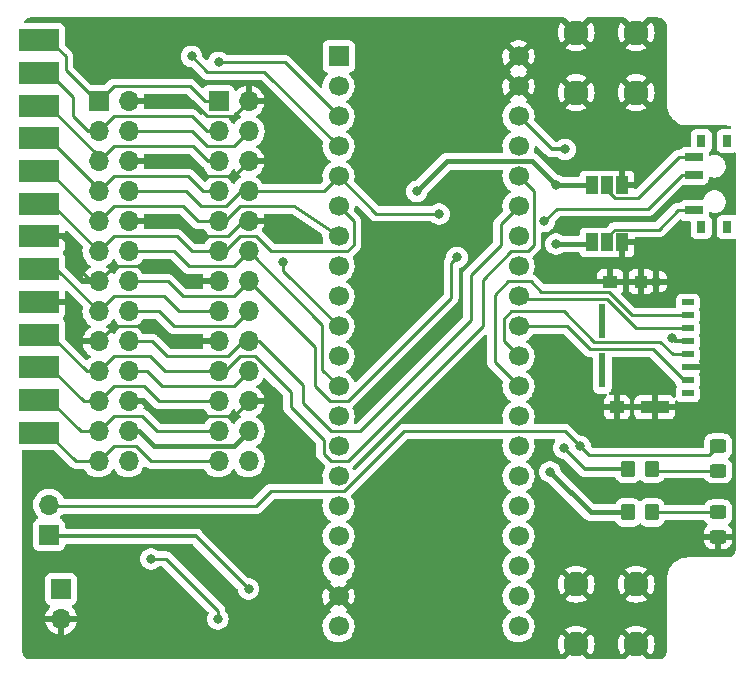
<source format=gtl>
%TF.GenerationSoftware,KiCad,Pcbnew,(6.0.4-0)*%
%TF.CreationDate,2022-11-20T14:03:23-07:00*%
%TF.ProjectId,bluescsi_iigs_internal,626c7565-7363-4736-995f-696967735f69,rev?*%
%TF.SameCoordinates,Original*%
%TF.FileFunction,Copper,L1,Top*%
%TF.FilePolarity,Positive*%
%FSLAX46Y46*%
G04 Gerber Fmt 4.6, Leading zero omitted, Abs format (unit mm)*
G04 Created by KiCad (PCBNEW (6.0.4-0)) date 2022-11-20 14:03:23*
%MOMM*%
%LPD*%
G01*
G04 APERTURE LIST*
G04 Aperture macros list*
%AMRoundRect*
0 Rectangle with rounded corners*
0 $1 Rounding radius*
0 $2 $3 $4 $5 $6 $7 $8 $9 X,Y pos of 4 corners*
0 Add a 4 corners polygon primitive as box body*
4,1,4,$2,$3,$4,$5,$6,$7,$8,$9,$2,$3,0*
0 Add four circle primitives for the rounded corners*
1,1,$1+$1,$2,$3*
1,1,$1+$1,$4,$5*
1,1,$1+$1,$6,$7*
1,1,$1+$1,$8,$9*
0 Add four rect primitives between the rounded corners*
20,1,$1+$1,$2,$3,$4,$5,0*
20,1,$1+$1,$4,$5,$6,$7,0*
20,1,$1+$1,$6,$7,$8,$9,0*
20,1,$1+$1,$8,$9,$2,$3,0*%
G04 Aperture macros list end*
%TA.AperFunction,ComponentPad*%
%ADD10R,1.700000X1.700000*%
%TD*%
%TA.AperFunction,ComponentPad*%
%ADD11C,1.700000*%
%TD*%
%TA.AperFunction,SMDPad,CuDef*%
%ADD12R,1.500000X0.700000*%
%TD*%
%TA.AperFunction,SMDPad,CuDef*%
%ADD13R,0.800000X1.000000*%
%TD*%
%TA.AperFunction,SMDPad,CuDef*%
%ADD14RoundRect,0.249999X0.350001X0.450001X-0.350001X0.450001X-0.350001X-0.450001X0.350001X-0.450001X0*%
%TD*%
%TA.AperFunction,SMDPad,CuDef*%
%ADD15RoundRect,0.249999X-0.450001X0.325001X-0.450001X-0.325001X0.450001X-0.325001X0.450001X0.325001X0*%
%TD*%
%TA.AperFunction,SMDPad,CuDef*%
%ADD16R,1.000000X1.500000*%
%TD*%
%TA.AperFunction,SMDPad,CuDef*%
%ADD17RoundRect,0.249999X-0.350001X-0.450001X0.350001X-0.450001X0.350001X0.450001X-0.350001X0.450001X0*%
%TD*%
%TA.AperFunction,ComponentPad*%
%ADD18O,1.700000X1.700000*%
%TD*%
%TA.AperFunction,ComponentPad*%
%ADD19C,2.100000*%
%TD*%
%TA.AperFunction,SMDPad,CuDef*%
%ADD20RoundRect,0.249999X0.450001X-0.325001X0.450001X0.325001X-0.450001X0.325001X-0.450001X-0.325001X0*%
%TD*%
%TA.AperFunction,SMDPad,CuDef*%
%ADD21R,0.550000X2.910000*%
%TD*%
%TA.AperFunction,SMDPad,CuDef*%
%ADD22R,2.390000X1.050000*%
%TD*%
%TA.AperFunction,SMDPad,CuDef*%
%ADD23R,1.200000X1.050000*%
%TD*%
%TA.AperFunction,SMDPad,CuDef*%
%ADD24R,1.080000X1.050000*%
%TD*%
%TA.AperFunction,SMDPad,CuDef*%
%ADD25R,0.780000X0.720000*%
%TD*%
%TA.AperFunction,SMDPad,CuDef*%
%ADD26R,1.000000X0.500000*%
%TD*%
%TA.AperFunction,SMDPad,CuDef*%
%ADD27R,3.480000X1.846667*%
%TD*%
%TA.AperFunction,ViaPad*%
%ADD28C,0.800000*%
%TD*%
%TA.AperFunction,Conductor*%
%ADD29C,0.250000*%
%TD*%
%TA.AperFunction,Conductor*%
%ADD30C,0.300000*%
%TD*%
%TA.AperFunction,Conductor*%
%ADD31C,0.400000*%
%TD*%
G04 APERTURE END LIST*
D10*
%TO.P,U1,1,PB12*%
%TO.N,/SCSI_DB4*%
X152400000Y-50800000D03*
D11*
%TO.P,U1,2,PB13*%
%TO.N,/SCSI_DB5*%
X152400000Y-53340000D03*
%TO.P,U1,3,PB14*%
%TO.N,/SCSI_DB6*%
X152400000Y-55880000D03*
%TO.P,U1,4,PB15*%
%TO.N,/SCSI_DB7*%
X152400000Y-58420000D03*
%TO.P,U1,5,PA8*%
%TO.N,/SCSI_ATN*%
X152400000Y-60960000D03*
%TO.P,U1,6,PA9*%
%TO.N,/SCSI_BSY*%
X152400000Y-63500000D03*
%TO.P,U1,7,PA10*%
%TO.N,/SCSI_ACK*%
X152400000Y-66040000D03*
%TO.P,U1,8,PA11*%
%TO.N,unconnected-(U1-Pad8)*%
X152400000Y-68580000D03*
%TO.P,U1,9,PA12*%
%TO.N,unconnected-(U1-Pad9)*%
X152400000Y-71120000D03*
%TO.P,U1,10,PA15*%
%TO.N,/SCSI_RST*%
X152400000Y-73660000D03*
%TO.P,U1,11,PB3*%
%TO.N,/SCSI_MSG*%
X152400000Y-76200000D03*
%TO.P,U1,12,PB4*%
%TO.N,/SCSI_SEL*%
X152400000Y-78740000D03*
%TO.P,U1,13,PB5*%
%TO.N,/SCSI_C_D*%
X152400000Y-81280000D03*
%TO.P,U1,14,PB6*%
%TO.N,/SCSI_REQ*%
X152400000Y-83820000D03*
%TO.P,U1,15,PB7*%
%TO.N,/SCSI_I_O*%
X152400000Y-86360000D03*
%TO.P,U1,16,PB8*%
%TO.N,/SCSI_DB0*%
X152400000Y-88900000D03*
%TO.P,U1,17,PB9*%
%TO.N,/SCSI_DB1*%
X152400000Y-91440000D03*
%TO.P,U1,18,5V*%
%TO.N,+5V*%
X152400000Y-93980000D03*
%TO.P,U1,19,GND*%
%TO.N,GND*%
X152400000Y-96520000D03*
%TO.P,U1,20,3V3*%
%TO.N,+3V3*%
X152400000Y-99060000D03*
%TO.P,U1,21,VBat*%
%TO.N,unconnected-(U1-Pad21)*%
X167640000Y-99060000D03*
%TO.P,U1,22,PC13*%
%TO.N,/DISK_ACT*%
X167640000Y-96520000D03*
%TO.P,U1,23,PC14*%
%TO.N,unconnected-(U1-Pad23)*%
X167640000Y-93980000D03*
%TO.P,U1,24,PC15*%
%TO.N,unconnected-(U1-Pad24)*%
X167640000Y-91440000D03*
%TO.P,U1,25,PA0*%
%TO.N,unconnected-(U1-Pad25)*%
X167640000Y-88900000D03*
%TO.P,U1,26,PA1*%
%TO.N,/DEBUG_TX*%
X167640000Y-86360000D03*
%TO.P,U1,27,PA2*%
%TO.N,/DEBUG_RX*%
X167640000Y-83820000D03*
%TO.P,U1,28,PA3*%
%TO.N,unconnected-(U1-Pad28)*%
X167640000Y-81280000D03*
%TO.P,U1,29,PA4*%
%TO.N,/SD_CS*%
X167640000Y-78740000D03*
%TO.P,U1,30,PA5*%
%TO.N,/SD_CSK*%
X167640000Y-76200000D03*
%TO.P,U1,31,PA6*%
%TO.N,/SD_MISO*%
X167640000Y-73660000D03*
%TO.P,U1,32,PA7*%
%TO.N,/SD_MOSI*%
X167640000Y-71120000D03*
%TO.P,U1,33,PB0*%
%TO.N,/SCSI_DBP*%
X167640000Y-68580000D03*
%TO.P,U1,34,PB1*%
%TO.N,unconnected-(U1-Pad34)*%
X167640000Y-66040000D03*
%TO.P,U1,35,PB10*%
%TO.N,/SCSI_DB2*%
X167640000Y-63500000D03*
%TO.P,U1,36,PB11*%
%TO.N,/SCSI_DB3*%
X167640000Y-60960000D03*
%TO.P,U1,37,RST*%
%TO.N,unconnected-(U1-Pad37)*%
X167640000Y-58420000D03*
%TO.P,U1,38,3V3*%
%TO.N,+3V3*%
X167640000Y-55880000D03*
%TO.P,U1,39,GND*%
%TO.N,GND*%
X167640000Y-53340000D03*
%TO.P,U1,40,GND*%
X167640000Y-50800000D03*
%TD*%
D12*
%TO.P,SW1,3,C*%
%TO.N,/TERM_EN*%
X182466000Y-59345000D03*
%TO.P,SW1,2,B*%
%TO.N,/TERM_DISC*%
X182466000Y-60845000D03*
%TO.P,SW1,1,A*%
%TO.N,/TERM_DIS*%
X182466000Y-63845000D03*
D13*
%TO.P,SW1,*%
%TO.N,*%
X185326000Y-65245000D03*
X183116000Y-65245000D03*
X185326000Y-57945000D03*
X183116000Y-57945000D03*
%TD*%
D14*
%TO.P,R2,1*%
%TO.N,Net-(D2-Pad2)*%
X178927000Y-89408000D03*
%TO.P,R2,2*%
%TO.N,+5V*%
X176927000Y-89408000D03*
%TD*%
D15*
%TO.P,D1,1,K*%
%TO.N,Net-(D1-Pad1)*%
X184531000Y-83811000D03*
%TO.P,D1,2,A*%
%TO.N,Net-(D1-Pad2)*%
X184531000Y-85861000D03*
%TD*%
D16*
%TO.P,JP2,1,A*%
%TO.N,+5V*%
X173833000Y-66548000D03*
%TO.P,JP2,2,C*%
%TO.N,/TERM_DIS*%
X175133000Y-66548000D03*
%TO.P,JP2,3,B*%
%TO.N,GND*%
X176433000Y-66548000D03*
%TD*%
%TO.P,JP1,1,A*%
%TO.N,+5V*%
X173833000Y-61722000D03*
%TO.P,JP1,2,C*%
%TO.N,/TERM_EN*%
X175133000Y-61722000D03*
%TO.P,JP1,3,B*%
%TO.N,GND*%
X176433000Y-61722000D03*
%TD*%
D17*
%TO.P,R1,1*%
%TO.N,+3V3*%
X176927000Y-85725000D03*
%TO.P,R1,2*%
%TO.N,Net-(D1-Pad2)*%
X178927000Y-85725000D03*
%TD*%
D10*
%TO.P,J1,1,Pin_1*%
%TO.N,/SCSI_REQ*%
X132080000Y-54610000D03*
D18*
%TO.P,J1,2,Pin_2*%
%TO.N,GND*%
X134620000Y-54610000D03*
%TO.P,J1,3,Pin_3*%
%TO.N,/SCSI_MSG*%
X132080000Y-57150000D03*
%TO.P,J1,4,Pin_4*%
%TO.N,/SCSI_C_D*%
X134620000Y-57150000D03*
%TO.P,J1,5,Pin_5*%
%TO.N,/SCSI_I_O*%
X132080000Y-59690000D03*
%TO.P,J1,6,Pin_6*%
%TO.N,GND*%
X134620000Y-59690000D03*
%TO.P,J1,7,Pin_7*%
%TO.N,/SCSI_RST*%
X132080000Y-62230000D03*
%TO.P,J1,8,Pin_8*%
%TO.N,/SCSI_ATN*%
X134620000Y-62230000D03*
%TO.P,J1,9,Pin_9*%
%TO.N,/SCSI_ACK*%
X132080000Y-64770000D03*
%TO.P,J1,10,Pin_10*%
%TO.N,GND*%
X134620000Y-64770000D03*
%TO.P,J1,11,Pin_11*%
%TO.N,/SCSI_BSY*%
X132080000Y-67310000D03*
%TO.P,J1,12,Pin_12*%
%TO.N,/SCSI_SEL*%
X134620000Y-67310000D03*
%TO.P,J1,13,Pin_13*%
%TO.N,GND*%
X132080000Y-69850000D03*
%TO.P,J1,14,Pin_14*%
%TO.N,/SCSI_DBP*%
X134620000Y-69850000D03*
%TO.P,J1,15,Pin_15*%
%TO.N,/SCSI_DB0*%
X132080000Y-72390000D03*
%TO.P,J1,16,Pin_16*%
%TO.N,/SCSI_DB1*%
X134620000Y-72390000D03*
%TO.P,J1,17,Pin_17*%
%TO.N,GND*%
X132080000Y-74930000D03*
%TO.P,J1,18,Pin_18*%
%TO.N,/SCSI_DB2*%
X134620000Y-74930000D03*
%TO.P,J1,19,Pin_19*%
%TO.N,/SCSI_DB3*%
X132080000Y-77470000D03*
%TO.P,J1,20,Pin_20*%
%TO.N,/SCSI_DB4*%
X134620000Y-77470000D03*
%TO.P,J1,21,Pin_21*%
%TO.N,/SCSI_DB5*%
X132080000Y-80010000D03*
%TO.P,J1,22,Pin_22*%
%TO.N,GND*%
X134620000Y-80010000D03*
%TO.P,J1,23,Pin_23*%
%TO.N,/SCSI_DB6*%
X132080000Y-82550000D03*
%TO.P,J1,24,Pin_24*%
%TO.N,/SCSI_TERMPWR*%
X134620000Y-82550000D03*
%TO.P,J1,25,Pin_25*%
%TO.N,/SCSI_DB7*%
X132080000Y-85090000D03*
%TO.P,J1,26,Pin_26*%
%TO.N,unconnected-(J1-Pad26)*%
X134620000Y-85090000D03*
%TD*%
D10*
%TO.P,J2,1,Pin_1*%
%TO.N,/SCSI_REQ*%
X142240000Y-54610000D03*
D18*
%TO.P,J2,2,Pin_2*%
%TO.N,GND*%
X144780000Y-54610000D03*
%TO.P,J2,3,Pin_3*%
%TO.N,/SCSI_MSG*%
X142240000Y-57150000D03*
%TO.P,J2,4,Pin_4*%
%TO.N,/SCSI_C_D*%
X144780000Y-57150000D03*
%TO.P,J2,5,Pin_5*%
%TO.N,/SCSI_I_O*%
X142240000Y-59690000D03*
%TO.P,J2,6,Pin_6*%
%TO.N,GND*%
X144780000Y-59690000D03*
%TO.P,J2,7,Pin_7*%
%TO.N,/SCSI_RST*%
X142240000Y-62230000D03*
%TO.P,J2,8,Pin_8*%
%TO.N,/SCSI_ATN*%
X144780000Y-62230000D03*
%TO.P,J2,9,Pin_9*%
%TO.N,/SCSI_ACK*%
X142240000Y-64770000D03*
%TO.P,J2,10,Pin_10*%
%TO.N,GND*%
X144780000Y-64770000D03*
%TO.P,J2,11,Pin_11*%
%TO.N,/SCSI_BSY*%
X142240000Y-67310000D03*
%TO.P,J2,12,Pin_12*%
%TO.N,/SCSI_SEL*%
X144780000Y-67310000D03*
%TO.P,J2,13,Pin_13*%
%TO.N,GND*%
X142240000Y-69850000D03*
%TO.P,J2,14,Pin_14*%
%TO.N,/SCSI_DBP*%
X144780000Y-69850000D03*
%TO.P,J2,15,Pin_15*%
%TO.N,/SCSI_DB0*%
X142240000Y-72390000D03*
%TO.P,J2,16,Pin_16*%
%TO.N,/SCSI_DB1*%
X144780000Y-72390000D03*
%TO.P,J2,17,Pin_17*%
%TO.N,GND*%
X142240000Y-74930000D03*
%TO.P,J2,18,Pin_18*%
%TO.N,/SCSI_DB2*%
X144780000Y-74930000D03*
%TO.P,J2,19,Pin_19*%
%TO.N,/SCSI_DB3*%
X142240000Y-77470000D03*
%TO.P,J2,20,Pin_20*%
%TO.N,/SCSI_DB4*%
X144780000Y-77470000D03*
%TO.P,J2,21,Pin_21*%
%TO.N,/SCSI_DB5*%
X142240000Y-80010000D03*
%TO.P,J2,22,Pin_22*%
%TO.N,GND*%
X144780000Y-80010000D03*
%TO.P,J2,23,Pin_23*%
%TO.N,/SCSI_DB6*%
X142240000Y-82550000D03*
%TO.P,J2,24,Pin_24*%
%TO.N,/SCSI_TERMPWR*%
X144780000Y-82550000D03*
%TO.P,J2,25,Pin_25*%
%TO.N,/SCSI_DB7*%
X142240000Y-85090000D03*
%TO.P,J2,26,Pin_26*%
%TO.N,unconnected-(J2-Pad26)*%
X144780000Y-85090000D03*
%TD*%
D10*
%TO.P,J4,1,Pin_1*%
%TO.N,/+5V_AUX*%
X128905000Y-95885000D03*
D18*
%TO.P,J4,2,Pin_2*%
%TO.N,GND*%
X128905000Y-98425000D03*
%TD*%
D10*
%TO.P,J5,1,Pin_1*%
%TO.N,+3V3*%
X127889000Y-91313000D03*
D18*
%TO.P,J5,2,Pin_2*%
%TO.N,Net-(D1-Pad1)*%
X127889000Y-88773000D03*
%TD*%
D19*
%TO.P,M1,1,Pin_1*%
%TO.N,GND*%
X177591000Y-95481000D03*
X177591000Y-100561000D03*
X172511000Y-95481000D03*
X172511000Y-100561000D03*
%TD*%
%TO.P,M2,1,Pin_1*%
%TO.N,GND*%
X177591000Y-48791000D03*
X172511000Y-48791000D03*
X177591000Y-53871000D03*
X172511000Y-53871000D03*
%TD*%
D20*
%TO.P,D2,1,K*%
%TO.N,GND*%
X184531000Y-91449000D03*
%TO.P,D2,2,A*%
%TO.N,Net-(D2-Pad2)*%
X184531000Y-89399000D03*
%TD*%
D21*
%TO.P,J3,15*%
%TO.N,N/C*%
X174730000Y-77388000D03*
%TO.P,J3,14*%
X174730000Y-73198000D03*
D22*
%TO.P,J3,13,GND_4*%
%TO.N,GND*%
X179160000Y-80509000D03*
D23*
%TO.P,J3,12,GND_3*%
X175975000Y-80509000D03*
%TO.P,J3,11,GND_2*%
X175405000Y-69859000D03*
D24*
%TO.P,J3,10,GND_1*%
X178015000Y-69859000D03*
D25*
%TO.P,J3,9,DET*%
X179285000Y-69874000D03*
D26*
%TO.P,J3,8,DAT1*%
%TO.N,unconnected-(J3-Pad8)*%
X181965000Y-79334000D03*
%TO.P,J3,7,DAT0*%
%TO.N,/SD_MISO*%
X181965000Y-78234000D03*
%TO.P,J3,6,VSS*%
%TO.N,GND*%
X181965000Y-77134000D03*
%TO.P,J3,5,CLK*%
%TO.N,/SD_CSK*%
X181965000Y-76034000D03*
%TO.P,J3,4,VDD*%
%TO.N,+3V3*%
X181965000Y-74934000D03*
%TO.P,J3,3,CMD*%
%TO.N,/SD_MOSI*%
X181965000Y-73834000D03*
%TO.P,J3,2,CD/DAT3*%
%TO.N,/SD_CS*%
X181965000Y-72734000D03*
%TO.P,J3,1,DAT2*%
%TO.N,unconnected-(J3-Pad1)*%
X181965000Y-71634000D03*
%TD*%
D27*
%TO.P,J6,1,1*%
%TO.N,/SCSI_REQ*%
X127000000Y-49420000D03*
%TO.P,J6,2,2*%
%TO.N,/SCSI_MSG*%
X127000000Y-52190000D03*
%TO.P,J6,3,3*%
%TO.N,/SCSI_I_O*%
X127000000Y-54960000D03*
%TO.P,J6,4,4*%
%TO.N,/SCSI_RST*%
X127000000Y-57730000D03*
%TO.P,J6,5,5*%
%TO.N,/SCSI_ACK*%
X127000000Y-60500000D03*
%TO.P,J6,6,6*%
%TO.N,/SCSI_BSY*%
X127000000Y-63270000D03*
%TO.P,J6,7,7*%
%TO.N,GND*%
X127000000Y-66040000D03*
%TO.P,J6,8,8*%
%TO.N,/SCSI_DB0*%
X127000000Y-68810000D03*
%TO.P,J6,9,9*%
%TO.N,GND*%
X127000000Y-71580000D03*
%TO.P,J6,10,10*%
%TO.N,/SCSI_DB3*%
X127000000Y-74350000D03*
%TO.P,J6,11,11*%
%TO.N,/SCSI_DB5*%
X127000000Y-77120000D03*
%TO.P,J6,12,12*%
%TO.N,/SCSI_DB6*%
X127000000Y-79890000D03*
%TO.P,J6,13,13*%
%TO.N,/SCSI_DB7*%
X127000000Y-82660000D03*
%TD*%
D28*
%TO.N,/+5V_AUX*%
X142175000Y-98425000D03*
X136525000Y-93345000D03*
%TO.N,+5V*%
X170815000Y-61722000D03*
X170307000Y-85979000D03*
X159025320Y-62233641D03*
X170814998Y-66675000D03*
%TO.N,GND*%
X164338000Y-86360000D03*
X156845000Y-52705000D03*
X164338000Y-60960000D03*
X155575000Y-60960000D03*
X155905200Y-86360000D03*
X163703000Y-79502000D03*
%TO.N,/SCSI_DBP*%
X162433000Y-67818000D03*
%TO.N,/SCSI_ATN*%
X160909000Y-64135000D03*
%TO.N,/SCSI_DB7*%
X139954000Y-50800000D03*
%TO.N,/SCSI_DB6*%
X142240000Y-51308000D03*
%TO.N,/SCSI_RST*%
X147701000Y-68199000D03*
%TO.N,+3V3*%
X171450000Y-83947000D03*
X180594000Y-74676000D03*
X171577000Y-58674000D03*
X144780000Y-95885000D03*
%TO.N,/TERM_DISC*%
X169799000Y-64770000D03*
%TO.N,Net-(D1-Pad1)*%
X172847000Y-83820000D03*
%TD*%
D29*
%TO.N,/SD_MISO*%
X181965000Y-78234000D02*
X181610000Y-78234000D01*
X181610000Y-78234000D02*
X178984489Y-75608489D01*
X178984489Y-75608489D02*
X173652489Y-75608489D01*
X173652489Y-75608489D02*
X171704000Y-73660000D01*
X171704000Y-73660000D02*
X167640000Y-73660000D01*
%TO.N,/SD_CSK*%
X171450000Y-72390000D02*
X174037511Y-74977511D01*
X166370000Y-74930000D02*
X166370000Y-73044499D01*
X167640000Y-76200000D02*
X166370000Y-74930000D01*
X166370000Y-73044499D02*
X167024499Y-72390000D01*
X167024499Y-72390000D02*
X171450000Y-72390000D01*
X174037511Y-74977511D02*
X179625511Y-74977511D01*
X179625511Y-74977511D02*
X180682000Y-76034000D01*
X180682000Y-76034000D02*
X181965000Y-76034000D01*
%TO.N,/SCSI_DB3*%
X142767499Y-77470000D02*
X144037499Y-76200000D01*
X153162000Y-85090000D02*
X164592000Y-73660000D01*
X144037499Y-76200000D02*
X145287295Y-76200000D01*
X145287295Y-76200000D02*
X148336000Y-79248705D01*
X142240000Y-77470000D02*
X142767499Y-77470000D01*
X151130000Y-84455000D02*
X151765000Y-85090000D01*
X148336000Y-79248705D02*
X148336000Y-80518000D01*
X164592000Y-69699000D02*
X166981000Y-67310000D01*
X151130000Y-83312000D02*
X151130000Y-84455000D01*
X151765000Y-85090000D02*
X153162000Y-85090000D01*
X148336000Y-80518000D02*
X151130000Y-83312000D01*
X164592000Y-73660000D02*
X164592000Y-69699000D01*
X166981000Y-67310000D02*
X168402000Y-67310000D01*
X168402000Y-67310000D02*
X168910000Y-66802000D01*
X168910000Y-66802000D02*
X168910000Y-62230000D01*
X168910000Y-62230000D02*
X167640000Y-60960000D01*
%TO.N,/SCSI_DBP*%
X144780000Y-69850000D02*
X150368000Y-75438000D01*
X150368000Y-75438000D02*
X150368000Y-78740000D01*
X151638000Y-80010000D02*
X153162000Y-80010000D01*
X161925000Y-71247000D02*
X161925000Y-68326000D01*
X150368000Y-78740000D02*
X151638000Y-80010000D01*
X161925000Y-68326000D02*
X162433000Y-67818000D01*
X153162000Y-80010000D02*
X161925000Y-71247000D01*
%TO.N,/SCSI_DB6*%
X142240000Y-51308000D02*
X147828000Y-51308000D01*
X147828000Y-51308000D02*
X152400000Y-55880000D01*
%TO.N,/SCSI_DB7*%
X146119010Y-52139010D02*
X141293010Y-52139010D01*
X141293010Y-52139010D02*
X139954000Y-50800000D01*
X152400000Y-58420000D02*
X146119010Y-52139010D01*
%TO.N,/+5V_AUX*%
X142175000Y-98425000D02*
X142175000Y-97725000D01*
X142175000Y-97725000D02*
X137795000Y-93345000D01*
X137795000Y-93345000D02*
X136525000Y-93345000D01*
D30*
%TO.N,+3V3*%
X144780000Y-95885000D02*
X140335000Y-91440000D01*
X140335000Y-91440000D02*
X128016000Y-91440000D01*
X128016000Y-91440000D02*
X127889000Y-91313000D01*
D31*
%TO.N,+5V*%
X173736000Y-89408000D02*
X170307000Y-85979000D01*
X159025320Y-62233641D02*
X161587960Y-59671001D01*
X176927000Y-89408000D02*
X173736000Y-89408000D01*
X161587960Y-59671001D02*
X168764001Y-59671001D01*
X168764001Y-59671001D02*
X170815000Y-61722000D01*
X173579000Y-66675000D02*
X170814998Y-66675000D01*
X173833000Y-61722000D02*
X170815000Y-61722000D01*
X173833000Y-66421000D02*
X173579000Y-66675000D01*
D29*
%TO.N,GND*%
X134620000Y-64770000D02*
X138938000Y-64770000D01*
X143002000Y-66040000D02*
X144272000Y-64770000D01*
X138938000Y-64770000D02*
X140208000Y-66040000D01*
X140208000Y-66040000D02*
X143002000Y-66040000D01*
X144272000Y-64770000D02*
X144780000Y-64770000D01*
X134620000Y-54610000D02*
X139954000Y-54610000D01*
X139954000Y-54610000D02*
X141224000Y-55880000D01*
X141224000Y-55880000D02*
X143510000Y-55880000D01*
X143510000Y-55880000D02*
X144780000Y-54610000D01*
X132080000Y-69850000D02*
X133350000Y-68580000D01*
X138176000Y-68580000D02*
X139446000Y-69850000D01*
X133350000Y-68580000D02*
X138176000Y-68580000D01*
X139446000Y-69850000D02*
X142240000Y-69850000D01*
X142240000Y-74930000D02*
X138176000Y-74930000D01*
X138176000Y-74930000D02*
X136906000Y-73660000D01*
X136906000Y-73660000D02*
X133350000Y-73660000D01*
X133350000Y-73660000D02*
X132080000Y-74930000D01*
X134620000Y-80010000D02*
X135636000Y-80010000D01*
X135636000Y-80010000D02*
X136906000Y-81280000D01*
X136906000Y-81280000D02*
X143510000Y-81280000D01*
X143510000Y-81280000D02*
X144780000Y-80010000D01*
X134620000Y-59690000D02*
X139954000Y-59690000D01*
X141224000Y-60960000D02*
X143510000Y-60960000D01*
X139954000Y-59690000D02*
X141224000Y-60960000D01*
X143510000Y-60960000D02*
X144780000Y-59690000D01*
X131445000Y-69850000D02*
X130175000Y-68580000D01*
X130175000Y-68580000D02*
X130175000Y-67310000D01*
X130175000Y-67310000D02*
X128905000Y-66040000D01*
X132080000Y-69850000D02*
X131445000Y-69850000D01*
X128905000Y-66040000D02*
X127000000Y-66040000D01*
%TO.N,/SCSI_DB4*%
X134620000Y-77470000D02*
X136144000Y-77470000D01*
X136144000Y-77470000D02*
X137414000Y-78740000D01*
X137414000Y-78740000D02*
X143510000Y-78740000D01*
X143510000Y-78740000D02*
X144780000Y-77470000D01*
%TO.N,/SCSI_DB2*%
X136620250Y-74930000D02*
X137890250Y-76200000D01*
X144272000Y-74930000D02*
X144780000Y-74930000D01*
X137890250Y-76200000D02*
X143002000Y-76200000D01*
X134620000Y-74930000D02*
X136620250Y-74930000D01*
X143002000Y-76200000D02*
X144272000Y-74930000D01*
X151765000Y-82550000D02*
X154178000Y-82550000D01*
X149352000Y-78613000D02*
X149352000Y-80137000D01*
X163576000Y-73152000D02*
X163576000Y-69303002D01*
X163576000Y-69303002D02*
X166116000Y-66763002D01*
X154178000Y-82550000D02*
X163576000Y-73152000D01*
X166116000Y-65024000D02*
X167640000Y-63500000D01*
X144780000Y-74930000D02*
X145669000Y-74930000D01*
X149352000Y-80137000D02*
X151765000Y-82550000D01*
X166116000Y-66763002D02*
X166116000Y-65024000D01*
X145669000Y-74930000D02*
X149352000Y-78613000D01*
%TO.N,/SCSI_DB1*%
X137160000Y-72390000D02*
X138430000Y-73660000D01*
X138430000Y-73660000D02*
X143510000Y-73660000D01*
X134620000Y-72390000D02*
X137160000Y-72390000D01*
X143510000Y-73660000D02*
X144780000Y-72390000D01*
%TO.N,/SCSI_DBP*%
X143510000Y-71120000D02*
X144780000Y-69850000D01*
X134620000Y-69850000D02*
X137922000Y-69850000D01*
X137922000Y-69850000D02*
X139192000Y-71120000D01*
X139192000Y-71120000D02*
X143510000Y-71120000D01*
%TO.N,/SCSI_SEL*%
X134620000Y-67310000D02*
X138430000Y-67310000D01*
X138430000Y-67310000D02*
X139700000Y-68580000D01*
X139700000Y-68580000D02*
X143510000Y-68580000D01*
X143510000Y-68580000D02*
X144780000Y-67310000D01*
X151003000Y-77343000D02*
X152400000Y-78740000D01*
X144780000Y-67310000D02*
X151003000Y-73533000D01*
X151003000Y-73533000D02*
X151003000Y-77343000D01*
%TO.N,/SCSI_ATN*%
X144143590Y-62230000D02*
X144780000Y-62230000D01*
X140716000Y-63500000D02*
X142873590Y-63500000D01*
X134620000Y-62230000D02*
X139446000Y-62230000D01*
X139446000Y-62230000D02*
X140716000Y-63500000D01*
X142873590Y-63500000D02*
X144143590Y-62230000D01*
X144780000Y-62230000D02*
X151130000Y-62230000D01*
X152400000Y-60960000D02*
X155575000Y-64135000D01*
X155575000Y-64135000D02*
X160909000Y-64135000D01*
X151130000Y-62230000D02*
X152400000Y-60960000D01*
%TO.N,/SCSI_C_D*%
X134620000Y-57150000D02*
X139954000Y-57150000D01*
X139954000Y-57150000D02*
X141224000Y-58420000D01*
X141224000Y-58420000D02*
X143510000Y-58420000D01*
X143510000Y-58420000D02*
X144780000Y-57150000D01*
%TO.N,/SCSI_DB7*%
X136525000Y-85090000D02*
X142240000Y-85090000D01*
X132080000Y-85090000D02*
X133350000Y-83820000D01*
X130175000Y-85090000D02*
X132080000Y-85090000D01*
X135255000Y-83820000D02*
X136525000Y-85090000D01*
X127000000Y-82660000D02*
X127745000Y-82660000D01*
X133350000Y-83820000D02*
X135255000Y-83820000D01*
X127745000Y-82660000D02*
X130175000Y-85090000D01*
%TO.N,/SCSI_DB6*%
X133350000Y-81280000D02*
X135763000Y-81280000D01*
X130556000Y-82550000D02*
X132080000Y-82550000D01*
X127000000Y-79890000D02*
X127896000Y-79890000D01*
X132080000Y-82550000D02*
X133350000Y-81280000D01*
X137033000Y-82550000D02*
X142240000Y-82550000D01*
X135763000Y-81280000D02*
X137033000Y-82550000D01*
X127896000Y-79890000D02*
X130556000Y-82550000D01*
%TO.N,/SCSI_DB5*%
X132080000Y-80010000D02*
X133350000Y-78740000D01*
X133350000Y-78740000D02*
X135890000Y-78740000D01*
X137160000Y-80010000D02*
X142240000Y-80010000D01*
X135890000Y-78740000D02*
X137160000Y-80010000D01*
X127000000Y-77120000D02*
X127920000Y-77120000D01*
X127920000Y-77120000D02*
X130810000Y-80010000D01*
X130810000Y-80010000D02*
X132080000Y-80010000D01*
%TO.N,/SCSI_DB3*%
X132080000Y-77470000D02*
X133350000Y-76200000D01*
X136398000Y-76200000D02*
X137668000Y-77470000D01*
X133350000Y-76200000D02*
X136398000Y-76200000D01*
X137668000Y-77470000D02*
X142240000Y-77470000D01*
X132080000Y-77470000D02*
X131064000Y-77470000D01*
X131064000Y-77470000D02*
X127944000Y-74350000D01*
X127944000Y-74350000D02*
X127000000Y-74350000D01*
%TO.N,/SCSI_DB0*%
X132080000Y-72390000D02*
X133350000Y-71120000D01*
X133350000Y-71120000D02*
X137587920Y-71120000D01*
X137587920Y-71120000D02*
X138857920Y-72390000D01*
X138857920Y-72390000D02*
X142240000Y-72390000D01*
X128500000Y-68810000D02*
X127000000Y-68810000D01*
X132080000Y-72390000D02*
X128500000Y-68810000D01*
%TO.N,/SCSI_BSY*%
X132080000Y-67310000D02*
X133350000Y-66040000D01*
X133350000Y-66040000D02*
X138684000Y-66040000D01*
X139954000Y-67310000D02*
X142240000Y-67310000D01*
X138684000Y-66040000D02*
X139954000Y-67310000D01*
X144027749Y-66040000D02*
X145415000Y-66040000D01*
X153142501Y-67310000D02*
X153670000Y-66782501D01*
X153670000Y-66782501D02*
X153670000Y-64770000D01*
X128040000Y-63270000D02*
X132080000Y-67310000D01*
X153670000Y-64770000D02*
X152400000Y-63500000D01*
X127000000Y-63270000D02*
X128040000Y-63270000D01*
X146685000Y-67310000D02*
X153142501Y-67310000D01*
X145415000Y-66040000D02*
X146685000Y-67310000D01*
X142240000Y-67310000D02*
X142757749Y-67310000D01*
X142757749Y-67310000D02*
X144027749Y-66040000D01*
%TO.N,/SCSI_ACK*%
X132080000Y-64770000D02*
X133350000Y-63500000D01*
X133350000Y-63500000D02*
X139192000Y-63500000D01*
X140462000Y-64770000D02*
X142240000Y-64770000D01*
X139192000Y-63500000D02*
X140462000Y-64770000D01*
X146050000Y-63500000D02*
X148590000Y-63500000D01*
X144018000Y-63500000D02*
X146050000Y-63500000D01*
X148590000Y-63500000D02*
X152400000Y-66040000D01*
X132080000Y-64763334D02*
X132080000Y-64770000D01*
X127000000Y-60500000D02*
X127816666Y-60500000D01*
X142748000Y-64770000D02*
X144018000Y-63500000D01*
X142240000Y-64770000D02*
X142748000Y-64770000D01*
X127816666Y-60500000D02*
X132080000Y-64763334D01*
%TO.N,/SCSI_RST*%
X132080000Y-62230000D02*
X133350000Y-60960000D01*
X133350000Y-60960000D02*
X139683949Y-60960000D01*
X139683949Y-60960000D02*
X140953949Y-62230000D01*
X140953949Y-62230000D02*
X142240000Y-62230000D01*
X132080000Y-61993334D02*
X132080000Y-62230000D01*
X127816666Y-57730000D02*
X132080000Y-61993334D01*
X152400000Y-73660000D02*
X147701000Y-68961000D01*
X127000000Y-57730000D02*
X127816666Y-57730000D01*
X147701000Y-68961000D02*
X147701000Y-68199000D01*
%TO.N,/SCSI_I_O*%
X132080000Y-59690000D02*
X133350000Y-58420000D01*
X133350000Y-58420000D02*
X140079590Y-58420000D01*
X140079590Y-58420000D02*
X141349590Y-59690000D01*
X141349590Y-59690000D02*
X142240000Y-59690000D01*
X127000000Y-54960000D02*
X127816666Y-54960000D01*
X132080000Y-59223334D02*
X132080000Y-59690000D01*
X127816666Y-54960000D02*
X132080000Y-59223334D01*
%TO.N,/SCSI_MSG*%
X132080000Y-57150000D02*
X133350000Y-55880000D01*
X133350000Y-55880000D02*
X139952590Y-55880000D01*
X139952590Y-55880000D02*
X141222590Y-57150000D01*
X141222590Y-57150000D02*
X142240000Y-57150000D01*
X129921000Y-54229000D02*
X129921000Y-55880000D01*
X127882000Y-52190000D02*
X129921000Y-54229000D01*
X127000000Y-52190000D02*
X127882000Y-52190000D01*
X129921000Y-55880000D02*
X131191000Y-57150000D01*
X131191000Y-57150000D02*
X132080000Y-57150000D01*
%TO.N,/SCSI_REQ*%
X129286000Y-51943000D02*
X131953000Y-54610000D01*
X129286000Y-50800000D02*
X129286000Y-51943000D01*
X133350000Y-53340000D02*
X139827000Y-53340000D01*
X131953000Y-54610000D02*
X132080000Y-54610000D01*
X141097000Y-54610000D02*
X142240000Y-54610000D01*
X139827000Y-53340000D02*
X141097000Y-54610000D01*
X127906000Y-49420000D02*
X129286000Y-50800000D01*
X132080000Y-54610000D02*
X133350000Y-53340000D01*
X127000000Y-49420000D02*
X127906000Y-49420000D01*
D30*
%TO.N,+3V3*%
X180594000Y-74676000D02*
X180852000Y-74934000D01*
X173228000Y-85725000D02*
X171450000Y-83947000D01*
X180852000Y-74934000D02*
X181965000Y-74934000D01*
X167640000Y-55880000D02*
X170434000Y-58674000D01*
X170434000Y-58674000D02*
X171577000Y-58674000D01*
X176927000Y-85725000D02*
X173228000Y-85725000D01*
D29*
%TO.N,/SD_MOSI*%
X175133000Y-71374000D02*
X177546000Y-73787000D01*
X167894000Y-71374000D02*
X175133000Y-71374000D01*
X167640000Y-71120000D02*
X167894000Y-71374000D01*
X177546000Y-73787000D02*
X181918000Y-73787000D01*
X181918000Y-73787000D02*
X181965000Y-73834000D01*
%TO.N,/SD_CS*%
X167640000Y-78740000D02*
X165608000Y-76708000D01*
X169545000Y-70739000D02*
X175260000Y-70739000D01*
X175260000Y-70739000D02*
X177255000Y-72734000D01*
X165608000Y-76708000D02*
X165608000Y-71012499D01*
X177255000Y-72734000D02*
X181965000Y-72734000D01*
X165608000Y-71012499D02*
X166770499Y-69850000D01*
X166770499Y-69850000D02*
X168656000Y-69850000D01*
X168656000Y-69850000D02*
X169545000Y-70739000D01*
%TO.N,Net-(D2-Pad2)*%
X178927000Y-89408000D02*
X183871000Y-89408000D01*
%TO.N,/TERM_DISC*%
X178591800Y-63703200D02*
X170865800Y-63703200D01*
X182720000Y-60845000D02*
X181450000Y-60845000D01*
X170865800Y-63703200D02*
X169799000Y-64770000D01*
X181450000Y-60845000D02*
X178591800Y-63703200D01*
%TO.N,Net-(D1-Pad1)*%
X157978251Y-82550000D02*
X152898251Y-87630000D01*
X152898251Y-87630000D02*
X146685000Y-87630000D01*
X172847000Y-83820000D02*
X171577000Y-82550000D01*
X128016000Y-88900000D02*
X127889000Y-88773000D01*
X146685000Y-87630000D02*
X145415000Y-88900000D01*
X171577000Y-82550000D02*
X157978251Y-82550000D01*
X183760000Y-84582000D02*
X173609000Y-84582000D01*
X145415000Y-88900000D02*
X128016000Y-88900000D01*
X173609000Y-84582000D02*
X172847000Y-83820000D01*
X184531000Y-83811000D02*
X183760000Y-84582000D01*
%TO.N,/TERM_EN*%
X175776201Y-62797001D02*
X177774998Y-62797001D01*
X181226999Y-59345000D02*
X182720000Y-59345000D01*
X175133000Y-61722000D02*
X175285400Y-61874400D01*
X177774998Y-62797001D02*
X181226999Y-59345000D01*
X175133000Y-62230000D02*
X175260000Y-62230000D01*
X175285400Y-62306200D02*
X175776201Y-62797001D01*
X175285400Y-61874400D02*
X175285400Y-62306200D01*
%TO.N,/TERM_DIS*%
X175768000Y-65468500D02*
X179514500Y-65468500D01*
X179514500Y-65468500D02*
X181138000Y-63845000D01*
X181138000Y-63845000D02*
X182720000Y-63845000D01*
X175133000Y-66103500D02*
X175768000Y-65468500D01*
X175133000Y-66421000D02*
X175133000Y-66103500D01*
D31*
%TO.N,/SCSI_TERMPWR*%
X135509000Y-82550000D02*
X136779000Y-83820000D01*
X136779000Y-83820000D02*
X143510000Y-83820000D01*
X143510000Y-83820000D02*
X144780000Y-82550000D01*
X134620000Y-82550000D02*
X135509000Y-82550000D01*
D29*
%TO.N,Net-(D1-Pad2)*%
X184531000Y-85861000D02*
X179063000Y-85861000D01*
X179063000Y-85861000D02*
X178927000Y-85725000D01*
%TD*%
%TA.AperFunction,Conductor*%
%TO.N,GND*%
G36*
X171593641Y-47518502D02*
G01*
X171614615Y-47535405D01*
X172498188Y-48418978D01*
X172512132Y-48426592D01*
X172513965Y-48426461D01*
X172520580Y-48422210D01*
X173407385Y-47535405D01*
X173469697Y-47501379D01*
X173496480Y-47498500D01*
X176605520Y-47498500D01*
X176673641Y-47518502D01*
X176694615Y-47535405D01*
X177578188Y-48418978D01*
X177592132Y-48426592D01*
X177593965Y-48426461D01*
X177600580Y-48422210D01*
X178487385Y-47535405D01*
X178549697Y-47501379D01*
X178576480Y-47498500D01*
X179401633Y-47498500D01*
X179421018Y-47500000D01*
X179435852Y-47502310D01*
X179435855Y-47502310D01*
X179444724Y-47503691D01*
X179454659Y-47502392D01*
X179455746Y-47502250D01*
X179484431Y-47501793D01*
X179557741Y-47509013D01*
X179587212Y-47511916D01*
X179611432Y-47516733D01*
X179730546Y-47552866D01*
X179753355Y-47562315D01*
X179863124Y-47620987D01*
X179883655Y-47634705D01*
X179979876Y-47713671D01*
X179997329Y-47731124D01*
X180076295Y-47827345D01*
X180090013Y-47847876D01*
X180148685Y-47957645D01*
X180158134Y-47980454D01*
X180194267Y-48099568D01*
X180199084Y-48123789D01*
X180208541Y-48219809D01*
X180208091Y-48235868D01*
X180208800Y-48235877D01*
X180208690Y-48244853D01*
X180207309Y-48253724D01*
X180208473Y-48262626D01*
X180208473Y-48262628D01*
X180211436Y-48285283D01*
X180212500Y-48301621D01*
X180212500Y-54814633D01*
X180211000Y-54834018D01*
X180208690Y-54848851D01*
X180208690Y-54848855D01*
X180207309Y-54857724D01*
X180208130Y-54864000D01*
X180207957Y-54864000D01*
X180226106Y-55117753D01*
X180228921Y-55130694D01*
X180278474Y-55358483D01*
X180280183Y-55366341D01*
X180281755Y-55370556D01*
X180281756Y-55370559D01*
X180363173Y-55588848D01*
X180369087Y-55604703D01*
X180392259Y-55647139D01*
X180464065Y-55778641D01*
X180491009Y-55827986D01*
X180493706Y-55831589D01*
X180493710Y-55831595D01*
X180595354Y-55967375D01*
X180643466Y-56031645D01*
X180823355Y-56211534D01*
X180826958Y-56214231D01*
X181023405Y-56361290D01*
X181023411Y-56361294D01*
X181027014Y-56363991D01*
X181250297Y-56485913D01*
X181254509Y-56487484D01*
X181484441Y-56573244D01*
X181484444Y-56573245D01*
X181488659Y-56574817D01*
X181493050Y-56575772D01*
X181493056Y-56575774D01*
X181678513Y-56616117D01*
X181737247Y-56628894D01*
X181741735Y-56629215D01*
X181957668Y-56644659D01*
X181969577Y-56646083D01*
X181970924Y-56646310D01*
X181973645Y-56646768D01*
X181973647Y-56646768D01*
X181978448Y-56647576D01*
X181984991Y-56647656D01*
X181986140Y-56647670D01*
X181986143Y-56647670D01*
X181991000Y-56647729D01*
X182018624Y-56643773D01*
X182036486Y-56642500D01*
X185243633Y-56642500D01*
X185263018Y-56644000D01*
X185277852Y-56646310D01*
X185277855Y-56646310D01*
X185286724Y-56647691D01*
X185296659Y-56646392D01*
X185297746Y-56646250D01*
X185326431Y-56645793D01*
X185399741Y-56653013D01*
X185429212Y-56655916D01*
X185453433Y-56660733D01*
X185549669Y-56689927D01*
X185609049Y-56728840D01*
X185637965Y-56793682D01*
X185627234Y-56863863D01*
X185580264Y-56917101D01*
X185513092Y-56936500D01*
X184877866Y-56936500D01*
X184815684Y-56943255D01*
X184679295Y-56994385D01*
X184562739Y-57081739D01*
X184475385Y-57198295D01*
X184424255Y-57334684D01*
X184417500Y-57396866D01*
X184417500Y-58493134D01*
X184424255Y-58555316D01*
X184475385Y-58691705D01*
X184562739Y-58808261D01*
X184679295Y-58895615D01*
X184815684Y-58946745D01*
X184877866Y-58953500D01*
X185774134Y-58953500D01*
X185836316Y-58946745D01*
X185843712Y-58943973D01*
X185843718Y-58943971D01*
X185884271Y-58928768D01*
X185955078Y-58923585D01*
X186017447Y-58957506D01*
X186051576Y-59019762D01*
X186054500Y-59046750D01*
X186054500Y-64143250D01*
X186034498Y-64211371D01*
X185980842Y-64257864D01*
X185910568Y-64267968D01*
X185884271Y-64261232D01*
X185843718Y-64246029D01*
X185843712Y-64246027D01*
X185836316Y-64243255D01*
X185774134Y-64236500D01*
X184877866Y-64236500D01*
X184815684Y-64243255D01*
X184679295Y-64294385D01*
X184562739Y-64381739D01*
X184475385Y-64498295D01*
X184424255Y-64634684D01*
X184417500Y-64696866D01*
X184417500Y-65793134D01*
X184424255Y-65855316D01*
X184475385Y-65991705D01*
X184562739Y-66108261D01*
X184679295Y-66195615D01*
X184815684Y-66246745D01*
X184877866Y-66253500D01*
X185774134Y-66253500D01*
X185836316Y-66246745D01*
X185843712Y-66243973D01*
X185843718Y-66243971D01*
X185884271Y-66228768D01*
X185955078Y-66223585D01*
X186017447Y-66257506D01*
X186051576Y-66319762D01*
X186054500Y-66346750D01*
X186054500Y-92406633D01*
X186053000Y-92426018D01*
X186049309Y-92449724D01*
X186050473Y-92458626D01*
X186050750Y-92460746D01*
X186051207Y-92489431D01*
X186045124Y-92551197D01*
X186041084Y-92592212D01*
X186036267Y-92616432D01*
X186000134Y-92735546D01*
X185990685Y-92758355D01*
X185932013Y-92868124D01*
X185918295Y-92888655D01*
X185839329Y-92984876D01*
X185821876Y-93002329D01*
X185725655Y-93081295D01*
X185705124Y-93095013D01*
X185595355Y-93153685D01*
X185572546Y-93163134D01*
X185453432Y-93199267D01*
X185429211Y-93204084D01*
X185333191Y-93213541D01*
X185317132Y-93213091D01*
X185317123Y-93213800D01*
X185308147Y-93213690D01*
X185299276Y-93212309D01*
X185290374Y-93213473D01*
X185290372Y-93213473D01*
X185277856Y-93215110D01*
X185267714Y-93216436D01*
X185251379Y-93217500D01*
X182044250Y-93217500D01*
X182023345Y-93215754D01*
X182008344Y-93213230D01*
X182008341Y-93213230D01*
X182003552Y-93212424D01*
X181997555Y-93212351D01*
X181995868Y-93212330D01*
X181995864Y-93212330D01*
X181991000Y-93212271D01*
X181986006Y-93212986D01*
X181985851Y-93213008D01*
X181976984Y-93213959D01*
X181741735Y-93230785D01*
X181737247Y-93231106D01*
X181678513Y-93243883D01*
X181493056Y-93284226D01*
X181493050Y-93284228D01*
X181488659Y-93285183D01*
X181484444Y-93286755D01*
X181484441Y-93286756D01*
X181310681Y-93351565D01*
X181250297Y-93374087D01*
X181027014Y-93496009D01*
X181023411Y-93498706D01*
X181023405Y-93498710D01*
X180866862Y-93615897D01*
X180823355Y-93648466D01*
X180643466Y-93828355D01*
X180640769Y-93831958D01*
X180493710Y-94028405D01*
X180493706Y-94028411D01*
X180491009Y-94032014D01*
X180369087Y-94255297D01*
X180367516Y-94259509D01*
X180282871Y-94486453D01*
X180280183Y-94493659D01*
X180279228Y-94498050D01*
X180279226Y-94498056D01*
X180258221Y-94594616D01*
X180226106Y-94742247D01*
X180225785Y-94746735D01*
X180209711Y-94971477D01*
X180208784Y-94979650D01*
X180208852Y-94979817D01*
X180207309Y-94989724D01*
X180208018Y-94995146D01*
X180207957Y-94996000D01*
X180208130Y-94996000D01*
X180209328Y-95005162D01*
X180209328Y-95005163D01*
X180211436Y-95021283D01*
X180212500Y-95037620D01*
X180212500Y-101042633D01*
X180211000Y-101062018D01*
X180207309Y-101085724D01*
X180208473Y-101094626D01*
X180208750Y-101096746D01*
X180209207Y-101125431D01*
X180208289Y-101134755D01*
X180199084Y-101228212D01*
X180194267Y-101252432D01*
X180158134Y-101371546D01*
X180148685Y-101394355D01*
X180090013Y-101504124D01*
X180076295Y-101524655D01*
X179997329Y-101620876D01*
X179979876Y-101638329D01*
X179883655Y-101717295D01*
X179863124Y-101731013D01*
X179753355Y-101789685D01*
X179730546Y-101799134D01*
X179611432Y-101835267D01*
X179587211Y-101840084D01*
X179491191Y-101849541D01*
X179475132Y-101849091D01*
X179475123Y-101849800D01*
X179466147Y-101849690D01*
X179457276Y-101848309D01*
X179448374Y-101849473D01*
X179448372Y-101849473D01*
X179435856Y-101851110D01*
X179425714Y-101852436D01*
X179409379Y-101853500D01*
X178576480Y-101853500D01*
X178508359Y-101833498D01*
X178487385Y-101816595D01*
X177603812Y-100933022D01*
X177589868Y-100925408D01*
X177588035Y-100925539D01*
X177581420Y-100929790D01*
X176694615Y-101816595D01*
X176632303Y-101850621D01*
X176605520Y-101853500D01*
X173496480Y-101853500D01*
X173428359Y-101833498D01*
X173407385Y-101816595D01*
X172523812Y-100933022D01*
X172509868Y-100925408D01*
X172508035Y-100925539D01*
X172501420Y-100929790D01*
X171614615Y-101816595D01*
X171552303Y-101850621D01*
X171525520Y-101853500D01*
X126414367Y-101853500D01*
X126394982Y-101852000D01*
X126380148Y-101849690D01*
X126380145Y-101849690D01*
X126371276Y-101848309D01*
X126361341Y-101849608D01*
X126360254Y-101849750D01*
X126331569Y-101850207D01*
X126258259Y-101842987D01*
X126228788Y-101840084D01*
X126204568Y-101835267D01*
X126085454Y-101799134D01*
X126062645Y-101789685D01*
X125952876Y-101731013D01*
X125932345Y-101717295D01*
X125836124Y-101638329D01*
X125818671Y-101620876D01*
X125739705Y-101524655D01*
X125725987Y-101504124D01*
X125667315Y-101394355D01*
X125657866Y-101371546D01*
X125621733Y-101252432D01*
X125616916Y-101228212D01*
X125607711Y-101134755D01*
X125607607Y-101111151D01*
X125607768Y-101109354D01*
X125608576Y-101104552D01*
X125608729Y-101092000D01*
X125604773Y-101064376D01*
X125603500Y-101046514D01*
X125603500Y-100565930D01*
X170948570Y-100565930D01*
X170967035Y-100800545D01*
X170968578Y-100810292D01*
X171023517Y-101039125D01*
X171026566Y-101048510D01*
X171116625Y-101265933D01*
X171121107Y-101274728D01*
X171232072Y-101455805D01*
X171242530Y-101465267D01*
X171251306Y-101461484D01*
X172138978Y-100573812D01*
X172145356Y-100562132D01*
X172875408Y-100562132D01*
X172875539Y-100563965D01*
X172879790Y-100570580D01*
X173767650Y-101458440D01*
X173780030Y-101465200D01*
X173787680Y-101459473D01*
X173900893Y-101274728D01*
X173905375Y-101265933D01*
X173995434Y-101048510D01*
X173998483Y-101039125D01*
X174053422Y-100810292D01*
X174054965Y-100800545D01*
X174073430Y-100565930D01*
X176028570Y-100565930D01*
X176047035Y-100800545D01*
X176048578Y-100810292D01*
X176103517Y-101039125D01*
X176106566Y-101048510D01*
X176196625Y-101265933D01*
X176201107Y-101274728D01*
X176312072Y-101455805D01*
X176322530Y-101465267D01*
X176331306Y-101461484D01*
X177218978Y-100573812D01*
X177225356Y-100562132D01*
X177955408Y-100562132D01*
X177955539Y-100563965D01*
X177959790Y-100570580D01*
X178847650Y-101458440D01*
X178860030Y-101465200D01*
X178867680Y-101459473D01*
X178980893Y-101274728D01*
X178985375Y-101265933D01*
X179075434Y-101048510D01*
X179078483Y-101039125D01*
X179133422Y-100810292D01*
X179134965Y-100800545D01*
X179153430Y-100565930D01*
X179153430Y-100556070D01*
X179134965Y-100321455D01*
X179133422Y-100311708D01*
X179078483Y-100082875D01*
X179075434Y-100073490D01*
X178985375Y-99856067D01*
X178980893Y-99847272D01*
X178869928Y-99666195D01*
X178859470Y-99656733D01*
X178850694Y-99660516D01*
X177963022Y-100548188D01*
X177955408Y-100562132D01*
X177225356Y-100562132D01*
X177226592Y-100559868D01*
X177226461Y-100558035D01*
X177222210Y-100551420D01*
X176334350Y-99663560D01*
X176321970Y-99656800D01*
X176314320Y-99662527D01*
X176201107Y-99847272D01*
X176196625Y-99856067D01*
X176106566Y-100073490D01*
X176103517Y-100082875D01*
X176048578Y-100311708D01*
X176047035Y-100321455D01*
X176028570Y-100556070D01*
X176028570Y-100565930D01*
X174073430Y-100565930D01*
X174073430Y-100556070D01*
X174054965Y-100321455D01*
X174053422Y-100311708D01*
X173998483Y-100082875D01*
X173995434Y-100073490D01*
X173905375Y-99856067D01*
X173900893Y-99847272D01*
X173789928Y-99666195D01*
X173779470Y-99656733D01*
X173770694Y-99660516D01*
X172883022Y-100548188D01*
X172875408Y-100562132D01*
X172145356Y-100562132D01*
X172146592Y-100559868D01*
X172146461Y-100558035D01*
X172142210Y-100551420D01*
X171254350Y-99663560D01*
X171241970Y-99656800D01*
X171234320Y-99662527D01*
X171121107Y-99847272D01*
X171116625Y-99856067D01*
X171026566Y-100073490D01*
X171023517Y-100082875D01*
X170968578Y-100311708D01*
X170967035Y-100321455D01*
X170948570Y-100556070D01*
X170948570Y-100565930D01*
X125603500Y-100565930D01*
X125603500Y-98692966D01*
X127573257Y-98692966D01*
X127603565Y-98827446D01*
X127606645Y-98837275D01*
X127686770Y-99034603D01*
X127691413Y-99043794D01*
X127802694Y-99225388D01*
X127808777Y-99233699D01*
X127948213Y-99394667D01*
X127955580Y-99401883D01*
X128119434Y-99537916D01*
X128127881Y-99543831D01*
X128311756Y-99651279D01*
X128321042Y-99655729D01*
X128520001Y-99731703D01*
X128529899Y-99734579D01*
X128633250Y-99755606D01*
X128647299Y-99754410D01*
X128651000Y-99744065D01*
X128651000Y-99743517D01*
X129159000Y-99743517D01*
X129163064Y-99757359D01*
X129176478Y-99759393D01*
X129183184Y-99758534D01*
X129193262Y-99756392D01*
X129397255Y-99695191D01*
X129406842Y-99691433D01*
X129598095Y-99597739D01*
X129606945Y-99592464D01*
X129780328Y-99468792D01*
X129788200Y-99462139D01*
X129939052Y-99311812D01*
X129945730Y-99303965D01*
X130070003Y-99131020D01*
X130075313Y-99122183D01*
X130169670Y-98931267D01*
X130173469Y-98921672D01*
X130235377Y-98717910D01*
X130237555Y-98707837D01*
X130238986Y-98696962D01*
X130236775Y-98682778D01*
X130223617Y-98679000D01*
X129177115Y-98679000D01*
X129161876Y-98683475D01*
X129160671Y-98684865D01*
X129159000Y-98692548D01*
X129159000Y-99743517D01*
X128651000Y-99743517D01*
X128651000Y-98697115D01*
X128646525Y-98681876D01*
X128645135Y-98680671D01*
X128637452Y-98679000D01*
X127588225Y-98679000D01*
X127574694Y-98682973D01*
X127573257Y-98692966D01*
X125603500Y-98692966D01*
X125603500Y-96783134D01*
X127546500Y-96783134D01*
X127553255Y-96845316D01*
X127604385Y-96981705D01*
X127691739Y-97098261D01*
X127808295Y-97185615D01*
X127816704Y-97188767D01*
X127816705Y-97188768D01*
X127925960Y-97229726D01*
X127982725Y-97272367D01*
X128007425Y-97338929D01*
X127992218Y-97408278D01*
X127972825Y-97434759D01*
X127849590Y-97563717D01*
X127843104Y-97571727D01*
X127723098Y-97747649D01*
X127718000Y-97756623D01*
X127628338Y-97949783D01*
X127624775Y-97959470D01*
X127569389Y-98159183D01*
X127570912Y-98167607D01*
X127583292Y-98171000D01*
X130223344Y-98171000D01*
X130236875Y-98167027D01*
X130238180Y-98157947D01*
X130196214Y-97990875D01*
X130192894Y-97981124D01*
X130107972Y-97785814D01*
X130103105Y-97776739D01*
X129987426Y-97597926D01*
X129981136Y-97589757D01*
X129837293Y-97431677D01*
X129806241Y-97367831D01*
X129814635Y-97297333D01*
X129859812Y-97242564D01*
X129886256Y-97228895D01*
X129993297Y-97188767D01*
X130001705Y-97185615D01*
X130118261Y-97098261D01*
X130205615Y-96981705D01*
X130256745Y-96845316D01*
X130263500Y-96783134D01*
X130263500Y-94986866D01*
X130256745Y-94924684D01*
X130205615Y-94788295D01*
X130118261Y-94671739D01*
X130001705Y-94584385D01*
X129865316Y-94533255D01*
X129803134Y-94526500D01*
X128006866Y-94526500D01*
X127944684Y-94533255D01*
X127808295Y-94584385D01*
X127691739Y-94671739D01*
X127604385Y-94788295D01*
X127553255Y-94924684D01*
X127546500Y-94986866D01*
X127546500Y-96783134D01*
X125603500Y-96783134D01*
X125603500Y-93345000D01*
X135611496Y-93345000D01*
X135612186Y-93351565D01*
X135629290Y-93514297D01*
X135631458Y-93534928D01*
X135690473Y-93716556D01*
X135693776Y-93722278D01*
X135693777Y-93722279D01*
X135727686Y-93781010D01*
X135785960Y-93881944D01*
X135913747Y-94023866D01*
X136068248Y-94136118D01*
X136074276Y-94138802D01*
X136074278Y-94138803D01*
X136221433Y-94204320D01*
X136242712Y-94213794D01*
X136336112Y-94233647D01*
X136423056Y-94252128D01*
X136423061Y-94252128D01*
X136429513Y-94253500D01*
X136620487Y-94253500D01*
X136626939Y-94252128D01*
X136626944Y-94252128D01*
X136713887Y-94233647D01*
X136807288Y-94213794D01*
X136828567Y-94204320D01*
X136975722Y-94138803D01*
X136975724Y-94138802D01*
X136981752Y-94136118D01*
X137136253Y-94023866D01*
X137140668Y-94018963D01*
X137145580Y-94014540D01*
X137146705Y-94015789D01*
X137200014Y-93982949D01*
X137233200Y-93978500D01*
X137480406Y-93978500D01*
X137548527Y-93998502D01*
X137569501Y-94015405D01*
X141369861Y-97815765D01*
X141403887Y-97878077D01*
X141398822Y-97948892D01*
X141389885Y-97967860D01*
X141340473Y-98053444D01*
X141281458Y-98235072D01*
X141261496Y-98425000D01*
X141262186Y-98431565D01*
X141279290Y-98594297D01*
X141281458Y-98614928D01*
X141340473Y-98796556D01*
X141343776Y-98802278D01*
X141343777Y-98802279D01*
X141377686Y-98861010D01*
X141435960Y-98961944D01*
X141563747Y-99103866D01*
X141718248Y-99216118D01*
X141724276Y-99218802D01*
X141724278Y-99218803D01*
X141871433Y-99284320D01*
X141892712Y-99293794D01*
X141977480Y-99311812D01*
X142073056Y-99332128D01*
X142073061Y-99332128D01*
X142079513Y-99333500D01*
X142270487Y-99333500D01*
X142276939Y-99332128D01*
X142276944Y-99332128D01*
X142372520Y-99311812D01*
X142457288Y-99293794D01*
X142478567Y-99284320D01*
X142625722Y-99218803D01*
X142625724Y-99218802D01*
X142631752Y-99216118D01*
X142786253Y-99103866D01*
X142855738Y-99026695D01*
X151037251Y-99026695D01*
X151037548Y-99031848D01*
X151037548Y-99031851D01*
X151047949Y-99212237D01*
X151050110Y-99249715D01*
X151051247Y-99254761D01*
X151051248Y-99254767D01*
X151064104Y-99311812D01*
X151099222Y-99467639D01*
X151137461Y-99561811D01*
X151179847Y-99666195D01*
X151183266Y-99674616D01*
X151299987Y-99865088D01*
X151446250Y-100033938D01*
X151618126Y-100176632D01*
X151811000Y-100289338D01*
X152019692Y-100369030D01*
X152024760Y-100370061D01*
X152024763Y-100370062D01*
X152132017Y-100391883D01*
X152238597Y-100413567D01*
X152243772Y-100413757D01*
X152243774Y-100413757D01*
X152456673Y-100421564D01*
X152456677Y-100421564D01*
X152461837Y-100421753D01*
X152466957Y-100421097D01*
X152466959Y-100421097D01*
X152678288Y-100394025D01*
X152678289Y-100394025D01*
X152683416Y-100393368D01*
X152688366Y-100391883D01*
X152892429Y-100330661D01*
X152892434Y-100330659D01*
X152897384Y-100329174D01*
X153097994Y-100230896D01*
X153279860Y-100101173D01*
X153438096Y-99943489D01*
X153497594Y-99860689D01*
X153565435Y-99766277D01*
X153568453Y-99762077D01*
X153572243Y-99754410D01*
X153665136Y-99566453D01*
X153665137Y-99566451D01*
X153667430Y-99561811D01*
X153732370Y-99348069D01*
X153761529Y-99126590D01*
X153761637Y-99122183D01*
X153763074Y-99063365D01*
X153763074Y-99063361D01*
X153763156Y-99060000D01*
X153744852Y-98837361D01*
X153690431Y-98620702D01*
X153601354Y-98415840D01*
X153480014Y-98228277D01*
X153329670Y-98063051D01*
X153325619Y-98059852D01*
X153325615Y-98059848D01*
X153158414Y-97927800D01*
X153158410Y-97927798D01*
X153154359Y-97924598D01*
X153112569Y-97901529D01*
X153062598Y-97851097D01*
X153047826Y-97781654D01*
X153072942Y-97715248D01*
X153100293Y-97688642D01*
X153149247Y-97653723D01*
X153157648Y-97643023D01*
X153150660Y-97629870D01*
X152412812Y-96892022D01*
X152398868Y-96884408D01*
X152397035Y-96884539D01*
X152390420Y-96888790D01*
X151646737Y-97632473D01*
X151639977Y-97644853D01*
X151645258Y-97651907D01*
X151691969Y-97679203D01*
X151740693Y-97730841D01*
X151753764Y-97800624D01*
X151727033Y-97866396D01*
X151686584Y-97899752D01*
X151673607Y-97906507D01*
X151669474Y-97909610D01*
X151669471Y-97909612D01*
X151591892Y-97967860D01*
X151494965Y-98040635D01*
X151340629Y-98202138D01*
X151337715Y-98206410D01*
X151337714Y-98206411D01*
X151319838Y-98232617D01*
X151214743Y-98386680D01*
X151120688Y-98589305D01*
X151060989Y-98804570D01*
X151037251Y-99026695D01*
X142855738Y-99026695D01*
X142914040Y-98961944D01*
X142972314Y-98861010D01*
X143006223Y-98802279D01*
X143006224Y-98802278D01*
X143009527Y-98796556D01*
X143068542Y-98614928D01*
X143070711Y-98594297D01*
X143087814Y-98431565D01*
X143088504Y-98425000D01*
X143068542Y-98235072D01*
X143009527Y-98053444D01*
X142949164Y-97948892D01*
X142917344Y-97893778D01*
X142917342Y-97893775D01*
X142914040Y-97888056D01*
X142841169Y-97807124D01*
X142810452Y-97743116D01*
X142808868Y-97726770D01*
X142808562Y-97717029D01*
X142808500Y-97713073D01*
X142808500Y-97685144D01*
X142807994Y-97681138D01*
X142807061Y-97669292D01*
X142805922Y-97633037D01*
X142805673Y-97625110D01*
X142800022Y-97605658D01*
X142796014Y-97586306D01*
X142794468Y-97574068D01*
X142794467Y-97574066D01*
X142793474Y-97566203D01*
X142777194Y-97525086D01*
X142773359Y-97513885D01*
X142761018Y-97471406D01*
X142756985Y-97464587D01*
X142756983Y-97464582D01*
X142750707Y-97453971D01*
X142742010Y-97436221D01*
X142734552Y-97417383D01*
X142724458Y-97403489D01*
X142708572Y-97381625D01*
X142702053Y-97371701D01*
X142683578Y-97340460D01*
X142683574Y-97340455D01*
X142679542Y-97333637D01*
X142665218Y-97319313D01*
X142652376Y-97304278D01*
X142640472Y-97287893D01*
X142606406Y-97259711D01*
X142597627Y-97251722D01*
X138298652Y-92952747D01*
X138291112Y-92944461D01*
X138287000Y-92937982D01*
X138237348Y-92891356D01*
X138234507Y-92888602D01*
X138214770Y-92868865D01*
X138211573Y-92866385D01*
X138202551Y-92858680D01*
X138176100Y-92833841D01*
X138170321Y-92828414D01*
X138163375Y-92824595D01*
X138163372Y-92824593D01*
X138152566Y-92818652D01*
X138136047Y-92807801D01*
X138130048Y-92803148D01*
X138120041Y-92795386D01*
X138112772Y-92792241D01*
X138112768Y-92792238D01*
X138079463Y-92777826D01*
X138068813Y-92772609D01*
X138030060Y-92751305D01*
X138010437Y-92746267D01*
X137991734Y-92739863D01*
X137980420Y-92734967D01*
X137980419Y-92734967D01*
X137973145Y-92731819D01*
X137965322Y-92730580D01*
X137965312Y-92730577D01*
X137929476Y-92724901D01*
X137917856Y-92722495D01*
X137882711Y-92713472D01*
X137882710Y-92713472D01*
X137875030Y-92711500D01*
X137854776Y-92711500D01*
X137835065Y-92709949D01*
X137822886Y-92708020D01*
X137815057Y-92706780D01*
X137807165Y-92707526D01*
X137771039Y-92710941D01*
X137759181Y-92711500D01*
X137233200Y-92711500D01*
X137165079Y-92691498D01*
X137145853Y-92675157D01*
X137145580Y-92675460D01*
X137140668Y-92671037D01*
X137136253Y-92666134D01*
X137094111Y-92635516D01*
X136987094Y-92557763D01*
X136987093Y-92557762D01*
X136981752Y-92553882D01*
X136975724Y-92551198D01*
X136975722Y-92551197D01*
X136813319Y-92478891D01*
X136813318Y-92478891D01*
X136807288Y-92476206D01*
X136712227Y-92456000D01*
X136626944Y-92437872D01*
X136626939Y-92437872D01*
X136620487Y-92436500D01*
X136429513Y-92436500D01*
X136423061Y-92437872D01*
X136423056Y-92437872D01*
X136337773Y-92456000D01*
X136242712Y-92476206D01*
X136236682Y-92478891D01*
X136236681Y-92478891D01*
X136074278Y-92551197D01*
X136074276Y-92551198D01*
X136068248Y-92553882D01*
X136062907Y-92557762D01*
X136062906Y-92557763D01*
X136015491Y-92592212D01*
X135913747Y-92666134D01*
X135909326Y-92671044D01*
X135909325Y-92671045D01*
X135800203Y-92792238D01*
X135785960Y-92808056D01*
X135690473Y-92973444D01*
X135631458Y-93155072D01*
X135630768Y-93161633D01*
X135630768Y-93161635D01*
X135617783Y-93285183D01*
X135611496Y-93345000D01*
X125603500Y-93345000D01*
X125603500Y-84217833D01*
X125623502Y-84149712D01*
X125677158Y-84103219D01*
X125729500Y-84091833D01*
X128228739Y-84091833D01*
X128296860Y-84111835D01*
X128317834Y-84128738D01*
X128995135Y-84806040D01*
X129671348Y-85482253D01*
X129678888Y-85490539D01*
X129683000Y-85497018D01*
X129688777Y-85502443D01*
X129732651Y-85543643D01*
X129735493Y-85546398D01*
X129755230Y-85566135D01*
X129758427Y-85568615D01*
X129767447Y-85576318D01*
X129799679Y-85606586D01*
X129806625Y-85610405D01*
X129806628Y-85610407D01*
X129817434Y-85616348D01*
X129833953Y-85627199D01*
X129849959Y-85639614D01*
X129857228Y-85642759D01*
X129857232Y-85642762D01*
X129890537Y-85657174D01*
X129901186Y-85662390D01*
X129939940Y-85683695D01*
X129947615Y-85685666D01*
X129947616Y-85685666D01*
X129959562Y-85688733D01*
X129978266Y-85695137D01*
X129978269Y-85695138D01*
X129996855Y-85703181D01*
X130004678Y-85704420D01*
X130004688Y-85704423D01*
X130040524Y-85710099D01*
X130052144Y-85712505D01*
X130087289Y-85721528D01*
X130094970Y-85723500D01*
X130115224Y-85723500D01*
X130134934Y-85725051D01*
X130154943Y-85728220D01*
X130162835Y-85727474D01*
X130198961Y-85724059D01*
X130210819Y-85723500D01*
X130804274Y-85723500D01*
X130872395Y-85743502D01*
X130911707Y-85783665D01*
X130919436Y-85796277D01*
X130979987Y-85895088D01*
X131126250Y-86063938D01*
X131298126Y-86206632D01*
X131491000Y-86319338D01*
X131495825Y-86321180D01*
X131495826Y-86321181D01*
X131568612Y-86348975D01*
X131699692Y-86399030D01*
X131704760Y-86400061D01*
X131704763Y-86400062D01*
X131812017Y-86421883D01*
X131918597Y-86443567D01*
X131923772Y-86443757D01*
X131923774Y-86443757D01*
X132136673Y-86451564D01*
X132136677Y-86451564D01*
X132141837Y-86451753D01*
X132146957Y-86451097D01*
X132146959Y-86451097D01*
X132358288Y-86424025D01*
X132358289Y-86424025D01*
X132363416Y-86423368D01*
X132368366Y-86421883D01*
X132572429Y-86360661D01*
X132572434Y-86360659D01*
X132577384Y-86359174D01*
X132777994Y-86260896D01*
X132959860Y-86131173D01*
X133118096Y-85973489D01*
X133218620Y-85833595D01*
X133248453Y-85792077D01*
X133249776Y-85793028D01*
X133296645Y-85749857D01*
X133366580Y-85737625D01*
X133432026Y-85765144D01*
X133459875Y-85796994D01*
X133519987Y-85895088D01*
X133666250Y-86063938D01*
X133838126Y-86206632D01*
X134031000Y-86319338D01*
X134035825Y-86321180D01*
X134035826Y-86321181D01*
X134108612Y-86348975D01*
X134239692Y-86399030D01*
X134244760Y-86400061D01*
X134244763Y-86400062D01*
X134352017Y-86421883D01*
X134458597Y-86443567D01*
X134463772Y-86443757D01*
X134463774Y-86443757D01*
X134676673Y-86451564D01*
X134676677Y-86451564D01*
X134681837Y-86451753D01*
X134686957Y-86451097D01*
X134686959Y-86451097D01*
X134898288Y-86424025D01*
X134898289Y-86424025D01*
X134903416Y-86423368D01*
X134908366Y-86421883D01*
X135112429Y-86360661D01*
X135112434Y-86360659D01*
X135117384Y-86359174D01*
X135317994Y-86260896D01*
X135499860Y-86131173D01*
X135658096Y-85973489D01*
X135788453Y-85792077D01*
X135792611Y-85783665D01*
X135885139Y-85596447D01*
X135885140Y-85596445D01*
X135887430Y-85591811D01*
X135888097Y-85592141D01*
X135929232Y-85539431D01*
X135996237Y-85515961D01*
X136065295Y-85532442D01*
X136091796Y-85552700D01*
X136105230Y-85566134D01*
X136108420Y-85568608D01*
X136117447Y-85576318D01*
X136149679Y-85606586D01*
X136160858Y-85612732D01*
X136167432Y-85616346D01*
X136183956Y-85627199D01*
X136199959Y-85639613D01*
X136240539Y-85657174D01*
X136251173Y-85662383D01*
X136289940Y-85683695D01*
X136297617Y-85685666D01*
X136297622Y-85685668D01*
X136309558Y-85688732D01*
X136328266Y-85695137D01*
X136346855Y-85703181D01*
X136354683Y-85704421D01*
X136354690Y-85704423D01*
X136390524Y-85710099D01*
X136402144Y-85712505D01*
X136437289Y-85721528D01*
X136444970Y-85723500D01*
X136465224Y-85723500D01*
X136484934Y-85725051D01*
X136504943Y-85728220D01*
X136512835Y-85727474D01*
X136548961Y-85724059D01*
X136560819Y-85723500D01*
X140964274Y-85723500D01*
X141032395Y-85743502D01*
X141071707Y-85783665D01*
X141079436Y-85796277D01*
X141139987Y-85895088D01*
X141286250Y-86063938D01*
X141458126Y-86206632D01*
X141651000Y-86319338D01*
X141655825Y-86321180D01*
X141655826Y-86321181D01*
X141728612Y-86348975D01*
X141859692Y-86399030D01*
X141864760Y-86400061D01*
X141864763Y-86400062D01*
X141972017Y-86421883D01*
X142078597Y-86443567D01*
X142083772Y-86443757D01*
X142083774Y-86443757D01*
X142296673Y-86451564D01*
X142296677Y-86451564D01*
X142301837Y-86451753D01*
X142306957Y-86451097D01*
X142306959Y-86451097D01*
X142518288Y-86424025D01*
X142518289Y-86424025D01*
X142523416Y-86423368D01*
X142528366Y-86421883D01*
X142732429Y-86360661D01*
X142732434Y-86360659D01*
X142737384Y-86359174D01*
X142937994Y-86260896D01*
X143119860Y-86131173D01*
X143278096Y-85973489D01*
X143378620Y-85833595D01*
X143408453Y-85792077D01*
X143409776Y-85793028D01*
X143456645Y-85749857D01*
X143526580Y-85737625D01*
X143592026Y-85765144D01*
X143619875Y-85796994D01*
X143679987Y-85895088D01*
X143826250Y-86063938D01*
X143998126Y-86206632D01*
X144191000Y-86319338D01*
X144195825Y-86321180D01*
X144195826Y-86321181D01*
X144268612Y-86348975D01*
X144399692Y-86399030D01*
X144404760Y-86400061D01*
X144404763Y-86400062D01*
X144512017Y-86421883D01*
X144618597Y-86443567D01*
X144623772Y-86443757D01*
X144623774Y-86443757D01*
X144836673Y-86451564D01*
X144836677Y-86451564D01*
X144841837Y-86451753D01*
X144846957Y-86451097D01*
X144846959Y-86451097D01*
X145058288Y-86424025D01*
X145058289Y-86424025D01*
X145063416Y-86423368D01*
X145068366Y-86421883D01*
X145272429Y-86360661D01*
X145272434Y-86360659D01*
X145277384Y-86359174D01*
X145477994Y-86260896D01*
X145659860Y-86131173D01*
X145818096Y-85973489D01*
X145948453Y-85792077D01*
X145952611Y-85783665D01*
X146045136Y-85596453D01*
X146045137Y-85596451D01*
X146047430Y-85591811D01*
X146094420Y-85437148D01*
X146110865Y-85383023D01*
X146110865Y-85383021D01*
X146112370Y-85378069D01*
X146141529Y-85156590D01*
X146142597Y-85112891D01*
X146143074Y-85093365D01*
X146143074Y-85093361D01*
X146143156Y-85090000D01*
X146124852Y-84867361D01*
X146070431Y-84650702D01*
X145981354Y-84445840D01*
X145894944Y-84312271D01*
X145862822Y-84262617D01*
X145862820Y-84262614D01*
X145860014Y-84258277D01*
X145709670Y-84093051D01*
X145705619Y-84089852D01*
X145705615Y-84089848D01*
X145538414Y-83957800D01*
X145538410Y-83957798D01*
X145534359Y-83954598D01*
X145493053Y-83931796D01*
X145443084Y-83881364D01*
X145428312Y-83811921D01*
X145453428Y-83745516D01*
X145480780Y-83718909D01*
X145524603Y-83687650D01*
X145659860Y-83591173D01*
X145818096Y-83433489D01*
X145830826Y-83415774D01*
X145945435Y-83256277D01*
X145948453Y-83252077D01*
X145952611Y-83243665D01*
X146045136Y-83056453D01*
X146045137Y-83056451D01*
X146047430Y-83051811D01*
X146112370Y-82838069D01*
X146141529Y-82616590D01*
X146143156Y-82550000D01*
X146124852Y-82327361D01*
X146070431Y-82110702D01*
X145981354Y-81905840D01*
X145901116Y-81781811D01*
X145862822Y-81722617D01*
X145862820Y-81722614D01*
X145860014Y-81718277D01*
X145709670Y-81553051D01*
X145705619Y-81549852D01*
X145705615Y-81549848D01*
X145538414Y-81417800D01*
X145538410Y-81417798D01*
X145534359Y-81414598D01*
X145492569Y-81391529D01*
X145442598Y-81341097D01*
X145427826Y-81271654D01*
X145452942Y-81205248D01*
X145480294Y-81178641D01*
X145655328Y-81053792D01*
X145663200Y-81047139D01*
X145814052Y-80896812D01*
X145820730Y-80888965D01*
X145945003Y-80716020D01*
X145950313Y-80707183D01*
X146044670Y-80516267D01*
X146048469Y-80506672D01*
X146110377Y-80302910D01*
X146112555Y-80292837D01*
X146113986Y-80281962D01*
X146111775Y-80267778D01*
X146098617Y-80264000D01*
X144652000Y-80264000D01*
X144583879Y-80243998D01*
X144537386Y-80190342D01*
X144526000Y-80138000D01*
X144526000Y-79882000D01*
X144546002Y-79813879D01*
X144599658Y-79767386D01*
X144652000Y-79756000D01*
X146098344Y-79756000D01*
X146111875Y-79752027D01*
X146113180Y-79742947D01*
X146071214Y-79575875D01*
X146067894Y-79566124D01*
X145982972Y-79370814D01*
X145978105Y-79361739D01*
X145862426Y-79182926D01*
X145856136Y-79174757D01*
X145712806Y-79017240D01*
X145705273Y-79010215D01*
X145538139Y-78878222D01*
X145529556Y-78872520D01*
X145492602Y-78852120D01*
X145442631Y-78801687D01*
X145427859Y-78732245D01*
X145452975Y-78665839D01*
X145480327Y-78639232D01*
X145543297Y-78594316D01*
X145659860Y-78511173D01*
X145818096Y-78353489D01*
X145877594Y-78270689D01*
X145945435Y-78176277D01*
X145948453Y-78172077D01*
X145980863Y-78106500D01*
X146007889Y-78051818D01*
X146056003Y-77999611D01*
X146124704Y-77981704D01*
X146192180Y-78003783D01*
X146209941Y-78018550D01*
X146942287Y-78750897D01*
X147665595Y-79474205D01*
X147699621Y-79536517D01*
X147702500Y-79563300D01*
X147702500Y-80439233D01*
X147701973Y-80450416D01*
X147700298Y-80457909D01*
X147700547Y-80465835D01*
X147700547Y-80465836D01*
X147702438Y-80525986D01*
X147702500Y-80529945D01*
X147702500Y-80557856D01*
X147702997Y-80561790D01*
X147702997Y-80561791D01*
X147703005Y-80561856D01*
X147703938Y-80573693D01*
X147705327Y-80617889D01*
X147710978Y-80637339D01*
X147714987Y-80656700D01*
X147717526Y-80676797D01*
X147720445Y-80684168D01*
X147720445Y-80684170D01*
X147733804Y-80717912D01*
X147737649Y-80729142D01*
X147747606Y-80763414D01*
X147749982Y-80771593D01*
X147754015Y-80778412D01*
X147754017Y-80778417D01*
X147760293Y-80789028D01*
X147768988Y-80806776D01*
X147776448Y-80825617D01*
X147781110Y-80832033D01*
X147781110Y-80832034D01*
X147802436Y-80861387D01*
X147808952Y-80871307D01*
X147824036Y-80896812D01*
X147831458Y-80909362D01*
X147845779Y-80923683D01*
X147858619Y-80938716D01*
X147870528Y-80955107D01*
X147876634Y-80960158D01*
X147904605Y-80983298D01*
X147913384Y-80991288D01*
X150459595Y-83537499D01*
X150493621Y-83599811D01*
X150496500Y-83626594D01*
X150496500Y-84376233D01*
X150495973Y-84387416D01*
X150494298Y-84394909D01*
X150494547Y-84402835D01*
X150494547Y-84402836D01*
X150496438Y-84462986D01*
X150496500Y-84466945D01*
X150496500Y-84494856D01*
X150496997Y-84498790D01*
X150496997Y-84498791D01*
X150497005Y-84498856D01*
X150497938Y-84510693D01*
X150499327Y-84554889D01*
X150504978Y-84574339D01*
X150508987Y-84593700D01*
X150509961Y-84601406D01*
X150511526Y-84613797D01*
X150514445Y-84621168D01*
X150514445Y-84621170D01*
X150527804Y-84654912D01*
X150531649Y-84666142D01*
X150543982Y-84708593D01*
X150548015Y-84715412D01*
X150548017Y-84715417D01*
X150554293Y-84726028D01*
X150562988Y-84743776D01*
X150570448Y-84762617D01*
X150575110Y-84769033D01*
X150575110Y-84769034D01*
X150596436Y-84798387D01*
X150602952Y-84808307D01*
X150619296Y-84835942D01*
X150625458Y-84846362D01*
X150639779Y-84860683D01*
X150652619Y-84875716D01*
X150664528Y-84892107D01*
X150670634Y-84897158D01*
X150698605Y-84920298D01*
X150707384Y-84928288D01*
X151242706Y-85463610D01*
X151276732Y-85525922D01*
X151271667Y-85596737D01*
X151257699Y-85623709D01*
X151214743Y-85686680D01*
X151195807Y-85727474D01*
X151144197Y-85838660D01*
X151120688Y-85889305D01*
X151060989Y-86104570D01*
X151037251Y-86326695D01*
X151037548Y-86331848D01*
X151037548Y-86331851D01*
X151044424Y-86451097D01*
X151050110Y-86549715D01*
X151051247Y-86554761D01*
X151051248Y-86554767D01*
X151053797Y-86566077D01*
X151099222Y-86767639D01*
X151101164Y-86772422D01*
X151101167Y-86772431D01*
X151121740Y-86823095D01*
X151128837Y-86893736D01*
X151096615Y-86957000D01*
X151035306Y-86992801D01*
X151004998Y-86996500D01*
X146763767Y-86996500D01*
X146752584Y-86995973D01*
X146745091Y-86994298D01*
X146737165Y-86994547D01*
X146737164Y-86994547D01*
X146677014Y-86996438D01*
X146673055Y-86996500D01*
X146645144Y-86996500D01*
X146641210Y-86996997D01*
X146641209Y-86996997D01*
X146641144Y-86997005D01*
X146629307Y-86997938D01*
X146597490Y-86998938D01*
X146593029Y-86999078D01*
X146585110Y-86999327D01*
X146567454Y-87004456D01*
X146565658Y-87004978D01*
X146546306Y-87008986D01*
X146539235Y-87009880D01*
X146526203Y-87011526D01*
X146518834Y-87014443D01*
X146518832Y-87014444D01*
X146485097Y-87027800D01*
X146473869Y-87031645D01*
X146431407Y-87043982D01*
X146424585Y-87048016D01*
X146424579Y-87048019D01*
X146413968Y-87054294D01*
X146396218Y-87062990D01*
X146384756Y-87067528D01*
X146384751Y-87067531D01*
X146377383Y-87070448D01*
X146370968Y-87075109D01*
X146341625Y-87096427D01*
X146331707Y-87102943D01*
X146313019Y-87113995D01*
X146293637Y-87125458D01*
X146279313Y-87139782D01*
X146264281Y-87152621D01*
X146247893Y-87164528D01*
X146219712Y-87198593D01*
X146211722Y-87207373D01*
X145189500Y-88229595D01*
X145127188Y-88263621D01*
X145100405Y-88266500D01*
X129232820Y-88266500D01*
X129164699Y-88246498D01*
X129117271Y-88190744D01*
X129115577Y-88186848D01*
X129090354Y-88128840D01*
X128969014Y-87941277D01*
X128818670Y-87776051D01*
X128814619Y-87772852D01*
X128814615Y-87772848D01*
X128647414Y-87640800D01*
X128647410Y-87640798D01*
X128643359Y-87637598D01*
X128632851Y-87631797D01*
X128555936Y-87589338D01*
X128447789Y-87529638D01*
X128442920Y-87527914D01*
X128442916Y-87527912D01*
X128242087Y-87456795D01*
X128242083Y-87456794D01*
X128237212Y-87455069D01*
X128232119Y-87454162D01*
X128232116Y-87454161D01*
X128022373Y-87416800D01*
X128022367Y-87416799D01*
X128017284Y-87415894D01*
X127943452Y-87414992D01*
X127799081Y-87413228D01*
X127799079Y-87413228D01*
X127793911Y-87413165D01*
X127573091Y-87446955D01*
X127360756Y-87516357D01*
X127162607Y-87619507D01*
X127158474Y-87622610D01*
X127158471Y-87622612D01*
X126989323Y-87749612D01*
X126983965Y-87753635D01*
X126980393Y-87757373D01*
X126841180Y-87903051D01*
X126829629Y-87915138D01*
X126703743Y-88099680D01*
X126661473Y-88190744D01*
X126624544Y-88270301D01*
X126609688Y-88302305D01*
X126549989Y-88517570D01*
X126526251Y-88739695D01*
X126526548Y-88744848D01*
X126526548Y-88744851D01*
X126535494Y-88900000D01*
X126539110Y-88962715D01*
X126540247Y-88967761D01*
X126540248Y-88967767D01*
X126540731Y-88969908D01*
X126588222Y-89180639D01*
X126593251Y-89193023D01*
X126668110Y-89377380D01*
X126672266Y-89387616D01*
X126674965Y-89392020D01*
X126761702Y-89533562D01*
X126788987Y-89578088D01*
X126935250Y-89746938D01*
X126939230Y-89750242D01*
X126943981Y-89754187D01*
X126983616Y-89813090D01*
X126985113Y-89884071D01*
X126947997Y-89944593D01*
X126907725Y-89969112D01*
X126811751Y-90005091D01*
X126792295Y-90012385D01*
X126675739Y-90099739D01*
X126588385Y-90216295D01*
X126537255Y-90352684D01*
X126530500Y-90414866D01*
X126530500Y-92211134D01*
X126537255Y-92273316D01*
X126588385Y-92409705D01*
X126675739Y-92526261D01*
X126792295Y-92613615D01*
X126928684Y-92664745D01*
X126984560Y-92670815D01*
X126986678Y-92671045D01*
X126990866Y-92671500D01*
X128787134Y-92671500D01*
X128791323Y-92671045D01*
X128793440Y-92670815D01*
X128849316Y-92664745D01*
X128985705Y-92613615D01*
X129102261Y-92526261D01*
X129189615Y-92409705D01*
X129240745Y-92273316D01*
X129247500Y-92211134D01*
X129249223Y-92211321D01*
X129270585Y-92150791D01*
X129326657Y-92107244D01*
X129372776Y-92098500D01*
X140010050Y-92098500D01*
X140078171Y-92118502D01*
X140099145Y-92135405D01*
X143837030Y-95873289D01*
X143871056Y-95935601D01*
X143873245Y-95949212D01*
X143886458Y-96074928D01*
X143888498Y-96081205D01*
X143888498Y-96081207D01*
X143920234Y-96178880D01*
X143945473Y-96256556D01*
X143948776Y-96262278D01*
X143948777Y-96262279D01*
X143972059Y-96302604D01*
X144040960Y-96421944D01*
X144045378Y-96426851D01*
X144045379Y-96426852D01*
X144132279Y-96523364D01*
X144168747Y-96563866D01*
X144323248Y-96676118D01*
X144329276Y-96678802D01*
X144329278Y-96678803D01*
X144488000Y-96749470D01*
X144497712Y-96753794D01*
X144591112Y-96773647D01*
X144678056Y-96792128D01*
X144678061Y-96792128D01*
X144684513Y-96793500D01*
X144875487Y-96793500D01*
X144881939Y-96792128D01*
X144881944Y-96792128D01*
X144968888Y-96773647D01*
X145062288Y-96753794D01*
X145072000Y-96749470D01*
X145230722Y-96678803D01*
X145230724Y-96678802D01*
X145236752Y-96676118D01*
X145391253Y-96563866D01*
X145427721Y-96523364D01*
X145456085Y-96491863D01*
X151038050Y-96491863D01*
X151050309Y-96704477D01*
X151051745Y-96714697D01*
X151098565Y-96922446D01*
X151101645Y-96932275D01*
X151181770Y-97129603D01*
X151186413Y-97138794D01*
X151266460Y-97269420D01*
X151276916Y-97278880D01*
X151285694Y-97275096D01*
X152027978Y-96532812D01*
X152034356Y-96521132D01*
X152764408Y-96521132D01*
X152764539Y-96522965D01*
X152768790Y-96529580D01*
X153510474Y-97271264D01*
X153522484Y-97277823D01*
X153534223Y-97268855D01*
X153565004Y-97226019D01*
X153570315Y-97217180D01*
X153664670Y-97026267D01*
X153668469Y-97016672D01*
X153730376Y-96812915D01*
X153732555Y-96802834D01*
X153760590Y-96589887D01*
X153761109Y-96583212D01*
X153762572Y-96523364D01*
X153762378Y-96516646D01*
X153744781Y-96302604D01*
X153743096Y-96292424D01*
X153691214Y-96085875D01*
X153687894Y-96076124D01*
X153602972Y-95880814D01*
X153598105Y-95871739D01*
X153533063Y-95771197D01*
X153522377Y-95761995D01*
X153512812Y-95766398D01*
X152772022Y-96507188D01*
X152764408Y-96521132D01*
X152034356Y-96521132D01*
X152035592Y-96518868D01*
X152035461Y-96517035D01*
X152031210Y-96510420D01*
X151289849Y-95769059D01*
X151278313Y-95762759D01*
X151266031Y-95772382D01*
X151218089Y-95842662D01*
X151213004Y-95851613D01*
X151123338Y-96044783D01*
X151119775Y-96054470D01*
X151062864Y-96259681D01*
X151060933Y-96269800D01*
X151038302Y-96481574D01*
X151038050Y-96491863D01*
X145456085Y-96491863D01*
X145514621Y-96426852D01*
X145514622Y-96426851D01*
X145519040Y-96421944D01*
X145587941Y-96302604D01*
X145611223Y-96262279D01*
X145611224Y-96262278D01*
X145614527Y-96256556D01*
X145673542Y-96074928D01*
X145675711Y-96054297D01*
X145692814Y-95891565D01*
X145693504Y-95885000D01*
X145673542Y-95695072D01*
X145614527Y-95513444D01*
X145603193Y-95493812D01*
X145541986Y-95387800D01*
X145519040Y-95348056D01*
X145500052Y-95326967D01*
X145395675Y-95211045D01*
X145395674Y-95211044D01*
X145391253Y-95206134D01*
X145257530Y-95108978D01*
X145242094Y-95097763D01*
X145242093Y-95097762D01*
X145236752Y-95093882D01*
X145230724Y-95091198D01*
X145230722Y-95091197D01*
X145068319Y-95018891D01*
X145068318Y-95018891D01*
X145062288Y-95016206D01*
X144963209Y-94995146D01*
X144881944Y-94977872D01*
X144881939Y-94977872D01*
X144875487Y-94976500D01*
X144854949Y-94976500D01*
X144786828Y-94956498D01*
X144765854Y-94939595D01*
X142820722Y-92994462D01*
X140858655Y-91032395D01*
X140850665Y-91023615D01*
X140850663Y-91023613D01*
X140846416Y-91016920D01*
X140824090Y-90995954D01*
X140794743Y-90968396D01*
X140791901Y-90965641D01*
X140771333Y-90945073D01*
X140767826Y-90942353D01*
X140758804Y-90934647D01*
X140730913Y-90908456D01*
X140725133Y-90903028D01*
X140718181Y-90899206D01*
X140706342Y-90892697D01*
X140689818Y-90881843D01*
X140679132Y-90873555D01*
X140672868Y-90868696D01*
X140665596Y-90865549D01*
X140665594Y-90865548D01*
X140630465Y-90850346D01*
X140619805Y-90845124D01*
X140586284Y-90826695D01*
X140586282Y-90826694D01*
X140579337Y-90822876D01*
X140558559Y-90817541D01*
X140539869Y-90811142D01*
X140520176Y-90802620D01*
X140474552Y-90795394D01*
X140462929Y-90792987D01*
X140434928Y-90785798D01*
X140418188Y-90781500D01*
X140396741Y-90781500D01*
X140377031Y-90779949D01*
X140363677Y-90777834D01*
X140355848Y-90776594D01*
X140309859Y-90780941D01*
X140298004Y-90781500D01*
X129373500Y-90781500D01*
X129305379Y-90761498D01*
X129258886Y-90707842D01*
X129247500Y-90655500D01*
X129247500Y-90414866D01*
X129240745Y-90352684D01*
X129189615Y-90216295D01*
X129102261Y-90099739D01*
X128985705Y-90012385D01*
X128973132Y-90007672D01*
X128867203Y-89967960D01*
X128810439Y-89925318D01*
X128785739Y-89858756D01*
X128800947Y-89789408D01*
X128822493Y-89760727D01*
X128923435Y-89660137D01*
X128927096Y-89656489D01*
X128977766Y-89585974D01*
X129033761Y-89542326D01*
X129080089Y-89533500D01*
X145336233Y-89533500D01*
X145347416Y-89534027D01*
X145354909Y-89535702D01*
X145362835Y-89535453D01*
X145362836Y-89535453D01*
X145422986Y-89533562D01*
X145426945Y-89533500D01*
X145454856Y-89533500D01*
X145458791Y-89533003D01*
X145458856Y-89532995D01*
X145470693Y-89532062D01*
X145502951Y-89531048D01*
X145506970Y-89530922D01*
X145514889Y-89530673D01*
X145534343Y-89525021D01*
X145553700Y-89521013D01*
X145565930Y-89519468D01*
X145565931Y-89519468D01*
X145573797Y-89518474D01*
X145581168Y-89515555D01*
X145581170Y-89515555D01*
X145614912Y-89502196D01*
X145626142Y-89498351D01*
X145660983Y-89488229D01*
X145660984Y-89488229D01*
X145668593Y-89486018D01*
X145675412Y-89481985D01*
X145675417Y-89481983D01*
X145686028Y-89475707D01*
X145703776Y-89467012D01*
X145722617Y-89459552D01*
X145758387Y-89433564D01*
X145768307Y-89427048D01*
X145799535Y-89408580D01*
X145799538Y-89408578D01*
X145806362Y-89404542D01*
X145820683Y-89390221D01*
X145835717Y-89377380D01*
X145845694Y-89370131D01*
X145852107Y-89365472D01*
X145880298Y-89331395D01*
X145888288Y-89322616D01*
X146910499Y-88300405D01*
X146972811Y-88266379D01*
X146999594Y-88263500D01*
X151001527Y-88263500D01*
X151069648Y-88283502D01*
X151116141Y-88337158D01*
X151126245Y-88407432D01*
X151120745Y-88429182D01*
X151120688Y-88429305D01*
X151060989Y-88644570D01*
X151037251Y-88866695D01*
X151037548Y-88871848D01*
X151037548Y-88871851D01*
X151043202Y-88969908D01*
X151050110Y-89089715D01*
X151051247Y-89094761D01*
X151051248Y-89094767D01*
X151069464Y-89175596D01*
X151099222Y-89307639D01*
X151159014Y-89454890D01*
X151176662Y-89498351D01*
X151183266Y-89514616D01*
X151200247Y-89542326D01*
X151270206Y-89656489D01*
X151299987Y-89705088D01*
X151446250Y-89873938D01*
X151618126Y-90016632D01*
X151629003Y-90022988D01*
X151691445Y-90059476D01*
X151740169Y-90111114D01*
X151753240Y-90180897D01*
X151726509Y-90246669D01*
X151686055Y-90280027D01*
X151673607Y-90286507D01*
X151669474Y-90289610D01*
X151669471Y-90289612D01*
X151500985Y-90416115D01*
X151494965Y-90420635D01*
X151446332Y-90471526D01*
X151374901Y-90546275D01*
X151340629Y-90582138D01*
X151337715Y-90586410D01*
X151337714Y-90586411D01*
X151317189Y-90616500D01*
X151214743Y-90766680D01*
X151195367Y-90808423D01*
X151123750Y-90962709D01*
X151120688Y-90969305D01*
X151060989Y-91184570D01*
X151037251Y-91406695D01*
X151037548Y-91411848D01*
X151037548Y-91411851D01*
X151043011Y-91506590D01*
X151050110Y-91629715D01*
X151051247Y-91634761D01*
X151051248Y-91634767D01*
X151066626Y-91703000D01*
X151099222Y-91847639D01*
X151183266Y-92054616D01*
X151185965Y-92059020D01*
X151281262Y-92214531D01*
X151299987Y-92245088D01*
X151446250Y-92413938D01*
X151588457Y-92532000D01*
X151611580Y-92551197D01*
X151618126Y-92556632D01*
X151679014Y-92592212D01*
X151691445Y-92599476D01*
X151740169Y-92651114D01*
X151753240Y-92720897D01*
X151726509Y-92786669D01*
X151686055Y-92820027D01*
X151673607Y-92826507D01*
X151669474Y-92829610D01*
X151669471Y-92829612D01*
X151499100Y-92957530D01*
X151494965Y-92960635D01*
X151340629Y-93122138D01*
X151337715Y-93126410D01*
X151337714Y-93126411D01*
X151276303Y-93216436D01*
X151214743Y-93306680D01*
X151200003Y-93338435D01*
X151126860Y-93496009D01*
X151120688Y-93509305D01*
X151060989Y-93724570D01*
X151037251Y-93946695D01*
X151037548Y-93951848D01*
X151037548Y-93951851D01*
X151047949Y-94132237D01*
X151050110Y-94169715D01*
X151051247Y-94174761D01*
X151051248Y-94174767D01*
X151068507Y-94251347D01*
X151099222Y-94387639D01*
X151155607Y-94526500D01*
X151181299Y-94589771D01*
X151183266Y-94594616D01*
X151299987Y-94785088D01*
X151446250Y-94953938D01*
X151527235Y-95021173D01*
X151611580Y-95091197D01*
X151618126Y-95096632D01*
X151652284Y-95116592D01*
X151691955Y-95139774D01*
X151740679Y-95191412D01*
X151753750Y-95261195D01*
X151727019Y-95326967D01*
X151686562Y-95360327D01*
X151678460Y-95364544D01*
X151669734Y-95370039D01*
X151649677Y-95385099D01*
X151641223Y-95396427D01*
X151647968Y-95408758D01*
X152387188Y-96147978D01*
X152401132Y-96155592D01*
X152402965Y-96155461D01*
X152409580Y-96151210D01*
X153153389Y-95407401D01*
X153160410Y-95394544D01*
X153153611Y-95385213D01*
X153149559Y-95382521D01*
X153112602Y-95362120D01*
X153062631Y-95311687D01*
X153047859Y-95242245D01*
X153072975Y-95175839D01*
X153100327Y-95149232D01*
X153156761Y-95108978D01*
X153279860Y-95021173D01*
X153284845Y-95016206D01*
X153434435Y-94867137D01*
X153438096Y-94863489D01*
X153497594Y-94780689D01*
X153565435Y-94686277D01*
X153568453Y-94682077D01*
X153573563Y-94671739D01*
X153665136Y-94486453D01*
X153665137Y-94486451D01*
X153667430Y-94481811D01*
X153699900Y-94374940D01*
X153730865Y-94273023D01*
X153730865Y-94273021D01*
X153732370Y-94268069D01*
X153761529Y-94046590D01*
X153761611Y-94043240D01*
X153763074Y-93983365D01*
X153763074Y-93983361D01*
X153763156Y-93980000D01*
X153744852Y-93757361D01*
X153690431Y-93540702D01*
X153601354Y-93335840D01*
X153533391Y-93230785D01*
X153482822Y-93152617D01*
X153482820Y-93152614D01*
X153480014Y-93148277D01*
X153329670Y-92983051D01*
X153325619Y-92979852D01*
X153325615Y-92979848D01*
X153158414Y-92847800D01*
X153158410Y-92847798D01*
X153154359Y-92844598D01*
X153113053Y-92821796D01*
X153063084Y-92771364D01*
X153048312Y-92701921D01*
X153073428Y-92635516D01*
X153100780Y-92608909D01*
X153144603Y-92577650D01*
X153279860Y-92481173D01*
X153284845Y-92476206D01*
X153361209Y-92400107D01*
X153438096Y-92323489D01*
X153497594Y-92240689D01*
X153565435Y-92146277D01*
X153568453Y-92142077D01*
X153571751Y-92135405D01*
X153665136Y-91946453D01*
X153665137Y-91946451D01*
X153667430Y-91941811D01*
X153732370Y-91728069D01*
X153761529Y-91506590D01*
X153763156Y-91440000D01*
X153744852Y-91217361D01*
X153690431Y-91000702D01*
X153601354Y-90795840D01*
X153511689Y-90657239D01*
X153482822Y-90612617D01*
X153482820Y-90612614D01*
X153480014Y-90608277D01*
X153329670Y-90443051D01*
X153325619Y-90439852D01*
X153325615Y-90439848D01*
X153158414Y-90307800D01*
X153158410Y-90307798D01*
X153154359Y-90304598D01*
X153113053Y-90281796D01*
X153063084Y-90231364D01*
X153048312Y-90161921D01*
X153073428Y-90095516D01*
X153100780Y-90068909D01*
X153165159Y-90022988D01*
X153279860Y-89941173D01*
X153331582Y-89889632D01*
X153362566Y-89858756D01*
X153438096Y-89783489D01*
X153442329Y-89777599D01*
X153565435Y-89606277D01*
X153568453Y-89602077D01*
X153601258Y-89535702D01*
X153665136Y-89406453D01*
X153665137Y-89406451D01*
X153667430Y-89401811D01*
X153732370Y-89188069D01*
X153761529Y-88966590D01*
X153763156Y-88900000D01*
X153744852Y-88677361D01*
X153690431Y-88460702D01*
X153601354Y-88255840D01*
X153564906Y-88199500D01*
X153486575Y-88078418D01*
X153466368Y-88010358D01*
X153486164Y-87942177D01*
X153503272Y-87920883D01*
X155832015Y-85592141D01*
X158203751Y-83220405D01*
X158266063Y-83186379D01*
X158292846Y-83183500D01*
X166241527Y-83183500D01*
X166309648Y-83203502D01*
X166356141Y-83257158D01*
X166366245Y-83327432D01*
X166360745Y-83349182D01*
X166360688Y-83349305D01*
X166300989Y-83564570D01*
X166277251Y-83786695D01*
X166277548Y-83791848D01*
X166277548Y-83791851D01*
X166285427Y-83928498D01*
X166290110Y-84009715D01*
X166291247Y-84014761D01*
X166291248Y-84014767D01*
X166311119Y-84102939D01*
X166339222Y-84227639D01*
X166377461Y-84321811D01*
X166417167Y-84419595D01*
X166423266Y-84434616D01*
X166438049Y-84458739D01*
X166525475Y-84601406D01*
X166539987Y-84625088D01*
X166686250Y-84793938D01*
X166858126Y-84936632D01*
X166867083Y-84941866D01*
X166931445Y-84979476D01*
X166980169Y-85031114D01*
X166993240Y-85100897D01*
X166966509Y-85166669D01*
X166926055Y-85200027D01*
X166913607Y-85206507D01*
X166909474Y-85209610D01*
X166909471Y-85209612D01*
X166739100Y-85337530D01*
X166734965Y-85340635D01*
X166694458Y-85383023D01*
X166593667Y-85488495D01*
X166580629Y-85502138D01*
X166577715Y-85506410D01*
X166577714Y-85506411D01*
X166532798Y-85572255D01*
X166454743Y-85686680D01*
X166435807Y-85727474D01*
X166384197Y-85838660D01*
X166360688Y-85889305D01*
X166300989Y-86104570D01*
X166277251Y-86326695D01*
X166277548Y-86331848D01*
X166277548Y-86331851D01*
X166284424Y-86451097D01*
X166290110Y-86549715D01*
X166291247Y-86554761D01*
X166291248Y-86554767D01*
X166293797Y-86566077D01*
X166339222Y-86767639D01*
X166385017Y-86880419D01*
X166410900Y-86944161D01*
X166423266Y-86974616D01*
X166447673Y-87014444D01*
X166528778Y-87146796D01*
X166539987Y-87165088D01*
X166686250Y-87333938D01*
X166858126Y-87476632D01*
X166923357Y-87514750D01*
X166931445Y-87519476D01*
X166980169Y-87571114D01*
X166993240Y-87640897D01*
X166966509Y-87706669D01*
X166926055Y-87740027D01*
X166913607Y-87746507D01*
X166909474Y-87749610D01*
X166909471Y-87749612D01*
X166739100Y-87877530D01*
X166734965Y-87880635D01*
X166580629Y-88042138D01*
X166577715Y-88046410D01*
X166577714Y-88046411D01*
X166538174Y-88104375D01*
X166454743Y-88226680D01*
X166436259Y-88266500D01*
X166382700Y-88381885D01*
X166360688Y-88429305D01*
X166300989Y-88644570D01*
X166277251Y-88866695D01*
X166277548Y-88871848D01*
X166277548Y-88871851D01*
X166283202Y-88969908D01*
X166290110Y-89089715D01*
X166291247Y-89094761D01*
X166291248Y-89094767D01*
X166309464Y-89175596D01*
X166339222Y-89307639D01*
X166399014Y-89454890D01*
X166416662Y-89498351D01*
X166423266Y-89514616D01*
X166440247Y-89542326D01*
X166510206Y-89656489D01*
X166539987Y-89705088D01*
X166686250Y-89873938D01*
X166858126Y-90016632D01*
X166869003Y-90022988D01*
X166931445Y-90059476D01*
X166980169Y-90111114D01*
X166993240Y-90180897D01*
X166966509Y-90246669D01*
X166926055Y-90280027D01*
X166913607Y-90286507D01*
X166909474Y-90289610D01*
X166909471Y-90289612D01*
X166740985Y-90416115D01*
X166734965Y-90420635D01*
X166686332Y-90471526D01*
X166614901Y-90546275D01*
X166580629Y-90582138D01*
X166577715Y-90586410D01*
X166577714Y-90586411D01*
X166557189Y-90616500D01*
X166454743Y-90766680D01*
X166435367Y-90808423D01*
X166363750Y-90962709D01*
X166360688Y-90969305D01*
X166300989Y-91184570D01*
X166277251Y-91406695D01*
X166277548Y-91411848D01*
X166277548Y-91411851D01*
X166283011Y-91506590D01*
X166290110Y-91629715D01*
X166291247Y-91634761D01*
X166291248Y-91634767D01*
X166306626Y-91703000D01*
X166339222Y-91847639D01*
X166423266Y-92054616D01*
X166425965Y-92059020D01*
X166521262Y-92214531D01*
X166539987Y-92245088D01*
X166686250Y-92413938D01*
X166828457Y-92532000D01*
X166851580Y-92551197D01*
X166858126Y-92556632D01*
X166919014Y-92592212D01*
X166931445Y-92599476D01*
X166980169Y-92651114D01*
X166993240Y-92720897D01*
X166966509Y-92786669D01*
X166926055Y-92820027D01*
X166913607Y-92826507D01*
X166909474Y-92829610D01*
X166909471Y-92829612D01*
X166739100Y-92957530D01*
X166734965Y-92960635D01*
X166580629Y-93122138D01*
X166577715Y-93126410D01*
X166577714Y-93126411D01*
X166516303Y-93216436D01*
X166454743Y-93306680D01*
X166440003Y-93338435D01*
X166366860Y-93496009D01*
X166360688Y-93509305D01*
X166300989Y-93724570D01*
X166277251Y-93946695D01*
X166277548Y-93951848D01*
X166277548Y-93951851D01*
X166287949Y-94132237D01*
X166290110Y-94169715D01*
X166291247Y-94174761D01*
X166291248Y-94174767D01*
X166308507Y-94251347D01*
X166339222Y-94387639D01*
X166395607Y-94526500D01*
X166421299Y-94589771D01*
X166423266Y-94594616D01*
X166539987Y-94785088D01*
X166686250Y-94953938D01*
X166767235Y-95021173D01*
X166851580Y-95091197D01*
X166858126Y-95096632D01*
X166892284Y-95116592D01*
X166931445Y-95139476D01*
X166980169Y-95191114D01*
X166993240Y-95260897D01*
X166966509Y-95326669D01*
X166926055Y-95360027D01*
X166913607Y-95366507D01*
X166909474Y-95369610D01*
X166909471Y-95369612D01*
X166757167Y-95483965D01*
X166734965Y-95500635D01*
X166580629Y-95662138D01*
X166577715Y-95666410D01*
X166577714Y-95666411D01*
X166559838Y-95692617D01*
X166454743Y-95846680D01*
X166440003Y-95878435D01*
X166407149Y-95949214D01*
X166360688Y-96049305D01*
X166300989Y-96264570D01*
X166277251Y-96486695D01*
X166277548Y-96491848D01*
X166277548Y-96491851D01*
X166283011Y-96586590D01*
X166290110Y-96709715D01*
X166291247Y-96714761D01*
X166291248Y-96714767D01*
X166311119Y-96802939D01*
X166339222Y-96927639D01*
X166423266Y-97134616D01*
X166425965Y-97139020D01*
X166527235Y-97304278D01*
X166539987Y-97325088D01*
X166686250Y-97493938D01*
X166858126Y-97636632D01*
X166869063Y-97643023D01*
X166931445Y-97679476D01*
X166980169Y-97731114D01*
X166993240Y-97800897D01*
X166966509Y-97866669D01*
X166926055Y-97900027D01*
X166913607Y-97906507D01*
X166909474Y-97909610D01*
X166909471Y-97909612D01*
X166831892Y-97967860D01*
X166734965Y-98040635D01*
X166580629Y-98202138D01*
X166577715Y-98206410D01*
X166577714Y-98206411D01*
X166559838Y-98232617D01*
X166454743Y-98386680D01*
X166360688Y-98589305D01*
X166300989Y-98804570D01*
X166277251Y-99026695D01*
X166277548Y-99031848D01*
X166277548Y-99031851D01*
X166287949Y-99212237D01*
X166290110Y-99249715D01*
X166291247Y-99254761D01*
X166291248Y-99254767D01*
X166304104Y-99311812D01*
X166339222Y-99467639D01*
X166377461Y-99561811D01*
X166419847Y-99666195D01*
X166423266Y-99674616D01*
X166539987Y-99865088D01*
X166686250Y-100033938D01*
X166858126Y-100176632D01*
X167051000Y-100289338D01*
X167259692Y-100369030D01*
X167264760Y-100370061D01*
X167264763Y-100370062D01*
X167372017Y-100391883D01*
X167478597Y-100413567D01*
X167483772Y-100413757D01*
X167483774Y-100413757D01*
X167696673Y-100421564D01*
X167696677Y-100421564D01*
X167701837Y-100421753D01*
X167706957Y-100421097D01*
X167706959Y-100421097D01*
X167918288Y-100394025D01*
X167918289Y-100394025D01*
X167923416Y-100393368D01*
X167928366Y-100391883D01*
X168132429Y-100330661D01*
X168132434Y-100330659D01*
X168137384Y-100329174D01*
X168337994Y-100230896D01*
X168519860Y-100101173D01*
X168678096Y-99943489D01*
X168737594Y-99860689D01*
X168805435Y-99766277D01*
X168808453Y-99762077D01*
X168812243Y-99754410D01*
X168905136Y-99566453D01*
X168905137Y-99566451D01*
X168907430Y-99561811D01*
X168972370Y-99348069D01*
X168979682Y-99292530D01*
X171606733Y-99292530D01*
X171610516Y-99301306D01*
X172498188Y-100188978D01*
X172512132Y-100196592D01*
X172513965Y-100196461D01*
X172520580Y-100192210D01*
X173408440Y-99304350D01*
X173414894Y-99292530D01*
X176686733Y-99292530D01*
X176690516Y-99301306D01*
X177578188Y-100188978D01*
X177592132Y-100196592D01*
X177593965Y-100196461D01*
X177600580Y-100192210D01*
X178488440Y-99304350D01*
X178495200Y-99291970D01*
X178489473Y-99284320D01*
X178304728Y-99171107D01*
X178295933Y-99166625D01*
X178078510Y-99076566D01*
X178069125Y-99073517D01*
X177840292Y-99018578D01*
X177830545Y-99017035D01*
X177595930Y-98998570D01*
X177586070Y-98998570D01*
X177351455Y-99017035D01*
X177341708Y-99018578D01*
X177112875Y-99073517D01*
X177103490Y-99076566D01*
X176886067Y-99166625D01*
X176877272Y-99171107D01*
X176696195Y-99282072D01*
X176686733Y-99292530D01*
X173414894Y-99292530D01*
X173415200Y-99291970D01*
X173409473Y-99284320D01*
X173224728Y-99171107D01*
X173215933Y-99166625D01*
X172998510Y-99076566D01*
X172989125Y-99073517D01*
X172760292Y-99018578D01*
X172750545Y-99017035D01*
X172515930Y-98998570D01*
X172506070Y-98998570D01*
X172271455Y-99017035D01*
X172261708Y-99018578D01*
X172032875Y-99073517D01*
X172023490Y-99076566D01*
X171806067Y-99166625D01*
X171797272Y-99171107D01*
X171616195Y-99282072D01*
X171606733Y-99292530D01*
X168979682Y-99292530D01*
X169001529Y-99126590D01*
X169001637Y-99122183D01*
X169003074Y-99063365D01*
X169003074Y-99063361D01*
X169003156Y-99060000D01*
X168984852Y-98837361D01*
X168930431Y-98620702D01*
X168841354Y-98415840D01*
X168720014Y-98228277D01*
X168569670Y-98063051D01*
X168565619Y-98059852D01*
X168565615Y-98059848D01*
X168398414Y-97927800D01*
X168398410Y-97927798D01*
X168394359Y-97924598D01*
X168353053Y-97901796D01*
X168303084Y-97851364D01*
X168288312Y-97781921D01*
X168313428Y-97715516D01*
X168340780Y-97688909D01*
X168405110Y-97643023D01*
X168519860Y-97561173D01*
X168678096Y-97403489D01*
X168728290Y-97333637D01*
X168805435Y-97226277D01*
X168808453Y-97222077D01*
X168810874Y-97217180D01*
X168905136Y-97026453D01*
X168905137Y-97026451D01*
X168907430Y-97021811D01*
X168953283Y-96870893D01*
X168970865Y-96813023D01*
X168970865Y-96813021D01*
X168972370Y-96808069D01*
X168980011Y-96750030D01*
X171606800Y-96750030D01*
X171612527Y-96757680D01*
X171797272Y-96870893D01*
X171806067Y-96875375D01*
X172023490Y-96965434D01*
X172032875Y-96968483D01*
X172261708Y-97023422D01*
X172271455Y-97024965D01*
X172506070Y-97043430D01*
X172515930Y-97043430D01*
X172750545Y-97024965D01*
X172760292Y-97023422D01*
X172989125Y-96968483D01*
X172998510Y-96965434D01*
X173215933Y-96875375D01*
X173224728Y-96870893D01*
X173405805Y-96759928D01*
X173414760Y-96750030D01*
X176686800Y-96750030D01*
X176692527Y-96757680D01*
X176877272Y-96870893D01*
X176886067Y-96875375D01*
X177103490Y-96965434D01*
X177112875Y-96968483D01*
X177341708Y-97023422D01*
X177351455Y-97024965D01*
X177586070Y-97043430D01*
X177595930Y-97043430D01*
X177830545Y-97024965D01*
X177840292Y-97023422D01*
X178069125Y-96968483D01*
X178078510Y-96965434D01*
X178295933Y-96875375D01*
X178304728Y-96870893D01*
X178485805Y-96759928D01*
X178495267Y-96749470D01*
X178491484Y-96740694D01*
X177603812Y-95853022D01*
X177589868Y-95845408D01*
X177588035Y-95845539D01*
X177581420Y-95849790D01*
X176693560Y-96737650D01*
X176686800Y-96750030D01*
X173414760Y-96750030D01*
X173415267Y-96749470D01*
X173411484Y-96740694D01*
X172523812Y-95853022D01*
X172509868Y-95845408D01*
X172508035Y-95845539D01*
X172501420Y-95849790D01*
X171613560Y-96737650D01*
X171606800Y-96750030D01*
X168980011Y-96750030D01*
X169001529Y-96586590D01*
X169001612Y-96583212D01*
X169003074Y-96523365D01*
X169003074Y-96523361D01*
X169003156Y-96520000D01*
X168984852Y-96297361D01*
X168930431Y-96080702D01*
X168841354Y-95875840D01*
X168720014Y-95688277D01*
X168569670Y-95523051D01*
X168565619Y-95519852D01*
X168565615Y-95519848D01*
X168522668Y-95485930D01*
X170948570Y-95485930D01*
X170967035Y-95720545D01*
X170968578Y-95730292D01*
X171023517Y-95959125D01*
X171026566Y-95968510D01*
X171116625Y-96185933D01*
X171121107Y-96194728D01*
X171232072Y-96375805D01*
X171242530Y-96385267D01*
X171251306Y-96381484D01*
X172138978Y-95493812D01*
X172145356Y-95482132D01*
X172875408Y-95482132D01*
X172875539Y-95483965D01*
X172879790Y-95490580D01*
X173767650Y-96378440D01*
X173780030Y-96385200D01*
X173787680Y-96379473D01*
X173900893Y-96194728D01*
X173905375Y-96185933D01*
X173995434Y-95968510D01*
X173998483Y-95959125D01*
X174053422Y-95730292D01*
X174054965Y-95720545D01*
X174073430Y-95485930D01*
X176028570Y-95485930D01*
X176047035Y-95720545D01*
X176048578Y-95730292D01*
X176103517Y-95959125D01*
X176106566Y-95968510D01*
X176196625Y-96185933D01*
X176201107Y-96194728D01*
X176312072Y-96375805D01*
X176322530Y-96385267D01*
X176331306Y-96381484D01*
X177218978Y-95493812D01*
X177225356Y-95482132D01*
X177955408Y-95482132D01*
X177955539Y-95483965D01*
X177959790Y-95490580D01*
X178847650Y-96378440D01*
X178860030Y-96385200D01*
X178867680Y-96379473D01*
X178980893Y-96194728D01*
X178985375Y-96185933D01*
X179075434Y-95968510D01*
X179078483Y-95959125D01*
X179133422Y-95730292D01*
X179134965Y-95720545D01*
X179153430Y-95485930D01*
X179153430Y-95476070D01*
X179134965Y-95241455D01*
X179133422Y-95231708D01*
X179078483Y-95002875D01*
X179075434Y-94993490D01*
X178985375Y-94776067D01*
X178980893Y-94767272D01*
X178869928Y-94586195D01*
X178859470Y-94576733D01*
X178850694Y-94580516D01*
X177963022Y-95468188D01*
X177955408Y-95482132D01*
X177225356Y-95482132D01*
X177226592Y-95479868D01*
X177226461Y-95478035D01*
X177222210Y-95471420D01*
X176334350Y-94583560D01*
X176321970Y-94576800D01*
X176314320Y-94582527D01*
X176201107Y-94767272D01*
X176196625Y-94776067D01*
X176106566Y-94993490D01*
X176103517Y-95002875D01*
X176048578Y-95231708D01*
X176047035Y-95241455D01*
X176028570Y-95476070D01*
X176028570Y-95485930D01*
X174073430Y-95485930D01*
X174073430Y-95476070D01*
X174054965Y-95241455D01*
X174053422Y-95231708D01*
X173998483Y-95002875D01*
X173995434Y-94993490D01*
X173905375Y-94776067D01*
X173900893Y-94767272D01*
X173789928Y-94586195D01*
X173779470Y-94576733D01*
X173770694Y-94580516D01*
X172883022Y-95468188D01*
X172875408Y-95482132D01*
X172145356Y-95482132D01*
X172146592Y-95479868D01*
X172146461Y-95478035D01*
X172142210Y-95471420D01*
X171254350Y-94583560D01*
X171241970Y-94576800D01*
X171234320Y-94582527D01*
X171121107Y-94767272D01*
X171116625Y-94776067D01*
X171026566Y-94993490D01*
X171023517Y-95002875D01*
X170968578Y-95231708D01*
X170967035Y-95241455D01*
X170948570Y-95476070D01*
X170948570Y-95485930D01*
X168522668Y-95485930D01*
X168398414Y-95387800D01*
X168398410Y-95387798D01*
X168394359Y-95384598D01*
X168353053Y-95361796D01*
X168303084Y-95311364D01*
X168288312Y-95241921D01*
X168313428Y-95175516D01*
X168340780Y-95148909D01*
X168396761Y-95108978D01*
X168519860Y-95021173D01*
X168524845Y-95016206D01*
X168674435Y-94867137D01*
X168678096Y-94863489D01*
X168737594Y-94780689D01*
X168805435Y-94686277D01*
X168808453Y-94682077D01*
X168813563Y-94671739D01*
X168905136Y-94486453D01*
X168905137Y-94486451D01*
X168907430Y-94481811D01*
X168939900Y-94374940D01*
X168970865Y-94273023D01*
X168970865Y-94273021D01*
X168972370Y-94268069D01*
X168979682Y-94212530D01*
X171606733Y-94212530D01*
X171610516Y-94221306D01*
X172498188Y-95108978D01*
X172512132Y-95116592D01*
X172513965Y-95116461D01*
X172520580Y-95112210D01*
X173408440Y-94224350D01*
X173414894Y-94212530D01*
X176686733Y-94212530D01*
X176690516Y-94221306D01*
X177578188Y-95108978D01*
X177592132Y-95116592D01*
X177593965Y-95116461D01*
X177600580Y-95112210D01*
X178488440Y-94224350D01*
X178495200Y-94211970D01*
X178489473Y-94204320D01*
X178304728Y-94091107D01*
X178295933Y-94086625D01*
X178078510Y-93996566D01*
X178069125Y-93993517D01*
X177840292Y-93938578D01*
X177830545Y-93937035D01*
X177595930Y-93918570D01*
X177586070Y-93918570D01*
X177351455Y-93937035D01*
X177341708Y-93938578D01*
X177112875Y-93993517D01*
X177103490Y-93996566D01*
X176886067Y-94086625D01*
X176877272Y-94091107D01*
X176696195Y-94202072D01*
X176686733Y-94212530D01*
X173414894Y-94212530D01*
X173415200Y-94211970D01*
X173409473Y-94204320D01*
X173224728Y-94091107D01*
X173215933Y-94086625D01*
X172998510Y-93996566D01*
X172989125Y-93993517D01*
X172760292Y-93938578D01*
X172750545Y-93937035D01*
X172515930Y-93918570D01*
X172506070Y-93918570D01*
X172271455Y-93937035D01*
X172261708Y-93938578D01*
X172032875Y-93993517D01*
X172023490Y-93996566D01*
X171806067Y-94086625D01*
X171797272Y-94091107D01*
X171616195Y-94202072D01*
X171606733Y-94212530D01*
X168979682Y-94212530D01*
X169001529Y-94046590D01*
X169001611Y-94043240D01*
X169003074Y-93983365D01*
X169003074Y-93983361D01*
X169003156Y-93980000D01*
X168984852Y-93757361D01*
X168930431Y-93540702D01*
X168841354Y-93335840D01*
X168773391Y-93230785D01*
X168722822Y-93152617D01*
X168722820Y-93152614D01*
X168720014Y-93148277D01*
X168569670Y-92983051D01*
X168565619Y-92979852D01*
X168565615Y-92979848D01*
X168398414Y-92847800D01*
X168398410Y-92847798D01*
X168394359Y-92844598D01*
X168353053Y-92821796D01*
X168303084Y-92771364D01*
X168288312Y-92701921D01*
X168313428Y-92635516D01*
X168340780Y-92608909D01*
X168384603Y-92577650D01*
X168519860Y-92481173D01*
X168524845Y-92476206D01*
X168601209Y-92400107D01*
X168678096Y-92323489D01*
X168737594Y-92240689D01*
X168805435Y-92146277D01*
X168808453Y-92142077D01*
X168811751Y-92135405D01*
X168905136Y-91946453D01*
X168905137Y-91946451D01*
X168907430Y-91941811D01*
X168944106Y-91821098D01*
X183323000Y-91821098D01*
X183323337Y-91827613D01*
X183333256Y-91923205D01*
X183336150Y-91936604D01*
X183387588Y-92090785D01*
X183393762Y-92103964D01*
X183479063Y-92241810D01*
X183488099Y-92253209D01*
X183602828Y-92367738D01*
X183614239Y-92376750D01*
X183752242Y-92461816D01*
X183765423Y-92467963D01*
X183919709Y-92519138D01*
X183933085Y-92522005D01*
X184027437Y-92531672D01*
X184033853Y-92532000D01*
X184258885Y-92532000D01*
X184274124Y-92527525D01*
X184275329Y-92526135D01*
X184277000Y-92518452D01*
X184277000Y-92513885D01*
X184785000Y-92513885D01*
X184789475Y-92529124D01*
X184790865Y-92530329D01*
X184798548Y-92532000D01*
X185028098Y-92532000D01*
X185034613Y-92531663D01*
X185130205Y-92521744D01*
X185143604Y-92518850D01*
X185297785Y-92467412D01*
X185310964Y-92461238D01*
X185448810Y-92375937D01*
X185460209Y-92366901D01*
X185574738Y-92252172D01*
X185583750Y-92240761D01*
X185668816Y-92102758D01*
X185674963Y-92089577D01*
X185726138Y-91935291D01*
X185729005Y-91921915D01*
X185738672Y-91827563D01*
X185739000Y-91821147D01*
X185739000Y-91721115D01*
X185734525Y-91705876D01*
X185733135Y-91704671D01*
X185725452Y-91703000D01*
X184803115Y-91703000D01*
X184787876Y-91707475D01*
X184786671Y-91708865D01*
X184785000Y-91716548D01*
X184785000Y-92513885D01*
X184277000Y-92513885D01*
X184277000Y-91721115D01*
X184272525Y-91705876D01*
X184271135Y-91704671D01*
X184263452Y-91703000D01*
X183341115Y-91703000D01*
X183325876Y-91707475D01*
X183324671Y-91708865D01*
X183323000Y-91716548D01*
X183323000Y-91821098D01*
X168944106Y-91821098D01*
X168972370Y-91728069D01*
X169001529Y-91506590D01*
X169003156Y-91440000D01*
X168984852Y-91217361D01*
X168930431Y-91000702D01*
X168841354Y-90795840D01*
X168751689Y-90657239D01*
X168722822Y-90612617D01*
X168722820Y-90612614D01*
X168720014Y-90608277D01*
X168569670Y-90443051D01*
X168565619Y-90439852D01*
X168565615Y-90439848D01*
X168398414Y-90307800D01*
X168398410Y-90307798D01*
X168394359Y-90304598D01*
X168353053Y-90281796D01*
X168303084Y-90231364D01*
X168288312Y-90161921D01*
X168313428Y-90095516D01*
X168340780Y-90068909D01*
X168405159Y-90022988D01*
X168519860Y-89941173D01*
X168571582Y-89889632D01*
X168602566Y-89858756D01*
X168678096Y-89783489D01*
X168682329Y-89777599D01*
X168805435Y-89606277D01*
X168808453Y-89602077D01*
X168841258Y-89535702D01*
X168905136Y-89406453D01*
X168905137Y-89406451D01*
X168907430Y-89401811D01*
X168972370Y-89188069D01*
X169001529Y-88966590D01*
X169003156Y-88900000D01*
X168984852Y-88677361D01*
X168930431Y-88460702D01*
X168841354Y-88255840D01*
X168801906Y-88194862D01*
X168722822Y-88072617D01*
X168722820Y-88072614D01*
X168720014Y-88068277D01*
X168569670Y-87903051D01*
X168565619Y-87899852D01*
X168565615Y-87899848D01*
X168398414Y-87767800D01*
X168398410Y-87767798D01*
X168394359Y-87764598D01*
X168353053Y-87741796D01*
X168303084Y-87691364D01*
X168288312Y-87621921D01*
X168313428Y-87555516D01*
X168340780Y-87528909D01*
X168384603Y-87497650D01*
X168519860Y-87401173D01*
X168678096Y-87243489D01*
X168737594Y-87160689D01*
X168805435Y-87066277D01*
X168808453Y-87062077D01*
X168818489Y-87041772D01*
X168905136Y-86866453D01*
X168905137Y-86866451D01*
X168907430Y-86861811D01*
X168968957Y-86659303D01*
X168970865Y-86653023D01*
X168970865Y-86653021D01*
X168972370Y-86648069D01*
X169001529Y-86426590D01*
X169002177Y-86400062D01*
X169003074Y-86363365D01*
X169003074Y-86363361D01*
X169003156Y-86360000D01*
X168984852Y-86137361D01*
X168945074Y-85979000D01*
X169393496Y-85979000D01*
X169394186Y-85985565D01*
X169410683Y-86142522D01*
X169413458Y-86168928D01*
X169472473Y-86350556D01*
X169475776Y-86356278D01*
X169475777Y-86356279D01*
X169501055Y-86400062D01*
X169567960Y-86515944D01*
X169572378Y-86520851D01*
X169572379Y-86520852D01*
X169602404Y-86554198D01*
X169695747Y-86657866D01*
X169850248Y-86770118D01*
X169856276Y-86772802D01*
X169856278Y-86772803D01*
X170018681Y-86845109D01*
X170024712Y-86847794D01*
X170146585Y-86873699D01*
X170177569Y-86880285D01*
X170240467Y-86914437D01*
X173214557Y-89888528D01*
X173220411Y-89894793D01*
X173258439Y-89938385D01*
X173310729Y-89975136D01*
X173315971Y-89979028D01*
X173366282Y-90018476D01*
X173373201Y-90021600D01*
X173375493Y-90022988D01*
X173390165Y-90031357D01*
X173392525Y-90032622D01*
X173398739Y-90036990D01*
X173405818Y-90039750D01*
X173405820Y-90039751D01*
X173458275Y-90060202D01*
X173464344Y-90062753D01*
X173522573Y-90089045D01*
X173530046Y-90090430D01*
X173532612Y-90091234D01*
X173548835Y-90095855D01*
X173551427Y-90096520D01*
X173558509Y-90099282D01*
X173566044Y-90100274D01*
X173621861Y-90107622D01*
X173628377Y-90108654D01*
X173641650Y-90111114D01*
X173691186Y-90120295D01*
X173698766Y-90119858D01*
X173698767Y-90119858D01*
X173753380Y-90116709D01*
X173760633Y-90116500D01*
X175775613Y-90116500D01*
X175843734Y-90136502D01*
X175884181Y-90182731D01*
X175885450Y-90181946D01*
X175978521Y-90332349D01*
X175983703Y-90337522D01*
X176016130Y-90369892D01*
X176103697Y-90457306D01*
X176109927Y-90461146D01*
X176223415Y-90531101D01*
X176254261Y-90550115D01*
X176334004Y-90576564D01*
X176415610Y-90603632D01*
X176415612Y-90603632D01*
X176422138Y-90605797D01*
X176428974Y-90606497D01*
X176428977Y-90606498D01*
X176472030Y-90610909D01*
X176526599Y-90616500D01*
X176923912Y-90616500D01*
X177327400Y-90616499D01*
X177433167Y-90605526D01*
X177592347Y-90552419D01*
X177594002Y-90551867D01*
X177594004Y-90551866D01*
X177600946Y-90549550D01*
X177751349Y-90456479D01*
X177837786Y-90369890D01*
X177900066Y-90335812D01*
X177970886Y-90340815D01*
X178015971Y-90369733D01*
X178103697Y-90457306D01*
X178109927Y-90461146D01*
X178223415Y-90531101D01*
X178254261Y-90550115D01*
X178334004Y-90576564D01*
X178415610Y-90603632D01*
X178415612Y-90603632D01*
X178422138Y-90605797D01*
X178428974Y-90606497D01*
X178428977Y-90606498D01*
X178472030Y-90610909D01*
X178526599Y-90616500D01*
X178923912Y-90616500D01*
X179327400Y-90616499D01*
X179433167Y-90605526D01*
X179592347Y-90552419D01*
X179594002Y-90551867D01*
X179594004Y-90551866D01*
X179600946Y-90549550D01*
X179751349Y-90456479D01*
X179876306Y-90331303D01*
X179947198Y-90216295D01*
X179965275Y-90186969D01*
X179965276Y-90186967D01*
X179969115Y-90180739D01*
X179986663Y-90127833D01*
X180027093Y-90069473D01*
X180092658Y-90042236D01*
X180106256Y-90041500D01*
X183315258Y-90041500D01*
X183383379Y-90061502D01*
X183422403Y-90101198D01*
X183482521Y-90198349D01*
X183607697Y-90323306D01*
X183612236Y-90326104D01*
X183652824Y-90383356D01*
X183656053Y-90454279D01*
X183620425Y-90515689D01*
X183611931Y-90523062D01*
X183601788Y-90531101D01*
X183487262Y-90645828D01*
X183478250Y-90657239D01*
X183393184Y-90795242D01*
X183387037Y-90808423D01*
X183335862Y-90962709D01*
X183332995Y-90976085D01*
X183323328Y-91070437D01*
X183323000Y-91076854D01*
X183323000Y-91176885D01*
X183327475Y-91192124D01*
X183328865Y-91193329D01*
X183336548Y-91195000D01*
X185720885Y-91195000D01*
X185736124Y-91190525D01*
X185737329Y-91189135D01*
X185739000Y-91181452D01*
X185739000Y-91076902D01*
X185738663Y-91070387D01*
X185728744Y-90974795D01*
X185725850Y-90961396D01*
X185674412Y-90807215D01*
X185668238Y-90794036D01*
X185582937Y-90656190D01*
X185573901Y-90644791D01*
X185459173Y-90530263D01*
X185450237Y-90523205D01*
X185409177Y-90465286D01*
X185405949Y-90394363D01*
X185441577Y-90332953D01*
X185449407Y-90326156D01*
X185455349Y-90322479D01*
X185488159Y-90289612D01*
X185575134Y-90202484D01*
X185580306Y-90197303D01*
X185640727Y-90099282D01*
X185669275Y-90052969D01*
X185669276Y-90052967D01*
X185673115Y-90046739D01*
X185707607Y-89942748D01*
X185726632Y-89885390D01*
X185726632Y-89885388D01*
X185728797Y-89878862D01*
X185739500Y-89774401D01*
X185739499Y-89023600D01*
X185728526Y-88917833D01*
X185672550Y-88750054D01*
X185579479Y-88599651D01*
X185454303Y-88474694D01*
X185303739Y-88381885D01*
X185222243Y-88354854D01*
X185142390Y-88328368D01*
X185142388Y-88328368D01*
X185135862Y-88326203D01*
X185129026Y-88325503D01*
X185129023Y-88325502D01*
X185085970Y-88321091D01*
X185031401Y-88315500D01*
X184534859Y-88315500D01*
X184030600Y-88315501D01*
X183924833Y-88326474D01*
X183918286Y-88328658D01*
X183918287Y-88328658D01*
X183763998Y-88380133D01*
X183763996Y-88380134D01*
X183757054Y-88382450D01*
X183606651Y-88475521D01*
X183481694Y-88600697D01*
X183457721Y-88639588D01*
X183411473Y-88714616D01*
X183358701Y-88762109D01*
X183304213Y-88774500D01*
X180106197Y-88774500D01*
X180038076Y-88754498D01*
X179991583Y-88700842D01*
X179986674Y-88688377D01*
X179970867Y-88640998D01*
X179970866Y-88640996D01*
X179968550Y-88634054D01*
X179875479Y-88483651D01*
X179838027Y-88446264D01*
X179771227Y-88379581D01*
X179750303Y-88358694D01*
X179655741Y-88300405D01*
X179605969Y-88269725D01*
X179605967Y-88269724D01*
X179599739Y-88265885D01*
X179495694Y-88231375D01*
X179438390Y-88212368D01*
X179438388Y-88212368D01*
X179431862Y-88210203D01*
X179425026Y-88209503D01*
X179425023Y-88209502D01*
X179381970Y-88205091D01*
X179327401Y-88199500D01*
X178930088Y-88199500D01*
X178526600Y-88199501D01*
X178420833Y-88210474D01*
X178414286Y-88212658D01*
X178414287Y-88212658D01*
X178259998Y-88264133D01*
X178259996Y-88264134D01*
X178253054Y-88266450D01*
X178102651Y-88359521D01*
X178016214Y-88446110D01*
X177953934Y-88480188D01*
X177883114Y-88475185D01*
X177838029Y-88446267D01*
X177750303Y-88358694D01*
X177655741Y-88300405D01*
X177605969Y-88269725D01*
X177605967Y-88269724D01*
X177599739Y-88265885D01*
X177495694Y-88231375D01*
X177438390Y-88212368D01*
X177438388Y-88212368D01*
X177431862Y-88210203D01*
X177425026Y-88209503D01*
X177425023Y-88209502D01*
X177381970Y-88205091D01*
X177327401Y-88199500D01*
X176930088Y-88199500D01*
X176526600Y-88199501D01*
X176420833Y-88210474D01*
X176414286Y-88212658D01*
X176414287Y-88212658D01*
X176259998Y-88264133D01*
X176259996Y-88264134D01*
X176253054Y-88266450D01*
X176102651Y-88359521D01*
X175977694Y-88484697D01*
X175884885Y-88635261D01*
X175883207Y-88634227D01*
X175842867Y-88680038D01*
X175775594Y-88699500D01*
X174081660Y-88699500D01*
X174013539Y-88679498D01*
X173992565Y-88662595D01*
X171241665Y-85911695D01*
X171207639Y-85849383D01*
X171205450Y-85835770D01*
X171205222Y-85833595D01*
X171200542Y-85789072D01*
X171180528Y-85727474D01*
X171146812Y-85623709D01*
X171141527Y-85607444D01*
X171137899Y-85601159D01*
X171101276Y-85537727D01*
X171046040Y-85442056D01*
X170951925Y-85337530D01*
X170922675Y-85305045D01*
X170922674Y-85305044D01*
X170918253Y-85300134D01*
X170763752Y-85187882D01*
X170757724Y-85185198D01*
X170757722Y-85185197D01*
X170595319Y-85112891D01*
X170595318Y-85112891D01*
X170589288Y-85110206D01*
X170478448Y-85086646D01*
X170408944Y-85071872D01*
X170408939Y-85071872D01*
X170402487Y-85070500D01*
X170211513Y-85070500D01*
X170205061Y-85071872D01*
X170205056Y-85071872D01*
X170135552Y-85086646D01*
X170024712Y-85110206D01*
X170018682Y-85112891D01*
X170018681Y-85112891D01*
X169856278Y-85185197D01*
X169856276Y-85185198D01*
X169850248Y-85187882D01*
X169695747Y-85300134D01*
X169691326Y-85305044D01*
X169691325Y-85305045D01*
X169662076Y-85337530D01*
X169567960Y-85442056D01*
X169512724Y-85537727D01*
X169476102Y-85601159D01*
X169472473Y-85607444D01*
X169413458Y-85789072D01*
X169412768Y-85795633D01*
X169412768Y-85795635D01*
X169402315Y-85895088D01*
X169393496Y-85979000D01*
X168945074Y-85979000D01*
X168930431Y-85920702D01*
X168841354Y-85715840D01*
X168776990Y-85616348D01*
X168722822Y-85532617D01*
X168722820Y-85532614D01*
X168720014Y-85528277D01*
X168569670Y-85363051D01*
X168565619Y-85359852D01*
X168565615Y-85359848D01*
X168398414Y-85227800D01*
X168398410Y-85227798D01*
X168394359Y-85224598D01*
X168353053Y-85201796D01*
X168303084Y-85151364D01*
X168288312Y-85081921D01*
X168313428Y-85015516D01*
X168340780Y-84988909D01*
X168406732Y-84941866D01*
X168519860Y-84861173D01*
X168545180Y-84835942D01*
X168646913Y-84734563D01*
X168678096Y-84703489D01*
X168704933Y-84666142D01*
X168805435Y-84526277D01*
X168808453Y-84522077D01*
X168814077Y-84510699D01*
X168905136Y-84326453D01*
X168905137Y-84326451D01*
X168907430Y-84321811D01*
X168972370Y-84108069D01*
X169001529Y-83886590D01*
X169003156Y-83820000D01*
X168984852Y-83597361D01*
X168930431Y-83380702D01*
X168921318Y-83359743D01*
X168912497Y-83289297D01*
X168943163Y-83225265D01*
X169003579Y-83187977D01*
X169036867Y-83183500D01*
X170631952Y-83183500D01*
X170700073Y-83203502D01*
X170746566Y-83257158D01*
X170756670Y-83327432D01*
X170725589Y-83393809D01*
X170710960Y-83410056D01*
X170615473Y-83575444D01*
X170556458Y-83757072D01*
X170555768Y-83763633D01*
X170555768Y-83763635D01*
X170537186Y-83940435D01*
X170536496Y-83947000D01*
X170537186Y-83953565D01*
X170553946Y-84113023D01*
X170556458Y-84136928D01*
X170615473Y-84318556D01*
X170710960Y-84483944D01*
X170715378Y-84488851D01*
X170715379Y-84488852D01*
X170834325Y-84620955D01*
X170838747Y-84625866D01*
X170894182Y-84666142D01*
X170981106Y-84729296D01*
X170993248Y-84738118D01*
X170999276Y-84740802D01*
X170999278Y-84740803D01*
X171161681Y-84813109D01*
X171167712Y-84815794D01*
X171261112Y-84835647D01*
X171348056Y-84854128D01*
X171348061Y-84854128D01*
X171354513Y-84855500D01*
X171375050Y-84855500D01*
X171443171Y-84875502D01*
X171464145Y-84892405D01*
X172704345Y-86132605D01*
X172712335Y-86141385D01*
X172716584Y-86148080D01*
X172722362Y-86153506D01*
X172722363Y-86153507D01*
X172768257Y-86196604D01*
X172771099Y-86199359D01*
X172791667Y-86219927D01*
X172795170Y-86222644D01*
X172804195Y-86230352D01*
X172837867Y-86261972D01*
X172844818Y-86265793D01*
X172844819Y-86265794D01*
X172856658Y-86272303D01*
X172873182Y-86283157D01*
X172883271Y-86290982D01*
X172890132Y-86296304D01*
X172897404Y-86299451D01*
X172897406Y-86299452D01*
X172932535Y-86314654D01*
X172943195Y-86319876D01*
X172968928Y-86334023D01*
X172983663Y-86342124D01*
X173004441Y-86347459D01*
X173023131Y-86353858D01*
X173042824Y-86362380D01*
X173086596Y-86369313D01*
X173088448Y-86369606D01*
X173100071Y-86372013D01*
X173128072Y-86379202D01*
X173144812Y-86383500D01*
X173166259Y-86383500D01*
X173185969Y-86385051D01*
X173207152Y-86388406D01*
X173253141Y-86384059D01*
X173264996Y-86383500D01*
X175756143Y-86383500D01*
X175824264Y-86403502D01*
X175870757Y-86457158D01*
X175875666Y-86469622D01*
X175883133Y-86492003D01*
X175883135Y-86492008D01*
X175885450Y-86498946D01*
X175889299Y-86505166D01*
X175889300Y-86505168D01*
X175919756Y-86554384D01*
X175978521Y-86649349D01*
X175983703Y-86654522D01*
X176016130Y-86686892D01*
X176103697Y-86774306D01*
X176126450Y-86788331D01*
X176222917Y-86847794D01*
X176254261Y-86867115D01*
X176293968Y-86880285D01*
X176415610Y-86920632D01*
X176415612Y-86920632D01*
X176422138Y-86922797D01*
X176428974Y-86923497D01*
X176428977Y-86923498D01*
X176472030Y-86927909D01*
X176526599Y-86933500D01*
X176923912Y-86933500D01*
X177327400Y-86933499D01*
X177433167Y-86922526D01*
X177467953Y-86910920D01*
X177594002Y-86868867D01*
X177594004Y-86868866D01*
X177600946Y-86866550D01*
X177751349Y-86773479D01*
X177837786Y-86686890D01*
X177900066Y-86652812D01*
X177970886Y-86657815D01*
X178015971Y-86686733D01*
X178103697Y-86774306D01*
X178126450Y-86788331D01*
X178222917Y-86847794D01*
X178254261Y-86867115D01*
X178293968Y-86880285D01*
X178415610Y-86920632D01*
X178415612Y-86920632D01*
X178422138Y-86922797D01*
X178428974Y-86923497D01*
X178428977Y-86923498D01*
X178472030Y-86927909D01*
X178526599Y-86933500D01*
X178923912Y-86933500D01*
X179327400Y-86933499D01*
X179433167Y-86922526D01*
X179467953Y-86910920D01*
X179594002Y-86868867D01*
X179594004Y-86868866D01*
X179600946Y-86866550D01*
X179751349Y-86773479D01*
X179876306Y-86648303D01*
X179926991Y-86566077D01*
X179934199Y-86554384D01*
X179986972Y-86506890D01*
X180041459Y-86494500D01*
X183309689Y-86494500D01*
X183377810Y-86514502D01*
X183416833Y-86554197D01*
X183482521Y-86660349D01*
X183487703Y-86665522D01*
X183545879Y-86723597D01*
X183607697Y-86785306D01*
X183613927Y-86789146D01*
X183740416Y-86867115D01*
X183758261Y-86878115D01*
X183786556Y-86887500D01*
X183919610Y-86931632D01*
X183919612Y-86931632D01*
X183926138Y-86933797D01*
X183932974Y-86934497D01*
X183932977Y-86934498D01*
X183976030Y-86938909D01*
X184030599Y-86944500D01*
X184527141Y-86944500D01*
X185031400Y-86944499D01*
X185137167Y-86933526D01*
X185194383Y-86914437D01*
X185298002Y-86879867D01*
X185298004Y-86879866D01*
X185304946Y-86877550D01*
X185455349Y-86784479D01*
X185462485Y-86777331D01*
X185575134Y-86664484D01*
X185580306Y-86659303D01*
X185651043Y-86544547D01*
X185669275Y-86514969D01*
X185669276Y-86514967D01*
X185673115Y-86508739D01*
X185710116Y-86397185D01*
X185726632Y-86347390D01*
X185726632Y-86347388D01*
X185728797Y-86340862D01*
X185729721Y-86331851D01*
X185735332Y-86277080D01*
X185739500Y-86236401D01*
X185739499Y-85485600D01*
X185728526Y-85379833D01*
X185700641Y-85296251D01*
X185674867Y-85218998D01*
X185674866Y-85218996D01*
X185672550Y-85212054D01*
X185579479Y-85061651D01*
X185548889Y-85031114D01*
X185459484Y-84941866D01*
X185454303Y-84936694D01*
X185450082Y-84934092D01*
X185409583Y-84876963D01*
X185406355Y-84806040D01*
X185441984Y-84744630D01*
X185449532Y-84738079D01*
X185455349Y-84734479D01*
X185580306Y-84609303D01*
X185654553Y-84488852D01*
X185669275Y-84464969D01*
X185669276Y-84464967D01*
X185673115Y-84458739D01*
X185718532Y-84321811D01*
X185726632Y-84297390D01*
X185726632Y-84297388D01*
X185728797Y-84290862D01*
X185739500Y-84186401D01*
X185739499Y-83435600D01*
X185728526Y-83329833D01*
X185707762Y-83267595D01*
X185674867Y-83168998D01*
X185674866Y-83168996D01*
X185672550Y-83162054D01*
X185579479Y-83011651D01*
X185454303Y-82886694D01*
X185303739Y-82793885D01*
X185143264Y-82740658D01*
X185142390Y-82740368D01*
X185142388Y-82740368D01*
X185135862Y-82738203D01*
X185129026Y-82737503D01*
X185129023Y-82737502D01*
X185085970Y-82733091D01*
X185031401Y-82727500D01*
X184534859Y-82727500D01*
X184030600Y-82727501D01*
X183924833Y-82738474D01*
X183918286Y-82740658D01*
X183918287Y-82740658D01*
X183763998Y-82792133D01*
X183763996Y-82792134D01*
X183757054Y-82794450D01*
X183606651Y-82887521D01*
X183481694Y-83012697D01*
X183451822Y-83061159D01*
X183393893Y-83155137D01*
X183388885Y-83163261D01*
X183333203Y-83331138D01*
X183332503Y-83337974D01*
X183332502Y-83337977D01*
X183331200Y-83350688D01*
X183322500Y-83435599D01*
X183322501Y-83669242D01*
X183322501Y-83822500D01*
X183302499Y-83890620D01*
X183248844Y-83937113D01*
X183196501Y-83948500D01*
X173923594Y-83948500D01*
X173855473Y-83928498D01*
X173834499Y-83911595D01*
X173794122Y-83871218D01*
X173760096Y-83808906D01*
X173757907Y-83795293D01*
X173757004Y-83786695D01*
X173740542Y-83630072D01*
X173681527Y-83448444D01*
X173674112Y-83435600D01*
X173613047Y-83329833D01*
X173586040Y-83283056D01*
X173562722Y-83257158D01*
X173462675Y-83146045D01*
X173462674Y-83146044D01*
X173458253Y-83141134D01*
X173335311Y-83051811D01*
X173309094Y-83032763D01*
X173309093Y-83032762D01*
X173303752Y-83028882D01*
X173297724Y-83026198D01*
X173297722Y-83026197D01*
X173135319Y-82953891D01*
X173135318Y-82953891D01*
X173129288Y-82951206D01*
X173035888Y-82931353D01*
X172948944Y-82912872D01*
X172948939Y-82912872D01*
X172942487Y-82911500D01*
X172886595Y-82911500D01*
X172818474Y-82891498D01*
X172797500Y-82874595D01*
X172080652Y-82157747D01*
X172073112Y-82149461D01*
X172069000Y-82142982D01*
X172019348Y-82096356D01*
X172016507Y-82093602D01*
X171996770Y-82073865D01*
X171993573Y-82071385D01*
X171984551Y-82063680D01*
X171952321Y-82033414D01*
X171945375Y-82029595D01*
X171945372Y-82029593D01*
X171934566Y-82023652D01*
X171918047Y-82012801D01*
X171917583Y-82012441D01*
X171902041Y-82000386D01*
X171894772Y-81997241D01*
X171894768Y-81997238D01*
X171861463Y-81982826D01*
X171850813Y-81977609D01*
X171812060Y-81956305D01*
X171792437Y-81951267D01*
X171773734Y-81944863D01*
X171762420Y-81939967D01*
X171762419Y-81939967D01*
X171755145Y-81936819D01*
X171747322Y-81935580D01*
X171747312Y-81935577D01*
X171711476Y-81929901D01*
X171699856Y-81927495D01*
X171664711Y-81918472D01*
X171664710Y-81918472D01*
X171657030Y-81916500D01*
X171636776Y-81916500D01*
X171617065Y-81914949D01*
X171608681Y-81913621D01*
X171597057Y-81911780D01*
X171567786Y-81914547D01*
X171553039Y-81915941D01*
X171541181Y-81916500D01*
X169036477Y-81916500D01*
X168968356Y-81896498D01*
X168921863Y-81842842D01*
X168911759Y-81772568D01*
X168915917Y-81753879D01*
X168972370Y-81568069D01*
X169001529Y-81346590D01*
X169002890Y-81290897D01*
X169003074Y-81283365D01*
X169003074Y-81283361D01*
X169003156Y-81280000D01*
X168986604Y-81078669D01*
X174867001Y-81078669D01*
X174867371Y-81085490D01*
X174872895Y-81136352D01*
X174876521Y-81151604D01*
X174921676Y-81272054D01*
X174930214Y-81287649D01*
X175006715Y-81389724D01*
X175019276Y-81402285D01*
X175121351Y-81478786D01*
X175136946Y-81487324D01*
X175257394Y-81532478D01*
X175272649Y-81536105D01*
X175323514Y-81541631D01*
X175330328Y-81542000D01*
X175702885Y-81542000D01*
X175718124Y-81537525D01*
X175719329Y-81536135D01*
X175721000Y-81528452D01*
X175721000Y-81523884D01*
X176229000Y-81523884D01*
X176233475Y-81539123D01*
X176234865Y-81540328D01*
X176242548Y-81541999D01*
X176619669Y-81541999D01*
X176626490Y-81541629D01*
X176677352Y-81536105D01*
X176692604Y-81532479D01*
X176813054Y-81487324D01*
X176828649Y-81478786D01*
X176930724Y-81402285D01*
X176943285Y-81389724D01*
X177019786Y-81287649D01*
X177028324Y-81272054D01*
X177073478Y-81151606D01*
X177077105Y-81136351D01*
X177082631Y-81085486D01*
X177083000Y-81078672D01*
X177083000Y-81078669D01*
X177457001Y-81078669D01*
X177457371Y-81085490D01*
X177462895Y-81136352D01*
X177466521Y-81151604D01*
X177511676Y-81272054D01*
X177520214Y-81287649D01*
X177596715Y-81389724D01*
X177609276Y-81402285D01*
X177711351Y-81478786D01*
X177726946Y-81487324D01*
X177847394Y-81532478D01*
X177862649Y-81536105D01*
X177913514Y-81541631D01*
X177920328Y-81542000D01*
X178887885Y-81542000D01*
X178903124Y-81537525D01*
X178904329Y-81536135D01*
X178906000Y-81528452D01*
X178906000Y-81523884D01*
X179414000Y-81523884D01*
X179418475Y-81539123D01*
X179419865Y-81540328D01*
X179427548Y-81541999D01*
X180399669Y-81541999D01*
X180406490Y-81541629D01*
X180457352Y-81536105D01*
X180472604Y-81532479D01*
X180593054Y-81487324D01*
X180608649Y-81478786D01*
X180710724Y-81402285D01*
X180723285Y-81389724D01*
X180799786Y-81287649D01*
X180808324Y-81272054D01*
X180853478Y-81151606D01*
X180857105Y-81136351D01*
X180862631Y-81085486D01*
X180863000Y-81078672D01*
X180863000Y-80781115D01*
X180858525Y-80765876D01*
X180857135Y-80764671D01*
X180849452Y-80763000D01*
X179432115Y-80763000D01*
X179416876Y-80767475D01*
X179415671Y-80768865D01*
X179414000Y-80776548D01*
X179414000Y-81523884D01*
X178906000Y-81523884D01*
X178906000Y-80781115D01*
X178901525Y-80765876D01*
X178900135Y-80764671D01*
X178892452Y-80763000D01*
X177475116Y-80763000D01*
X177459877Y-80767475D01*
X177458672Y-80768865D01*
X177457001Y-80776548D01*
X177457001Y-81078669D01*
X177083000Y-81078669D01*
X177083000Y-80781115D01*
X177078525Y-80765876D01*
X177077135Y-80764671D01*
X177069452Y-80763000D01*
X176247115Y-80763000D01*
X176231876Y-80767475D01*
X176230671Y-80768865D01*
X176229000Y-80776548D01*
X176229000Y-81523884D01*
X175721000Y-81523884D01*
X175721000Y-80781115D01*
X175716525Y-80765876D01*
X175715135Y-80764671D01*
X175707452Y-80763000D01*
X174885116Y-80763000D01*
X174869877Y-80767475D01*
X174868672Y-80768865D01*
X174867001Y-80776548D01*
X174867001Y-81078669D01*
X168986604Y-81078669D01*
X168984852Y-81057361D01*
X168930431Y-80840702D01*
X168841354Y-80635840D01*
X168780079Y-80541123D01*
X168722822Y-80452617D01*
X168722820Y-80452614D01*
X168720014Y-80448277D01*
X168569670Y-80283051D01*
X168565619Y-80279852D01*
X168565615Y-80279848D01*
X168398414Y-80147800D01*
X168398410Y-80147798D01*
X168394359Y-80144598D01*
X168353053Y-80121796D01*
X168303084Y-80071364D01*
X168288312Y-80001921D01*
X168313428Y-79935516D01*
X168340780Y-79908909D01*
X168400384Y-79866394D01*
X168519860Y-79781173D01*
X168540313Y-79760792D01*
X168625552Y-79675850D01*
X168678096Y-79623489D01*
X168737594Y-79540689D01*
X168805435Y-79446277D01*
X168808453Y-79442077D01*
X168813001Y-79432876D01*
X168905136Y-79246453D01*
X168905137Y-79246451D01*
X168907430Y-79241811D01*
X168951460Y-79096891D01*
X168970865Y-79033023D01*
X168970865Y-79033021D01*
X168972370Y-79028069D01*
X169001529Y-78806590D01*
X169002081Y-78784000D01*
X169003074Y-78743365D01*
X169003074Y-78743361D01*
X169003156Y-78740000D01*
X168984852Y-78517361D01*
X168930431Y-78300702D01*
X168841354Y-78095840D01*
X168779101Y-77999611D01*
X168722822Y-77912617D01*
X168722820Y-77912614D01*
X168720014Y-77908277D01*
X168569670Y-77743051D01*
X168565619Y-77739852D01*
X168565615Y-77739848D01*
X168398414Y-77607800D01*
X168398410Y-77607798D01*
X168394359Y-77604598D01*
X168353053Y-77581796D01*
X168303084Y-77531364D01*
X168288312Y-77461921D01*
X168313428Y-77395516D01*
X168340780Y-77368909D01*
X168422888Y-77310342D01*
X168519860Y-77241173D01*
X168678096Y-77083489D01*
X168701164Y-77051387D01*
X168805435Y-76906277D01*
X168808453Y-76902077D01*
X168822246Y-76874170D01*
X168905136Y-76706453D01*
X168905137Y-76706451D01*
X168907430Y-76701811D01*
X168961448Y-76524017D01*
X168970865Y-76493023D01*
X168970865Y-76493021D01*
X168972370Y-76488069D01*
X169001529Y-76266590D01*
X169001611Y-76263240D01*
X169003074Y-76203365D01*
X169003074Y-76203361D01*
X169003156Y-76200000D01*
X168984852Y-75977361D01*
X168930431Y-75760702D01*
X168841354Y-75555840D01*
X168720014Y-75368277D01*
X168569670Y-75203051D01*
X168565619Y-75199852D01*
X168565615Y-75199848D01*
X168398414Y-75067800D01*
X168398410Y-75067798D01*
X168394359Y-75064598D01*
X168353053Y-75041796D01*
X168303084Y-74991364D01*
X168288312Y-74921921D01*
X168313428Y-74855516D01*
X168340780Y-74828909D01*
X168399017Y-74787369D01*
X168519860Y-74701173D01*
X168556980Y-74664183D01*
X168674435Y-74547137D01*
X168678096Y-74543489D01*
X168686710Y-74531502D01*
X168805435Y-74366277D01*
X168808453Y-74362077D01*
X168810746Y-74357437D01*
X168812446Y-74354608D01*
X168864674Y-74306518D01*
X168920451Y-74293500D01*
X171389406Y-74293500D01*
X171457527Y-74313502D01*
X171478501Y-74330405D01*
X173148832Y-76000736D01*
X173156376Y-76009026D01*
X173160489Y-76015507D01*
X173166266Y-76020932D01*
X173210156Y-76062147D01*
X173212998Y-76064902D01*
X173232720Y-76084624D01*
X173235844Y-76087047D01*
X173235848Y-76087051D01*
X173235913Y-76087101D01*
X173244934Y-76094806D01*
X173277168Y-76125075D01*
X173284116Y-76128894D01*
X173284118Y-76128896D01*
X173294921Y-76134835D01*
X173311448Y-76145691D01*
X173321187Y-76153246D01*
X173321189Y-76153247D01*
X173327449Y-76158103D01*
X173368029Y-76175663D01*
X173378677Y-76180880D01*
X173417429Y-76202184D01*
X173425105Y-76204155D01*
X173425108Y-76204156D01*
X173437051Y-76207222D01*
X173455756Y-76213626D01*
X173474344Y-76221670D01*
X173482167Y-76222909D01*
X173482177Y-76222912D01*
X173518013Y-76228588D01*
X173529633Y-76230994D01*
X173564778Y-76240017D01*
X173572459Y-76241989D01*
X173592713Y-76241989D01*
X173612423Y-76243540D01*
X173632432Y-76246709D01*
X173640324Y-76245963D01*
X173676450Y-76242548D01*
X173688308Y-76241989D01*
X173820500Y-76241989D01*
X173888621Y-76261991D01*
X173935114Y-76315647D01*
X173946500Y-76367989D01*
X173946500Y-78891134D01*
X173953255Y-78953316D01*
X174004385Y-79089705D01*
X174091739Y-79206261D01*
X174208295Y-79293615D01*
X174344684Y-79344745D01*
X174406866Y-79351500D01*
X174993599Y-79351500D01*
X175061720Y-79371502D01*
X175108213Y-79425158D01*
X175118317Y-79495432D01*
X175088823Y-79560012D01*
X175069164Y-79578326D01*
X175019276Y-79615715D01*
X175006715Y-79628276D01*
X174930214Y-79730351D01*
X174921676Y-79745946D01*
X174876522Y-79866394D01*
X174872895Y-79881649D01*
X174867369Y-79932514D01*
X174867000Y-79939328D01*
X174867000Y-80236885D01*
X174871475Y-80252124D01*
X174872865Y-80253329D01*
X174880548Y-80255000D01*
X175702885Y-80255000D01*
X175718124Y-80250525D01*
X175719329Y-80249135D01*
X175721000Y-80241452D01*
X175721000Y-80236885D01*
X176229000Y-80236885D01*
X176233475Y-80252124D01*
X176234865Y-80253329D01*
X176242548Y-80255000D01*
X177064884Y-80255000D01*
X177080123Y-80250525D01*
X177081328Y-80249135D01*
X177082999Y-80241452D01*
X177082999Y-80236885D01*
X177457000Y-80236885D01*
X177461475Y-80252124D01*
X177462865Y-80253329D01*
X177470548Y-80255000D01*
X178887885Y-80255000D01*
X178903124Y-80250525D01*
X178904329Y-80249135D01*
X178906000Y-80241452D01*
X178906000Y-79494116D01*
X178901525Y-79478877D01*
X178900135Y-79477672D01*
X178892452Y-79476001D01*
X177920331Y-79476001D01*
X177913510Y-79476371D01*
X177862648Y-79481895D01*
X177847396Y-79485521D01*
X177726946Y-79530676D01*
X177711351Y-79539214D01*
X177609276Y-79615715D01*
X177596715Y-79628276D01*
X177520214Y-79730351D01*
X177511676Y-79745946D01*
X177466522Y-79866394D01*
X177462895Y-79881649D01*
X177457369Y-79932514D01*
X177457000Y-79939328D01*
X177457000Y-80236885D01*
X177082999Y-80236885D01*
X177082999Y-79939331D01*
X177082629Y-79932510D01*
X177077105Y-79881648D01*
X177073479Y-79866396D01*
X177028324Y-79745946D01*
X177019786Y-79730351D01*
X176943285Y-79628276D01*
X176930724Y-79615715D01*
X176828649Y-79539214D01*
X176813054Y-79530676D01*
X176692606Y-79485522D01*
X176677351Y-79481895D01*
X176626486Y-79476369D01*
X176619672Y-79476000D01*
X176247115Y-79476000D01*
X176231876Y-79480475D01*
X176230671Y-79481865D01*
X176229000Y-79489548D01*
X176229000Y-80236885D01*
X175721000Y-80236885D01*
X175721000Y-79494116D01*
X175716525Y-79478877D01*
X175715135Y-79477672D01*
X175707452Y-79476001D01*
X175386566Y-79476001D01*
X175318445Y-79455999D01*
X175271952Y-79402343D01*
X175261848Y-79332069D01*
X175291342Y-79267489D01*
X175311001Y-79249175D01*
X175361081Y-79211642D01*
X175368261Y-79206261D01*
X175455615Y-79089705D01*
X175506745Y-78953316D01*
X175513500Y-78891134D01*
X175513500Y-76367989D01*
X175533502Y-76299868D01*
X175587158Y-76253375D01*
X175639500Y-76241989D01*
X178669895Y-76241989D01*
X178738016Y-76261991D01*
X178758990Y-76278894D01*
X180919595Y-78439499D01*
X180953621Y-78501811D01*
X180956149Y-78525329D01*
X180956316Y-78525320D01*
X180956487Y-78528469D01*
X180956500Y-78528594D01*
X180956500Y-78532134D01*
X180963255Y-78594316D01*
X180966029Y-78601715D01*
X181003460Y-78701562D01*
X181014385Y-78730705D01*
X181013534Y-78731024D01*
X181027055Y-78792849D01*
X181014042Y-78837166D01*
X181014385Y-78837295D01*
X181011236Y-78845696D01*
X181011234Y-78845699D01*
X180992928Y-78894531D01*
X180963255Y-78973684D01*
X180956500Y-79035866D01*
X180956500Y-79561236D01*
X180936498Y-79629357D01*
X180882842Y-79675850D01*
X180812568Y-79685954D01*
X180747988Y-79656460D01*
X180729673Y-79636800D01*
X180723284Y-79628275D01*
X180710724Y-79615715D01*
X180608649Y-79539214D01*
X180593054Y-79530676D01*
X180472606Y-79485522D01*
X180457351Y-79481895D01*
X180406486Y-79476369D01*
X180399672Y-79476000D01*
X179432115Y-79476000D01*
X179416876Y-79480475D01*
X179415671Y-79481865D01*
X179414000Y-79489548D01*
X179414000Y-80236885D01*
X179418475Y-80252124D01*
X179419865Y-80253329D01*
X179427548Y-80255000D01*
X180844884Y-80255000D01*
X180860123Y-80250525D01*
X180861328Y-80249135D01*
X180862999Y-80241452D01*
X180862999Y-80006929D01*
X180883001Y-79938808D01*
X180936657Y-79892315D01*
X181006931Y-79882211D01*
X181071511Y-79911705D01*
X181089824Y-79931363D01*
X181101739Y-79947261D01*
X181218295Y-80034615D01*
X181354684Y-80085745D01*
X181416866Y-80092500D01*
X182513134Y-80092500D01*
X182575316Y-80085745D01*
X182711705Y-80034615D01*
X182828261Y-79947261D01*
X182915615Y-79830705D01*
X182966745Y-79694316D01*
X182973500Y-79632134D01*
X182973500Y-79035866D01*
X182966745Y-78973684D01*
X182937072Y-78894531D01*
X182918766Y-78845699D01*
X182918764Y-78845696D01*
X182915615Y-78837295D01*
X182916466Y-78836976D01*
X182902945Y-78775151D01*
X182915958Y-78730834D01*
X182915615Y-78730705D01*
X182917372Y-78726019D01*
X182917373Y-78726015D01*
X182926541Y-78701562D01*
X182963971Y-78601715D01*
X182966745Y-78594316D01*
X182973500Y-78532134D01*
X182973500Y-77935866D01*
X182966745Y-77873684D01*
X182915615Y-77737295D01*
X182916307Y-77737036D01*
X182902657Y-77674626D01*
X182915580Y-77630615D01*
X182915172Y-77630462D01*
X182917262Y-77624888D01*
X182917826Y-77622966D01*
X182918321Y-77622061D01*
X182963478Y-77501606D01*
X182967105Y-77486351D01*
X182972631Y-77435486D01*
X182973000Y-77428672D01*
X182973000Y-77402115D01*
X182968525Y-77386876D01*
X182967135Y-77385671D01*
X182959452Y-77384000D01*
X181841000Y-77384000D01*
X181772879Y-77363998D01*
X181726386Y-77310342D01*
X181715000Y-77258000D01*
X181715000Y-77010000D01*
X181735002Y-76941879D01*
X181788658Y-76895386D01*
X181841000Y-76884000D01*
X182954884Y-76884000D01*
X182970123Y-76879525D01*
X182971328Y-76878135D01*
X182972999Y-76870452D01*
X182972999Y-76839331D01*
X182972629Y-76832510D01*
X182967105Y-76781648D01*
X182963479Y-76766396D01*
X182918321Y-76645939D01*
X182917826Y-76645034D01*
X182917607Y-76644034D01*
X182915172Y-76637538D01*
X182916110Y-76637186D01*
X182902657Y-76575677D01*
X182915838Y-76530788D01*
X182915615Y-76530705D01*
X182916756Y-76527663D01*
X182916758Y-76527656D01*
X182929742Y-76493023D01*
X182963971Y-76401715D01*
X182966745Y-76394316D01*
X182973500Y-76332134D01*
X182973500Y-75735866D01*
X182966745Y-75673684D01*
X182939118Y-75599989D01*
X182918766Y-75545699D01*
X182918764Y-75545696D01*
X182915615Y-75537295D01*
X182916466Y-75536976D01*
X182902945Y-75475151D01*
X182915958Y-75430834D01*
X182915615Y-75430705D01*
X182917372Y-75426019D01*
X182917373Y-75426015D01*
X182966745Y-75294316D01*
X182973500Y-75232134D01*
X182973500Y-74635866D01*
X182966745Y-74573684D01*
X182927353Y-74468606D01*
X182918766Y-74445699D01*
X182918764Y-74445696D01*
X182915615Y-74437295D01*
X182916466Y-74436976D01*
X182902945Y-74375151D01*
X182915958Y-74330834D01*
X182915615Y-74330705D01*
X182917372Y-74326019D01*
X182917373Y-74326015D01*
X182920049Y-74318879D01*
X182963971Y-74201715D01*
X182966745Y-74194316D01*
X182973500Y-74132134D01*
X182973500Y-73535866D01*
X182966745Y-73473684D01*
X182949024Y-73426414D01*
X182918766Y-73345699D01*
X182918764Y-73345696D01*
X182915615Y-73337295D01*
X182916466Y-73336976D01*
X182902945Y-73275151D01*
X182915958Y-73230834D01*
X182915615Y-73230705D01*
X182917372Y-73226019D01*
X182917373Y-73226015D01*
X182927505Y-73198990D01*
X182963971Y-73101715D01*
X182966745Y-73094316D01*
X182972815Y-73038440D01*
X182973131Y-73035531D01*
X182973500Y-73032134D01*
X182973500Y-72435866D01*
X182966745Y-72373684D01*
X182915615Y-72237295D01*
X182916466Y-72236976D01*
X182902945Y-72175151D01*
X182915958Y-72130834D01*
X182915615Y-72130705D01*
X182917372Y-72126019D01*
X182917373Y-72126015D01*
X182926939Y-72100500D01*
X182961682Y-72007821D01*
X182966745Y-71994316D01*
X182973500Y-71932134D01*
X182973500Y-71335866D01*
X182966745Y-71273684D01*
X182915615Y-71137295D01*
X182828261Y-71020739D01*
X182711705Y-70933385D01*
X182575316Y-70882255D01*
X182513134Y-70875500D01*
X181416866Y-70875500D01*
X181354684Y-70882255D01*
X181218295Y-70933385D01*
X181101739Y-71020739D01*
X181014385Y-71137295D01*
X180963255Y-71273684D01*
X180956500Y-71335866D01*
X180956500Y-71932134D01*
X180956869Y-71935529D01*
X180956869Y-71935533D01*
X180959624Y-71960893D01*
X180947096Y-72030775D01*
X180898775Y-72082791D01*
X180834361Y-72100500D01*
X177569594Y-72100500D01*
X177501473Y-72080498D01*
X177480499Y-72063595D01*
X176354006Y-70937101D01*
X176319980Y-70874789D01*
X176325045Y-70803973D01*
X176356994Y-70761255D01*
X176354374Y-70758635D01*
X176373285Y-70739724D01*
X176449786Y-70637649D01*
X176458324Y-70622054D01*
X176503478Y-70501606D01*
X176507105Y-70486351D01*
X176512631Y-70435486D01*
X176513000Y-70428672D01*
X176513000Y-70428669D01*
X176967001Y-70428669D01*
X176967371Y-70435490D01*
X176972895Y-70486352D01*
X176976521Y-70501604D01*
X177021676Y-70622054D01*
X177030214Y-70637649D01*
X177106715Y-70739724D01*
X177119276Y-70752285D01*
X177221351Y-70828786D01*
X177236946Y-70837324D01*
X177357394Y-70882478D01*
X177372649Y-70886105D01*
X177423514Y-70891631D01*
X177430328Y-70892000D01*
X177742885Y-70892000D01*
X177758124Y-70887525D01*
X177759329Y-70886135D01*
X177761000Y-70878452D01*
X177761000Y-70873884D01*
X178269000Y-70873884D01*
X178273475Y-70889123D01*
X178274865Y-70890328D01*
X178282548Y-70891999D01*
X178599669Y-70891999D01*
X178606490Y-70891629D01*
X178657352Y-70886105D01*
X178672604Y-70882479D01*
X178793054Y-70837324D01*
X178808644Y-70828789D01*
X178890858Y-70767173D01*
X178957365Y-70742326D01*
X178966423Y-70742000D01*
X179012885Y-70742000D01*
X179028124Y-70737525D01*
X179029329Y-70736135D01*
X179031000Y-70728452D01*
X179031000Y-70723884D01*
X179539000Y-70723884D01*
X179543475Y-70739123D01*
X179544865Y-70740328D01*
X179552548Y-70741999D01*
X179719669Y-70741999D01*
X179726490Y-70741629D01*
X179777352Y-70736105D01*
X179792604Y-70732479D01*
X179913054Y-70687324D01*
X179928649Y-70678786D01*
X180030724Y-70602285D01*
X180043285Y-70589724D01*
X180119786Y-70487649D01*
X180128324Y-70472054D01*
X180173478Y-70351606D01*
X180177105Y-70336351D01*
X180182631Y-70285486D01*
X180183000Y-70278672D01*
X180183000Y-70146115D01*
X180178525Y-70130876D01*
X180177135Y-70129671D01*
X180169452Y-70128000D01*
X179557115Y-70128000D01*
X179541876Y-70132475D01*
X179540671Y-70133865D01*
X179539000Y-70141548D01*
X179539000Y-70723884D01*
X179031000Y-70723884D01*
X179031000Y-70146115D01*
X179026525Y-70130876D01*
X179025135Y-70129671D01*
X179017452Y-70128000D01*
X178403513Y-70128000D01*
X178373090Y-70119067D01*
X178372559Y-70121507D01*
X178333452Y-70113000D01*
X178287115Y-70113000D01*
X178271876Y-70117475D01*
X178270671Y-70118865D01*
X178269000Y-70126548D01*
X178269000Y-70873884D01*
X177761000Y-70873884D01*
X177761000Y-70131115D01*
X177756525Y-70115876D01*
X177755135Y-70114671D01*
X177747452Y-70113000D01*
X176985116Y-70113000D01*
X176969877Y-70117475D01*
X176968672Y-70118865D01*
X176967001Y-70126548D01*
X176967001Y-70428669D01*
X176513000Y-70428669D01*
X176513000Y-70131115D01*
X176508525Y-70115876D01*
X176507135Y-70114671D01*
X176499452Y-70113000D01*
X175385159Y-70113000D01*
X175353826Y-70109042D01*
X175347711Y-70107472D01*
X175347710Y-70107472D01*
X175340030Y-70105500D01*
X175319776Y-70105500D01*
X175300065Y-70103949D01*
X175287886Y-70102020D01*
X175280057Y-70100780D01*
X175242048Y-70104373D01*
X175236039Y-70104941D01*
X175224181Y-70105500D01*
X169859595Y-70105500D01*
X169791474Y-70085498D01*
X169770499Y-70068595D01*
X169477421Y-69775516D01*
X169288790Y-69586885D01*
X174297000Y-69586885D01*
X174301475Y-69602124D01*
X174302865Y-69603329D01*
X174310548Y-69605000D01*
X175132885Y-69605000D01*
X175148124Y-69600525D01*
X175149329Y-69599135D01*
X175151000Y-69591452D01*
X175151000Y-69586885D01*
X175659000Y-69586885D01*
X175663475Y-69602124D01*
X175664865Y-69603329D01*
X175672548Y-69605000D01*
X176494884Y-69605000D01*
X176510123Y-69600525D01*
X176511328Y-69599135D01*
X176512999Y-69591452D01*
X176512999Y-69586885D01*
X176967000Y-69586885D01*
X176971475Y-69602124D01*
X176972865Y-69603329D01*
X176980548Y-69605000D01*
X177742885Y-69605000D01*
X177758124Y-69600525D01*
X177759329Y-69599135D01*
X177761000Y-69591452D01*
X177761000Y-69586885D01*
X178269000Y-69586885D01*
X178273475Y-69602124D01*
X178274865Y-69603329D01*
X178282548Y-69605000D01*
X179012885Y-69605000D01*
X179023493Y-69601885D01*
X179539000Y-69601885D01*
X179543475Y-69617124D01*
X179544865Y-69618329D01*
X179552548Y-69620000D01*
X180164884Y-69620000D01*
X180180123Y-69615525D01*
X180181328Y-69614135D01*
X180182999Y-69606452D01*
X180182999Y-69469331D01*
X180182629Y-69462510D01*
X180177105Y-69411648D01*
X180173479Y-69396396D01*
X180128324Y-69275946D01*
X180119786Y-69260351D01*
X180043285Y-69158276D01*
X180030724Y-69145715D01*
X179928649Y-69069214D01*
X179913054Y-69060676D01*
X179792606Y-69015522D01*
X179777351Y-69011895D01*
X179726486Y-69006369D01*
X179719672Y-69006000D01*
X179557115Y-69006000D01*
X179541876Y-69010475D01*
X179540671Y-69011865D01*
X179539000Y-69019548D01*
X179539000Y-69601885D01*
X179023493Y-69601885D01*
X179028124Y-69600525D01*
X179029329Y-69599135D01*
X179031000Y-69591452D01*
X179031000Y-69024116D01*
X179026525Y-69008877D01*
X179025135Y-69007672D01*
X179017452Y-69006001D01*
X179003200Y-69006001D01*
X178935079Y-68985999D01*
X178914105Y-68969096D01*
X178910724Y-68965715D01*
X178808649Y-68889214D01*
X178793054Y-68880676D01*
X178672606Y-68835522D01*
X178657351Y-68831895D01*
X178606486Y-68826369D01*
X178599672Y-68826000D01*
X178287115Y-68826000D01*
X178271876Y-68830475D01*
X178270671Y-68831865D01*
X178269000Y-68839548D01*
X178269000Y-69586885D01*
X177761000Y-69586885D01*
X177761000Y-68844116D01*
X177756525Y-68828877D01*
X177755135Y-68827672D01*
X177747452Y-68826001D01*
X177430331Y-68826001D01*
X177423510Y-68826371D01*
X177372648Y-68831895D01*
X177357396Y-68835521D01*
X177236946Y-68880676D01*
X177221351Y-68889214D01*
X177119276Y-68965715D01*
X177106715Y-68978276D01*
X177030214Y-69080351D01*
X177021676Y-69095946D01*
X176976522Y-69216394D01*
X176972895Y-69231649D01*
X176967369Y-69282514D01*
X176967000Y-69289328D01*
X176967000Y-69586885D01*
X176512999Y-69586885D01*
X176512999Y-69289331D01*
X176512629Y-69282510D01*
X176507105Y-69231648D01*
X176503479Y-69216396D01*
X176458324Y-69095946D01*
X176449786Y-69080351D01*
X176373285Y-68978276D01*
X176360724Y-68965715D01*
X176258649Y-68889214D01*
X176243054Y-68880676D01*
X176122606Y-68835522D01*
X176107351Y-68831895D01*
X176056486Y-68826369D01*
X176049672Y-68826000D01*
X175677115Y-68826000D01*
X175661876Y-68830475D01*
X175660671Y-68831865D01*
X175659000Y-68839548D01*
X175659000Y-69586885D01*
X175151000Y-69586885D01*
X175151000Y-68844116D01*
X175146525Y-68828877D01*
X175145135Y-68827672D01*
X175137452Y-68826001D01*
X174760331Y-68826001D01*
X174753510Y-68826371D01*
X174702648Y-68831895D01*
X174687396Y-68835521D01*
X174566946Y-68880676D01*
X174551351Y-68889214D01*
X174449276Y-68965715D01*
X174436715Y-68978276D01*
X174360214Y-69080351D01*
X174351676Y-69095946D01*
X174306522Y-69216394D01*
X174302895Y-69231649D01*
X174297369Y-69282514D01*
X174297000Y-69289328D01*
X174297000Y-69586885D01*
X169288790Y-69586885D01*
X169159647Y-69457742D01*
X169152113Y-69449463D01*
X169148000Y-69442982D01*
X169098348Y-69396356D01*
X169095507Y-69393602D01*
X169075770Y-69373865D01*
X169072573Y-69371385D01*
X169063551Y-69363680D01*
X169050121Y-69351068D01*
X169031321Y-69333414D01*
X169024375Y-69329595D01*
X169024372Y-69329593D01*
X169013566Y-69323652D01*
X168997047Y-69312801D01*
X168996583Y-69312441D01*
X168981041Y-69300386D01*
X168973772Y-69297241D01*
X168973768Y-69297238D01*
X168953050Y-69288273D01*
X168898475Y-69242863D01*
X168877115Y-69175156D01*
X168890133Y-69116809D01*
X168902810Y-69091158D01*
X168907430Y-69081811D01*
X168972370Y-68868069D01*
X169001529Y-68646590D01*
X169001759Y-68637188D01*
X169003074Y-68583365D01*
X169003074Y-68583361D01*
X169003156Y-68580000D01*
X168984852Y-68357361D01*
X168930431Y-68140702D01*
X168841354Y-67935840D01*
X168832332Y-67921894D01*
X168812124Y-67853835D01*
X168831919Y-67785654D01*
X168841035Y-67773141D01*
X168867299Y-67741394D01*
X168875288Y-67732616D01*
X169302247Y-67305657D01*
X169310537Y-67298113D01*
X169317018Y-67294000D01*
X169363659Y-67244332D01*
X169366413Y-67241491D01*
X169386134Y-67221770D01*
X169388612Y-67218575D01*
X169396318Y-67209553D01*
X169421158Y-67183101D01*
X169426586Y-67177321D01*
X169436346Y-67159568D01*
X169447199Y-67143045D01*
X169450233Y-67139134D01*
X169459613Y-67127041D01*
X169477176Y-67086457D01*
X169482383Y-67075827D01*
X169503695Y-67037060D01*
X169505666Y-67029383D01*
X169505668Y-67029378D01*
X169508732Y-67017442D01*
X169515138Y-66998730D01*
X169520034Y-66987417D01*
X169523181Y-66980145D01*
X169525118Y-66967920D01*
X169530097Y-66936481D01*
X169532504Y-66924860D01*
X169541528Y-66889711D01*
X169541528Y-66889710D01*
X169543500Y-66882030D01*
X169543500Y-66861769D01*
X169545051Y-66842058D01*
X169546979Y-66829885D01*
X169548219Y-66822057D01*
X169544059Y-66778046D01*
X169543500Y-66766189D01*
X169543500Y-66675000D01*
X169901494Y-66675000D01*
X169902184Y-66681565D01*
X169920082Y-66851852D01*
X169921456Y-66864928D01*
X169980471Y-67046556D01*
X169983774Y-67052278D01*
X169983775Y-67052279D01*
X170000322Y-67080939D01*
X170075958Y-67211944D01*
X170080376Y-67216851D01*
X170080377Y-67216852D01*
X170143335Y-67286774D01*
X170203745Y-67353866D01*
X170302841Y-67425864D01*
X170345914Y-67457158D01*
X170358246Y-67466118D01*
X170364274Y-67468802D01*
X170364276Y-67468803D01*
X170515871Y-67536297D01*
X170532710Y-67543794D01*
X170626110Y-67563647D01*
X170713054Y-67582128D01*
X170713059Y-67582128D01*
X170719511Y-67583500D01*
X170910485Y-67583500D01*
X170916937Y-67582128D01*
X170916942Y-67582128D01*
X171003886Y-67563647D01*
X171097286Y-67543794D01*
X171114125Y-67536297D01*
X171265720Y-67468803D01*
X171265722Y-67468802D01*
X171271750Y-67466118D01*
X171284083Y-67457158D01*
X171352342Y-67407564D01*
X171419209Y-67383706D01*
X171426403Y-67383500D01*
X172734624Y-67383500D01*
X172802745Y-67403502D01*
X172849238Y-67457158D01*
X172852606Y-67465270D01*
X172863582Y-67494547D01*
X172882385Y-67544705D01*
X172969739Y-67661261D01*
X173086295Y-67748615D01*
X173222684Y-67799745D01*
X173284866Y-67806500D01*
X174381134Y-67806500D01*
X174443316Y-67799745D01*
X174450715Y-67796971D01*
X174453854Y-67796225D01*
X174512146Y-67796225D01*
X174515285Y-67796971D01*
X174522684Y-67799745D01*
X174584866Y-67806500D01*
X175681134Y-67806500D01*
X175743316Y-67799745D01*
X175750716Y-67796971D01*
X175754942Y-67795966D01*
X175813239Y-67795966D01*
X175830646Y-67800105D01*
X175881514Y-67805631D01*
X175888328Y-67806000D01*
X176160885Y-67806000D01*
X176176124Y-67801525D01*
X176177329Y-67800135D01*
X176179000Y-67792452D01*
X176179000Y-67787884D01*
X176687000Y-67787884D01*
X176691475Y-67803123D01*
X176692865Y-67804328D01*
X176700548Y-67805999D01*
X176977669Y-67805999D01*
X176984490Y-67805629D01*
X177035352Y-67800105D01*
X177050604Y-67796479D01*
X177171054Y-67751324D01*
X177186649Y-67742786D01*
X177288724Y-67666285D01*
X177301285Y-67653724D01*
X177377786Y-67551649D01*
X177386324Y-67536054D01*
X177431478Y-67415606D01*
X177435105Y-67400351D01*
X177440631Y-67349486D01*
X177441000Y-67342672D01*
X177441000Y-66820115D01*
X177436525Y-66804876D01*
X177435135Y-66803671D01*
X177427452Y-66802000D01*
X176705115Y-66802000D01*
X176689876Y-66806475D01*
X176688671Y-66807865D01*
X176687000Y-66815548D01*
X176687000Y-67787884D01*
X176179000Y-67787884D01*
X176179000Y-66420000D01*
X176199002Y-66351879D01*
X176252658Y-66305386D01*
X176305000Y-66294000D01*
X177422884Y-66294000D01*
X177438123Y-66289525D01*
X177439328Y-66288135D01*
X177440999Y-66280452D01*
X177440999Y-66228000D01*
X177461001Y-66159879D01*
X177514657Y-66113386D01*
X177566999Y-66102000D01*
X179435733Y-66102000D01*
X179446916Y-66102527D01*
X179454409Y-66104202D01*
X179462335Y-66103953D01*
X179462336Y-66103953D01*
X179522486Y-66102062D01*
X179526445Y-66102000D01*
X179554356Y-66102000D01*
X179558291Y-66101503D01*
X179558356Y-66101495D01*
X179570193Y-66100562D01*
X179602451Y-66099548D01*
X179606470Y-66099422D01*
X179614389Y-66099173D01*
X179633843Y-66093521D01*
X179653200Y-66089513D01*
X179665430Y-66087968D01*
X179665431Y-66087968D01*
X179673297Y-66086974D01*
X179680668Y-66084055D01*
X179680670Y-66084055D01*
X179714412Y-66070696D01*
X179725642Y-66066851D01*
X179760483Y-66056729D01*
X179760484Y-66056729D01*
X179768093Y-66054518D01*
X179774912Y-66050485D01*
X179774917Y-66050483D01*
X179785528Y-66044207D01*
X179803276Y-66035512D01*
X179822117Y-66028052D01*
X179857887Y-66002064D01*
X179867807Y-65995548D01*
X179899035Y-65977080D01*
X179899038Y-65977078D01*
X179905862Y-65973042D01*
X179920183Y-65958721D01*
X179935217Y-65945880D01*
X179945194Y-65938631D01*
X179951607Y-65933972D01*
X179979798Y-65899895D01*
X179987788Y-65891116D01*
X181257148Y-64621756D01*
X181319460Y-64587730D01*
X181390275Y-64592795D01*
X181421803Y-64610022D01*
X181469295Y-64645615D01*
X181605684Y-64696745D01*
X181667866Y-64703500D01*
X182081500Y-64703500D01*
X182149621Y-64723502D01*
X182196114Y-64777158D01*
X182207500Y-64829500D01*
X182207500Y-65793134D01*
X182214255Y-65855316D01*
X182265385Y-65991705D01*
X182352739Y-66108261D01*
X182469295Y-66195615D01*
X182605684Y-66246745D01*
X182667866Y-66253500D01*
X183564134Y-66253500D01*
X183626316Y-66246745D01*
X183762705Y-66195615D01*
X183879261Y-66108261D01*
X183966615Y-65991705D01*
X184017745Y-65855316D01*
X184024500Y-65793134D01*
X184024500Y-64696866D01*
X184017745Y-64634684D01*
X183966615Y-64498295D01*
X183879261Y-64381739D01*
X183774935Y-64303551D01*
X183732420Y-64246692D01*
X183724500Y-64202725D01*
X183724500Y-64114207D01*
X183744502Y-64046086D01*
X183798158Y-63999593D01*
X183868432Y-63989489D01*
X183900538Y-63998569D01*
X183934684Y-64013345D01*
X183940931Y-64014650D01*
X183940934Y-64014651D01*
X184120557Y-64052176D01*
X184120562Y-64052177D01*
X184125293Y-64053165D01*
X184131685Y-64053500D01*
X184274663Y-64053500D01*
X184347653Y-64046086D01*
X184413378Y-64039410D01*
X184413379Y-64039410D01*
X184419727Y-64038765D01*
X184500843Y-64013345D01*
X184599451Y-63982444D01*
X184599456Y-63982442D01*
X184605541Y-63980535D01*
X184690696Y-63933332D01*
X184770271Y-63889223D01*
X184770274Y-63889221D01*
X184775850Y-63886130D01*
X184780691Y-63881981D01*
X184780695Y-63881978D01*
X184918855Y-63763560D01*
X184923698Y-63759409D01*
X185043046Y-63605547D01*
X185049148Y-63593148D01*
X185126200Y-63436556D01*
X185129018Y-63430829D01*
X185137442Y-63398490D01*
X185176492Y-63248575D01*
X185176492Y-63248572D01*
X185178102Y-63242393D01*
X185184780Y-63114971D01*
X185187959Y-63054317D01*
X185187959Y-63054313D01*
X185188293Y-63047936D01*
X185159175Y-62855401D01*
X185156972Y-62849415D01*
X185156971Y-62849409D01*
X185094140Y-62678640D01*
X185094138Y-62678635D01*
X185091937Y-62672654D01*
X184989326Y-62507160D01*
X184961307Y-62477530D01*
X184859919Y-62370315D01*
X184855534Y-62365678D01*
X184832590Y-62349612D01*
X184701259Y-62257654D01*
X184696025Y-62253989D01*
X184638611Y-62229144D01*
X184523175Y-62179190D01*
X184523171Y-62179189D01*
X184517316Y-62176655D01*
X184511069Y-62175350D01*
X184511066Y-62175349D01*
X184331443Y-62137824D01*
X184331438Y-62137823D01*
X184326707Y-62136835D01*
X184320315Y-62136500D01*
X184177337Y-62136500D01*
X184108049Y-62143538D01*
X184038622Y-62150590D01*
X184038621Y-62150590D01*
X184032273Y-62151235D01*
X183993132Y-62163501D01*
X183852549Y-62207556D01*
X183852544Y-62207558D01*
X183846459Y-62209465D01*
X183789755Y-62240897D01*
X183681729Y-62300777D01*
X183681726Y-62300779D01*
X183676150Y-62303870D01*
X183671309Y-62308019D01*
X183671305Y-62308022D01*
X183562983Y-62400866D01*
X183528302Y-62430591D01*
X183524391Y-62435633D01*
X183524390Y-62435634D01*
X183491892Y-62477530D01*
X183408954Y-62584453D01*
X183406138Y-62590176D01*
X183406136Y-62590179D01*
X183362608Y-62678640D01*
X183322982Y-62759171D01*
X183321373Y-62765347D01*
X183321371Y-62765353D01*
X183288315Y-62892260D01*
X183251788Y-62953140D01*
X183188146Y-62984606D01*
X183166384Y-62986500D01*
X181667866Y-62986500D01*
X181605684Y-62993255D01*
X181469295Y-63044385D01*
X181352739Y-63131739D01*
X181330759Y-63161067D01*
X181273900Y-63203580D01*
X181229934Y-63211500D01*
X181216768Y-63211500D01*
X181205585Y-63210973D01*
X181198092Y-63209298D01*
X181190166Y-63209547D01*
X181190165Y-63209547D01*
X181130002Y-63211438D01*
X181126044Y-63211500D01*
X181098144Y-63211500D01*
X181094154Y-63212004D01*
X181082320Y-63212936D01*
X181038111Y-63214326D01*
X181030497Y-63216538D01*
X181030492Y-63216539D01*
X181018659Y-63219977D01*
X180999296Y-63223988D01*
X180979203Y-63226526D01*
X180971836Y-63229443D01*
X180971831Y-63229444D01*
X180938092Y-63242802D01*
X180926865Y-63246646D01*
X180884407Y-63258982D01*
X180877581Y-63263019D01*
X180866972Y-63269293D01*
X180849224Y-63277988D01*
X180830383Y-63285448D01*
X180823967Y-63290110D01*
X180823966Y-63290110D01*
X180794613Y-63311436D01*
X180784693Y-63317952D01*
X180753465Y-63336420D01*
X180753462Y-63336422D01*
X180746638Y-63340458D01*
X180732317Y-63354779D01*
X180717284Y-63367619D01*
X180700893Y-63379528D01*
X180695842Y-63385634D01*
X180672702Y-63413605D01*
X180664712Y-63422384D01*
X179289000Y-64798095D01*
X179226688Y-64832121D01*
X179199905Y-64835000D01*
X175846768Y-64835000D01*
X175835585Y-64834473D01*
X175828092Y-64832798D01*
X175820166Y-64833047D01*
X175820165Y-64833047D01*
X175760002Y-64834938D01*
X175756044Y-64835000D01*
X175728144Y-64835000D01*
X175724154Y-64835504D01*
X175712320Y-64836436D01*
X175668111Y-64837826D01*
X175660495Y-64840039D01*
X175660493Y-64840039D01*
X175648652Y-64843479D01*
X175629293Y-64847488D01*
X175627983Y-64847654D01*
X175609203Y-64850026D01*
X175601837Y-64852942D01*
X175601831Y-64852944D01*
X175568098Y-64866300D01*
X175556868Y-64870145D01*
X175546635Y-64873118D01*
X175514407Y-64882481D01*
X175507584Y-64886516D01*
X175496966Y-64892795D01*
X175479213Y-64901492D01*
X175471568Y-64904519D01*
X175460383Y-64908948D01*
X175453968Y-64913609D01*
X175424612Y-64934937D01*
X175414695Y-64941451D01*
X175376638Y-64963958D01*
X175362317Y-64978279D01*
X175347284Y-64991119D01*
X175330893Y-65003028D01*
X175325840Y-65009136D01*
X175302708Y-65037098D01*
X175294718Y-65045878D01*
X175088001Y-65252595D01*
X175025689Y-65286621D01*
X174998906Y-65289500D01*
X174584866Y-65289500D01*
X174522684Y-65296255D01*
X174515285Y-65299029D01*
X174512146Y-65299775D01*
X174453854Y-65299775D01*
X174450715Y-65299029D01*
X174443316Y-65296255D01*
X174381134Y-65289500D01*
X173284866Y-65289500D01*
X173222684Y-65296255D01*
X173086295Y-65347385D01*
X172969739Y-65434739D01*
X172882385Y-65551295D01*
X172831255Y-65687684D01*
X172824500Y-65749866D01*
X172824500Y-65840500D01*
X172804498Y-65908621D01*
X172750842Y-65955114D01*
X172698500Y-65966500D01*
X171426403Y-65966500D01*
X171358282Y-65946498D01*
X171352342Y-65942436D01*
X171277092Y-65887763D01*
X171277091Y-65887762D01*
X171271750Y-65883882D01*
X171265722Y-65881198D01*
X171265720Y-65881197D01*
X171103317Y-65808891D01*
X171103316Y-65808891D01*
X171097286Y-65806206D01*
X170981172Y-65781525D01*
X170916942Y-65767872D01*
X170916937Y-65767872D01*
X170910485Y-65766500D01*
X170719511Y-65766500D01*
X170713059Y-65767872D01*
X170713054Y-65767872D01*
X170648824Y-65781525D01*
X170532710Y-65806206D01*
X170526680Y-65808891D01*
X170526679Y-65808891D01*
X170364276Y-65881197D01*
X170364274Y-65881198D01*
X170358246Y-65883882D01*
X170352905Y-65887762D01*
X170352904Y-65887763D01*
X170348289Y-65891116D01*
X170203745Y-65996134D01*
X170199324Y-66001044D01*
X170199323Y-66001045D01*
X170102786Y-66108261D01*
X170075958Y-66138056D01*
X170028450Y-66220342D01*
X169985924Y-66294000D01*
X169980471Y-66303444D01*
X169921456Y-66485072D01*
X169901494Y-66675000D01*
X169543500Y-66675000D01*
X169543500Y-65800086D01*
X169563502Y-65731965D01*
X169617158Y-65685472D01*
X169687432Y-65675368D01*
X169695692Y-65676838D01*
X169697053Y-65677127D01*
X169697054Y-65677127D01*
X169703513Y-65678500D01*
X169894487Y-65678500D01*
X169900939Y-65677128D01*
X169900944Y-65677128D01*
X169987888Y-65658647D01*
X170081288Y-65638794D01*
X170106527Y-65627557D01*
X170249722Y-65563803D01*
X170249724Y-65563802D01*
X170255752Y-65561118D01*
X170265990Y-65553680D01*
X170326213Y-65509925D01*
X170410253Y-65448866D01*
X170430104Y-65426819D01*
X170533621Y-65311852D01*
X170533622Y-65311851D01*
X170538040Y-65306944D01*
X170613053Y-65177018D01*
X170630223Y-65147279D01*
X170630224Y-65147278D01*
X170633527Y-65141556D01*
X170692542Y-64959928D01*
X170696504Y-64922237D01*
X170707486Y-64817745D01*
X170709907Y-64794708D01*
X170736920Y-64729051D01*
X170746122Y-64718782D01*
X171091301Y-64373604D01*
X171153613Y-64339579D01*
X171180396Y-64336700D01*
X178513033Y-64336700D01*
X178524216Y-64337227D01*
X178531709Y-64338902D01*
X178539635Y-64338653D01*
X178539636Y-64338653D01*
X178599786Y-64336762D01*
X178603745Y-64336700D01*
X178631656Y-64336700D01*
X178635591Y-64336203D01*
X178635656Y-64336195D01*
X178647493Y-64335262D01*
X178679751Y-64334248D01*
X178683770Y-64334122D01*
X178691689Y-64333873D01*
X178711143Y-64328221D01*
X178730500Y-64324213D01*
X178742730Y-64322668D01*
X178742731Y-64322668D01*
X178750597Y-64321674D01*
X178757968Y-64318755D01*
X178757970Y-64318755D01*
X178791712Y-64305396D01*
X178802942Y-64301551D01*
X178837783Y-64291429D01*
X178837784Y-64291429D01*
X178845393Y-64289218D01*
X178852212Y-64285185D01*
X178852217Y-64285183D01*
X178862828Y-64278907D01*
X178880576Y-64270212D01*
X178899417Y-64262752D01*
X178935187Y-64236764D01*
X178945107Y-64230248D01*
X178976335Y-64211780D01*
X178976338Y-64211778D01*
X178983162Y-64207742D01*
X178997483Y-64193421D01*
X179012517Y-64180580D01*
X179028907Y-64168672D01*
X179057098Y-64134595D01*
X179065088Y-64125816D01*
X181467205Y-61723699D01*
X181529517Y-61689673D01*
X181590146Y-61694063D01*
X181590602Y-61692145D01*
X181598290Y-61693973D01*
X181605684Y-61696745D01*
X181613532Y-61697598D01*
X181613534Y-61697598D01*
X181657878Y-61702415D01*
X181667866Y-61703500D01*
X183264134Y-61703500D01*
X183326316Y-61696745D01*
X183462705Y-61645615D01*
X183579261Y-61558261D01*
X183666615Y-61441705D01*
X183717745Y-61305316D01*
X183724500Y-61243134D01*
X183724500Y-61114207D01*
X183744502Y-61046086D01*
X183798158Y-60999593D01*
X183868432Y-60989489D01*
X183900538Y-60998569D01*
X183934684Y-61013345D01*
X183940931Y-61014650D01*
X183940934Y-61014651D01*
X184120557Y-61052176D01*
X184120562Y-61052177D01*
X184125293Y-61053165D01*
X184131685Y-61053500D01*
X184274663Y-61053500D01*
X184347653Y-61046086D01*
X184413378Y-61039410D01*
X184413379Y-61039410D01*
X184419727Y-61038765D01*
X184500843Y-61013345D01*
X184599451Y-60982444D01*
X184599456Y-60982442D01*
X184605541Y-60980535D01*
X184715942Y-60919338D01*
X184770271Y-60889223D01*
X184770274Y-60889221D01*
X184775850Y-60886130D01*
X184780691Y-60881981D01*
X184780695Y-60881978D01*
X184918855Y-60763560D01*
X184923698Y-60759409D01*
X184944694Y-60732342D01*
X185039131Y-60610594D01*
X185043046Y-60605547D01*
X185057026Y-60577137D01*
X185126200Y-60436556D01*
X185129018Y-60430829D01*
X185139532Y-60390467D01*
X185176492Y-60248575D01*
X185176492Y-60248572D01*
X185178102Y-60242393D01*
X185183206Y-60144999D01*
X185187959Y-60054317D01*
X185187959Y-60054313D01*
X185188293Y-60047936D01*
X185159175Y-59855401D01*
X185156972Y-59849415D01*
X185156971Y-59849409D01*
X185094140Y-59678640D01*
X185094138Y-59678635D01*
X185091937Y-59672654D01*
X185009218Y-59539242D01*
X184992688Y-59512582D01*
X184992687Y-59512581D01*
X184989326Y-59507160D01*
X184920682Y-59434570D01*
X184859919Y-59370315D01*
X184855534Y-59365678D01*
X184813387Y-59336166D01*
X184701259Y-59257654D01*
X184696025Y-59253989D01*
X184631531Y-59226080D01*
X184523175Y-59179190D01*
X184523171Y-59179189D01*
X184517316Y-59176655D01*
X184511069Y-59175350D01*
X184511066Y-59175349D01*
X184331443Y-59137824D01*
X184331438Y-59137823D01*
X184326707Y-59136835D01*
X184320315Y-59136500D01*
X184177337Y-59136500D01*
X184136816Y-59140616D01*
X184038622Y-59150590D01*
X184038621Y-59150590D01*
X184032273Y-59151235D01*
X183888179Y-59196391D01*
X183817194Y-59197675D01*
X183756783Y-59160378D01*
X183726127Y-59096341D01*
X183724500Y-59076157D01*
X183724500Y-58987275D01*
X183744502Y-58919154D01*
X183774935Y-58886449D01*
X183879261Y-58808261D01*
X183966615Y-58691705D01*
X184017745Y-58555316D01*
X184024500Y-58493134D01*
X184024500Y-57396866D01*
X184017745Y-57334684D01*
X183966615Y-57198295D01*
X183879261Y-57081739D01*
X183762705Y-56994385D01*
X183626316Y-56943255D01*
X183564134Y-56936500D01*
X182667866Y-56936500D01*
X182605684Y-56943255D01*
X182469295Y-56994385D01*
X182352739Y-57081739D01*
X182265385Y-57198295D01*
X182214255Y-57334684D01*
X182207500Y-57396866D01*
X182207500Y-58360500D01*
X182187498Y-58428621D01*
X182133842Y-58475114D01*
X182081500Y-58486500D01*
X181667866Y-58486500D01*
X181605684Y-58493255D01*
X181469295Y-58544385D01*
X181352739Y-58631739D01*
X181331119Y-58660586D01*
X181274262Y-58703101D01*
X181234250Y-58710959D01*
X181223037Y-58711311D01*
X181218998Y-58711438D01*
X181215043Y-58711500D01*
X181187143Y-58711500D01*
X181183153Y-58712004D01*
X181171319Y-58712936D01*
X181127110Y-58714326D01*
X181119494Y-58716539D01*
X181119492Y-58716539D01*
X181107651Y-58719979D01*
X181088292Y-58723988D01*
X181086982Y-58724154D01*
X181068202Y-58726526D01*
X181060836Y-58729442D01*
X181060830Y-58729444D01*
X181027097Y-58742800D01*
X181015867Y-58746645D01*
X180981016Y-58756770D01*
X180973406Y-58758981D01*
X180966583Y-58763016D01*
X180955965Y-58769295D01*
X180938212Y-58777992D01*
X180930567Y-58781019D01*
X180919382Y-58785448D01*
X180912967Y-58790109D01*
X180883611Y-58811437D01*
X180873694Y-58817951D01*
X180835637Y-58840458D01*
X180821316Y-58854779D01*
X180806283Y-58867619D01*
X180789892Y-58879528D01*
X180776584Y-58895615D01*
X180761701Y-58913605D01*
X180753711Y-58922384D01*
X177645859Y-62030235D01*
X177583547Y-62064261D01*
X177512731Y-62059196D01*
X177455896Y-62016649D01*
X177437344Y-61979585D01*
X177435135Y-61977671D01*
X177427452Y-61976000D01*
X176305000Y-61976000D01*
X176236879Y-61955998D01*
X176190386Y-61902342D01*
X176179000Y-61850000D01*
X176179000Y-61449885D01*
X176687000Y-61449885D01*
X176691475Y-61465124D01*
X176692865Y-61466329D01*
X176700548Y-61468000D01*
X177422884Y-61468000D01*
X177438123Y-61463525D01*
X177439328Y-61462135D01*
X177440999Y-61454452D01*
X177440999Y-60927331D01*
X177440629Y-60920510D01*
X177435105Y-60869648D01*
X177431479Y-60854396D01*
X177386324Y-60733946D01*
X177377786Y-60718351D01*
X177301285Y-60616276D01*
X177288724Y-60603715D01*
X177186649Y-60527214D01*
X177171054Y-60518676D01*
X177050606Y-60473522D01*
X177035351Y-60469895D01*
X176984486Y-60464369D01*
X176977672Y-60464000D01*
X176705115Y-60464000D01*
X176689876Y-60468475D01*
X176688671Y-60469865D01*
X176687000Y-60477548D01*
X176687000Y-61449885D01*
X176179000Y-61449885D01*
X176179000Y-60482116D01*
X176174525Y-60466877D01*
X176173135Y-60465672D01*
X176165452Y-60464001D01*
X175888331Y-60464001D01*
X175881510Y-60464371D01*
X175830651Y-60469895D01*
X175813236Y-60474035D01*
X175754942Y-60474034D01*
X175750716Y-60473029D01*
X175743316Y-60470255D01*
X175681134Y-60463500D01*
X174584866Y-60463500D01*
X174522684Y-60470255D01*
X174515285Y-60473029D01*
X174512146Y-60473775D01*
X174453854Y-60473775D01*
X174450715Y-60473029D01*
X174443316Y-60470255D01*
X174381134Y-60463500D01*
X173284866Y-60463500D01*
X173222684Y-60470255D01*
X173086295Y-60521385D01*
X172969739Y-60608739D01*
X172882385Y-60725295D01*
X172831255Y-60861684D01*
X172828695Y-60885248D01*
X172826972Y-60901108D01*
X172799730Y-60966670D01*
X172741366Y-61007096D01*
X172701709Y-61013500D01*
X171426405Y-61013500D01*
X171358284Y-60993498D01*
X171352344Y-60989436D01*
X171277094Y-60934763D01*
X171277093Y-60934762D01*
X171271752Y-60930882D01*
X171265724Y-60928198D01*
X171265722Y-60928197D01*
X171103319Y-60855891D01*
X171103318Y-60855891D01*
X171097288Y-60853206D01*
X170997105Y-60831911D01*
X170944432Y-60820715D01*
X170881534Y-60786563D01*
X169285443Y-59190473D01*
X169279589Y-59184207D01*
X169246557Y-59146341D01*
X169246554Y-59146338D01*
X169241562Y-59140616D01*
X169189281Y-59103872D01*
X169183987Y-59099940D01*
X169139694Y-59065210D01*
X169133719Y-59060525D01*
X169126803Y-59057402D01*
X169124517Y-59056018D01*
X169109836Y-59047644D01*
X169107476Y-59046379D01*
X169101262Y-59042011D01*
X169094183Y-59039251D01*
X169094181Y-59039250D01*
X169041726Y-59018799D01*
X169035652Y-59016246D01*
X169013001Y-59006018D01*
X168998551Y-58999493D01*
X168944698Y-58953229D01*
X168924406Y-58885194D01*
X168929846Y-58848030D01*
X168930443Y-58846067D01*
X168972370Y-58708069D01*
X169001529Y-58486590D01*
X169001744Y-58477794D01*
X169001833Y-58474163D01*
X169023495Y-58406552D01*
X169078272Y-58361385D01*
X169148772Y-58353003D01*
X169216890Y-58388150D01*
X169910345Y-59081605D01*
X169918335Y-59090385D01*
X169922584Y-59097080D01*
X169928362Y-59102506D01*
X169928363Y-59102507D01*
X169974257Y-59145604D01*
X169977099Y-59148359D01*
X169997667Y-59168927D01*
X170001170Y-59171644D01*
X170010195Y-59179352D01*
X170043867Y-59210972D01*
X170050818Y-59214793D01*
X170050819Y-59214794D01*
X170062658Y-59221303D01*
X170079182Y-59232157D01*
X170089271Y-59239982D01*
X170096132Y-59245304D01*
X170103404Y-59248451D01*
X170103406Y-59248452D01*
X170138535Y-59263654D01*
X170149195Y-59268876D01*
X170181225Y-59286485D01*
X170189663Y-59291124D01*
X170210441Y-59296459D01*
X170229131Y-59302858D01*
X170248824Y-59311380D01*
X170292596Y-59318313D01*
X170294448Y-59318606D01*
X170306071Y-59321013D01*
X170334072Y-59328202D01*
X170350812Y-59332500D01*
X170372259Y-59332500D01*
X170391969Y-59334051D01*
X170413152Y-59337406D01*
X170459141Y-59333059D01*
X170470996Y-59332500D01*
X170896776Y-59332500D01*
X170964897Y-59352502D01*
X170970834Y-59356562D01*
X170983381Y-59365678D01*
X171109803Y-59457529D01*
X171120248Y-59465118D01*
X171126276Y-59467802D01*
X171126278Y-59467803D01*
X171286734Y-59539242D01*
X171294712Y-59542794D01*
X171385069Y-59562000D01*
X171475056Y-59581128D01*
X171475061Y-59581128D01*
X171481513Y-59582500D01*
X171672487Y-59582500D01*
X171678939Y-59581128D01*
X171678944Y-59581128D01*
X171768931Y-59562000D01*
X171859288Y-59542794D01*
X171867266Y-59539242D01*
X172027722Y-59467803D01*
X172027724Y-59467802D01*
X172033752Y-59465118D01*
X172044198Y-59457529D01*
X172091795Y-59422947D01*
X172188253Y-59352866D01*
X172216934Y-59321013D01*
X172311621Y-59215852D01*
X172311622Y-59215851D01*
X172316040Y-59210944D01*
X172390714Y-59081605D01*
X172408223Y-59051279D01*
X172408224Y-59051278D01*
X172411527Y-59045556D01*
X172470542Y-58863928D01*
X172472340Y-58846827D01*
X172489814Y-58680565D01*
X172490504Y-58674000D01*
X172484278Y-58614767D01*
X172471232Y-58490635D01*
X172471232Y-58490633D01*
X172470542Y-58484072D01*
X172411527Y-58302444D01*
X172316040Y-58137056D01*
X172188253Y-57995134D01*
X172033752Y-57882882D01*
X172027724Y-57880198D01*
X172027722Y-57880197D01*
X171865319Y-57807891D01*
X171865318Y-57807891D01*
X171859288Y-57805206D01*
X171757170Y-57783500D01*
X171678944Y-57766872D01*
X171678939Y-57766872D01*
X171672487Y-57765500D01*
X171481513Y-57765500D01*
X171475061Y-57766872D01*
X171475056Y-57766872D01*
X171396830Y-57783500D01*
X171294712Y-57805206D01*
X171288682Y-57807891D01*
X171288681Y-57807891D01*
X171126278Y-57880197D01*
X171126276Y-57880198D01*
X171120248Y-57882882D01*
X170971092Y-57991251D01*
X170970837Y-57991436D01*
X170903969Y-58015294D01*
X170896776Y-58015500D01*
X170758950Y-58015500D01*
X170690829Y-57995498D01*
X170669855Y-57978595D01*
X168999457Y-56308197D01*
X168965431Y-56245885D01*
X168967994Y-56182473D01*
X168972370Y-56168069D01*
X169001529Y-55946590D01*
X169001663Y-55941097D01*
X169003074Y-55883365D01*
X169003074Y-55883361D01*
X169003156Y-55880000D01*
X168984852Y-55657361D01*
X168930431Y-55440702D01*
X168841354Y-55235840D01*
X168779372Y-55140030D01*
X171606800Y-55140030D01*
X171612527Y-55147680D01*
X171797272Y-55260893D01*
X171806067Y-55265375D01*
X172023490Y-55355434D01*
X172032875Y-55358483D01*
X172261708Y-55413422D01*
X172271455Y-55414965D01*
X172506070Y-55433430D01*
X172515930Y-55433430D01*
X172750545Y-55414965D01*
X172760292Y-55413422D01*
X172989125Y-55358483D01*
X172998510Y-55355434D01*
X173215933Y-55265375D01*
X173224728Y-55260893D01*
X173405805Y-55149928D01*
X173414760Y-55140030D01*
X176686800Y-55140030D01*
X176692527Y-55147680D01*
X176877272Y-55260893D01*
X176886067Y-55265375D01*
X177103490Y-55355434D01*
X177112875Y-55358483D01*
X177341708Y-55413422D01*
X177351455Y-55414965D01*
X177586070Y-55433430D01*
X177595930Y-55433430D01*
X177830545Y-55414965D01*
X177840292Y-55413422D01*
X178069125Y-55358483D01*
X178078510Y-55355434D01*
X178295933Y-55265375D01*
X178304728Y-55260893D01*
X178485805Y-55149928D01*
X178495267Y-55139470D01*
X178491484Y-55130694D01*
X177603812Y-54243022D01*
X177589868Y-54235408D01*
X177588035Y-54235539D01*
X177581420Y-54239790D01*
X176693560Y-55127650D01*
X176686800Y-55140030D01*
X173414760Y-55140030D01*
X173415267Y-55139470D01*
X173411484Y-55130694D01*
X172523812Y-54243022D01*
X172509868Y-54235408D01*
X172508035Y-54235539D01*
X172501420Y-54239790D01*
X171613560Y-55127650D01*
X171606800Y-55140030D01*
X168779372Y-55140030D01*
X168722822Y-55052617D01*
X168722820Y-55052614D01*
X168720014Y-55048277D01*
X168569670Y-54883051D01*
X168565619Y-54879852D01*
X168565615Y-54879848D01*
X168398414Y-54747800D01*
X168398410Y-54747798D01*
X168394359Y-54744598D01*
X168352569Y-54721529D01*
X168302598Y-54671097D01*
X168287826Y-54601654D01*
X168312942Y-54535248D01*
X168340293Y-54508642D01*
X168389247Y-54473723D01*
X168397648Y-54463023D01*
X168390660Y-54449870D01*
X167652812Y-53712022D01*
X167638868Y-53704408D01*
X167637035Y-53704539D01*
X167630420Y-53708790D01*
X166886737Y-54452473D01*
X166879977Y-54464853D01*
X166885258Y-54471907D01*
X166931969Y-54499203D01*
X166980693Y-54550841D01*
X166993764Y-54620624D01*
X166967033Y-54686396D01*
X166926584Y-54719752D01*
X166913607Y-54726507D01*
X166909474Y-54729610D01*
X166909471Y-54729612D01*
X166739100Y-54857530D01*
X166734965Y-54860635D01*
X166713544Y-54883051D01*
X166593667Y-55008495D01*
X166580629Y-55022138D01*
X166577715Y-55026410D01*
X166577714Y-55026411D01*
X166530027Y-55096318D01*
X166454743Y-55206680D01*
X166416011Y-55290121D01*
X166379471Y-55368841D01*
X166360688Y-55409305D01*
X166300989Y-55624570D01*
X166277251Y-55846695D01*
X166277548Y-55851848D01*
X166277548Y-55851851D01*
X166285889Y-55996507D01*
X166290110Y-56069715D01*
X166291247Y-56074761D01*
X166291248Y-56074767D01*
X166311119Y-56162939D01*
X166339222Y-56287639D01*
X166423266Y-56494616D01*
X166471449Y-56573244D01*
X166526634Y-56663297D01*
X166539987Y-56685088D01*
X166686250Y-56853938D01*
X166858126Y-56996632D01*
X166863498Y-56999771D01*
X166931445Y-57039476D01*
X166980169Y-57091114D01*
X166993240Y-57160897D01*
X166966509Y-57226669D01*
X166926055Y-57260027D01*
X166913607Y-57266507D01*
X166909474Y-57269610D01*
X166909471Y-57269612D01*
X166739100Y-57397530D01*
X166734965Y-57400635D01*
X166580629Y-57562138D01*
X166454743Y-57746680D01*
X166360688Y-57949305D01*
X166300989Y-58164570D01*
X166277251Y-58386695D01*
X166277548Y-58391848D01*
X166277548Y-58391851D01*
X166283011Y-58486590D01*
X166290110Y-58609715D01*
X166291247Y-58614761D01*
X166291248Y-58614767D01*
X166334976Y-58808800D01*
X166330440Y-58879652D01*
X166288318Y-58936803D01*
X166221985Y-58962109D01*
X166212059Y-58962501D01*
X161616872Y-58962501D01*
X161608302Y-58962209D01*
X161558184Y-58958792D01*
X161558180Y-58958792D01*
X161550608Y-58958276D01*
X161543131Y-58959581D01*
X161543130Y-58959581D01*
X161539343Y-58960242D01*
X161487663Y-58969262D01*
X161481146Y-58970223D01*
X161417718Y-58977899D01*
X161410610Y-58980585D01*
X161408016Y-58981222D01*
X161391710Y-58985683D01*
X161389159Y-58986453D01*
X161381676Y-58987759D01*
X161374724Y-58990811D01*
X161374723Y-58990811D01*
X161323172Y-59013440D01*
X161317065Y-59015932D01*
X161264412Y-59035828D01*
X161257304Y-59038514D01*
X161251043Y-59042817D01*
X161248677Y-59044054D01*
X161233897Y-59052281D01*
X161231612Y-59053632D01*
X161224655Y-59056686D01*
X161218635Y-59061306D01*
X161218629Y-59061309D01*
X161187502Y-59085195D01*
X161173958Y-59095588D01*
X161168628Y-59099460D01*
X161122240Y-59131340D01*
X161122235Y-59131345D01*
X161115979Y-59135644D01*
X161110928Y-59141314D01*
X161110926Y-59141315D01*
X161074525Y-59182171D01*
X161069544Y-59187447D01*
X158958787Y-61298204D01*
X158895889Y-61332356D01*
X158743032Y-61364847D01*
X158737002Y-61367532D01*
X158737001Y-61367532D01*
X158574598Y-61439838D01*
X158574596Y-61439839D01*
X158568568Y-61442523D01*
X158563227Y-61446403D01*
X158563226Y-61446404D01*
X158535802Y-61466329D01*
X158414067Y-61554775D01*
X158409646Y-61559685D01*
X158409645Y-61559686D01*
X158377837Y-61595013D01*
X158286280Y-61696697D01*
X158190793Y-61862085D01*
X158131778Y-62043713D01*
X158131088Y-62050274D01*
X158131088Y-62050276D01*
X158115971Y-62194108D01*
X158111816Y-62233641D01*
X158112506Y-62240206D01*
X158123679Y-62346507D01*
X158131778Y-62423569D01*
X158190793Y-62605197D01*
X158194096Y-62610919D01*
X158194097Y-62610920D01*
X158205402Y-62630500D01*
X158286280Y-62770585D01*
X158290698Y-62775492D01*
X158290699Y-62775493D01*
X158400387Y-62897314D01*
X158414067Y-62912507D01*
X158493959Y-62970552D01*
X158544720Y-63007432D01*
X158568568Y-63024759D01*
X158574596Y-63027443D01*
X158574598Y-63027444D01*
X158737001Y-63099750D01*
X158743032Y-63102435D01*
X158812411Y-63117182D01*
X158923376Y-63140769D01*
X158923381Y-63140769D01*
X158929833Y-63142141D01*
X159120807Y-63142141D01*
X159127259Y-63140769D01*
X159127264Y-63140769D01*
X159238229Y-63117182D01*
X159307608Y-63102435D01*
X159313639Y-63099750D01*
X159476042Y-63027444D01*
X159476044Y-63027443D01*
X159482072Y-63024759D01*
X159505921Y-63007432D01*
X159556681Y-62970552D01*
X159636573Y-62912507D01*
X159650253Y-62897314D01*
X159759941Y-62775493D01*
X159759942Y-62775492D01*
X159764360Y-62770585D01*
X159845238Y-62630500D01*
X159856543Y-62610920D01*
X159856544Y-62610919D01*
X159859847Y-62605197D01*
X159893207Y-62502526D01*
X159916822Y-62429848D01*
X159916822Y-62429846D01*
X159918862Y-62423569D01*
X159923770Y-62376871D01*
X159950783Y-62311214D01*
X159959985Y-62300946D01*
X161844526Y-60416406D01*
X161906838Y-60382380D01*
X161933621Y-60379501D01*
X166225441Y-60379501D01*
X166293562Y-60399503D01*
X166340055Y-60453159D01*
X166350159Y-60523433D01*
X166346858Y-60539173D01*
X166340666Y-60561502D01*
X166300989Y-60704570D01*
X166277251Y-60926695D01*
X166277548Y-60931848D01*
X166277548Y-60931851D01*
X166285889Y-61076507D01*
X166290110Y-61149715D01*
X166291247Y-61154761D01*
X166291248Y-61154767D01*
X166310393Y-61239717D01*
X166339222Y-61367639D01*
X166374473Y-61454452D01*
X166417204Y-61559686D01*
X166423266Y-61574616D01*
X166463474Y-61640229D01*
X166525475Y-61741406D01*
X166539987Y-61765088D01*
X166686250Y-61933938D01*
X166858126Y-62076632D01*
X166916355Y-62110658D01*
X166931445Y-62119476D01*
X166980169Y-62171114D01*
X166993240Y-62240897D01*
X166966509Y-62306669D01*
X166926055Y-62340027D01*
X166913607Y-62346507D01*
X166909474Y-62349610D01*
X166909471Y-62349612D01*
X166775098Y-62450502D01*
X166734965Y-62480635D01*
X166701358Y-62515803D01*
X166591751Y-62630500D01*
X166580629Y-62642138D01*
X166577715Y-62646410D01*
X166577714Y-62646411D01*
X166496909Y-62764867D01*
X166454743Y-62826680D01*
X166417183Y-62907596D01*
X166364600Y-63020878D01*
X166360688Y-63029305D01*
X166300989Y-63244570D01*
X166277251Y-63466695D01*
X166277548Y-63471848D01*
X166277548Y-63471851D01*
X166289812Y-63684547D01*
X166290110Y-63689715D01*
X166291247Y-63694761D01*
X166291248Y-63694767D01*
X166323453Y-63837668D01*
X166318917Y-63908520D01*
X166289631Y-63954464D01*
X165723747Y-64520348D01*
X165715461Y-64527888D01*
X165708982Y-64532000D01*
X165703557Y-64537777D01*
X165662357Y-64581651D01*
X165659602Y-64584493D01*
X165639865Y-64604230D01*
X165637385Y-64607427D01*
X165629682Y-64616447D01*
X165599414Y-64648679D01*
X165595595Y-64655625D01*
X165595593Y-64655628D01*
X165589652Y-64666434D01*
X165578801Y-64682953D01*
X165566386Y-64698959D01*
X165563241Y-64706228D01*
X165563238Y-64706232D01*
X165548826Y-64739537D01*
X165543609Y-64750187D01*
X165522305Y-64788940D01*
X165520334Y-64796615D01*
X165520334Y-64796616D01*
X165517267Y-64808562D01*
X165510863Y-64827266D01*
X165502819Y-64845855D01*
X165501580Y-64853678D01*
X165501577Y-64853688D01*
X165495901Y-64889524D01*
X165493495Y-64901144D01*
X165490295Y-64913609D01*
X165482500Y-64943970D01*
X165482500Y-64964224D01*
X165480949Y-64983934D01*
X165477780Y-65003943D01*
X165478526Y-65011835D01*
X165481941Y-65047961D01*
X165482500Y-65059819D01*
X165482500Y-66448407D01*
X165462498Y-66516528D01*
X165445595Y-66537502D01*
X163183747Y-68799350D01*
X163175461Y-68806890D01*
X163168982Y-68811002D01*
X163163557Y-68816779D01*
X163122357Y-68860653D01*
X163119602Y-68863495D01*
X163099865Y-68883232D01*
X163097385Y-68886429D01*
X163089682Y-68895449D01*
X163059414Y-68927681D01*
X163055595Y-68934627D01*
X163055593Y-68934630D01*
X163049652Y-68945436D01*
X163038801Y-68961955D01*
X163026386Y-68977961D01*
X163023241Y-68985230D01*
X163023238Y-68985234D01*
X163008826Y-69018539D01*
X163003609Y-69029189D01*
X162982305Y-69067942D01*
X162980334Y-69075617D01*
X162980334Y-69075618D01*
X162977267Y-69087564D01*
X162970863Y-69106268D01*
X162962819Y-69124857D01*
X162961580Y-69132680D01*
X162961577Y-69132690D01*
X162955901Y-69168526D01*
X162953495Y-69180146D01*
X162945253Y-69212249D01*
X162942500Y-69222972D01*
X162942500Y-69243226D01*
X162940949Y-69262936D01*
X162937780Y-69282945D01*
X162938526Y-69290837D01*
X162941941Y-69326963D01*
X162942500Y-69338821D01*
X162942500Y-72837406D01*
X162922498Y-72905527D01*
X162905595Y-72926501D01*
X153952500Y-81879595D01*
X153890188Y-81913621D01*
X153863405Y-81916500D01*
X153796477Y-81916500D01*
X153728356Y-81896498D01*
X153681863Y-81842842D01*
X153671759Y-81772568D01*
X153675917Y-81753879D01*
X153732370Y-81568069D01*
X153761529Y-81346590D01*
X153762890Y-81290897D01*
X153763074Y-81283365D01*
X153763074Y-81283361D01*
X153763156Y-81280000D01*
X153744852Y-81057361D01*
X153690431Y-80840702D01*
X153601354Y-80635840D01*
X153592332Y-80621894D01*
X153572124Y-80553835D01*
X153591919Y-80485654D01*
X153601035Y-80473141D01*
X153627299Y-80441394D01*
X153635288Y-80432616D01*
X162317247Y-71750657D01*
X162325537Y-71743113D01*
X162332018Y-71739000D01*
X162378659Y-71689332D01*
X162381413Y-71686491D01*
X162401134Y-71666770D01*
X162403612Y-71663575D01*
X162411318Y-71654553D01*
X162436158Y-71628101D01*
X162441586Y-71622321D01*
X162451346Y-71604568D01*
X162462199Y-71588045D01*
X162469753Y-71578306D01*
X162474613Y-71572041D01*
X162492176Y-71531457D01*
X162497383Y-71520827D01*
X162518695Y-71482060D01*
X162520666Y-71474383D01*
X162520668Y-71474378D01*
X162523732Y-71462442D01*
X162530138Y-71443730D01*
X162535034Y-71432417D01*
X162538181Y-71425145D01*
X162545097Y-71381481D01*
X162547504Y-71369860D01*
X162556528Y-71334711D01*
X162556528Y-71334710D01*
X162558500Y-71327030D01*
X162558500Y-71306769D01*
X162560051Y-71287058D01*
X162561979Y-71274885D01*
X162563219Y-71267057D01*
X162559059Y-71223046D01*
X162558500Y-71211189D01*
X162558500Y-68822153D01*
X162578502Y-68754032D01*
X162632158Y-68707539D01*
X162658302Y-68698907D01*
X162678818Y-68694546D01*
X162715288Y-68686794D01*
X162812825Y-68643368D01*
X162883722Y-68611803D01*
X162883724Y-68611802D01*
X162889752Y-68609118D01*
X163044253Y-68496866D01*
X163048675Y-68491955D01*
X163167621Y-68359852D01*
X163167622Y-68359851D01*
X163172040Y-68354944D01*
X163259682Y-68203144D01*
X163264223Y-68195279D01*
X163264224Y-68195278D01*
X163267527Y-68189556D01*
X163326542Y-68007928D01*
X163327275Y-68000959D01*
X163345814Y-67824565D01*
X163346504Y-67818000D01*
X163343819Y-67792452D01*
X163327232Y-67634635D01*
X163327232Y-67634633D01*
X163326542Y-67628072D01*
X163267527Y-67446444D01*
X163172040Y-67281056D01*
X163138975Y-67244333D01*
X163048675Y-67144045D01*
X163048674Y-67144044D01*
X163044253Y-67139134D01*
X162913320Y-67044005D01*
X162895094Y-67030763D01*
X162895093Y-67030762D01*
X162889752Y-67026882D01*
X162883724Y-67024198D01*
X162883722Y-67024197D01*
X162721319Y-66951891D01*
X162721318Y-66951891D01*
X162715288Y-66949206D01*
X162600750Y-66924860D01*
X162534944Y-66910872D01*
X162534939Y-66910872D01*
X162528487Y-66909500D01*
X162337513Y-66909500D01*
X162331061Y-66910872D01*
X162331056Y-66910872D01*
X162265250Y-66924860D01*
X162150712Y-66949206D01*
X162144682Y-66951891D01*
X162144681Y-66951891D01*
X161982278Y-67024197D01*
X161982276Y-67024198D01*
X161976248Y-67026882D01*
X161970907Y-67030762D01*
X161970906Y-67030763D01*
X161952680Y-67044005D01*
X161821747Y-67139134D01*
X161817326Y-67144044D01*
X161817325Y-67144045D01*
X161727026Y-67244333D01*
X161693960Y-67281056D01*
X161598473Y-67446444D01*
X161539458Y-67628072D01*
X161538768Y-67634633D01*
X161538768Y-67634635D01*
X161536762Y-67653724D01*
X161522662Y-67787884D01*
X161522226Y-67792030D01*
X161495213Y-67857687D01*
X161488773Y-67865105D01*
X161475227Y-67879530D01*
X161471355Y-67883653D01*
X161468602Y-67886493D01*
X161448865Y-67906230D01*
X161446385Y-67909427D01*
X161438682Y-67918447D01*
X161408414Y-67950679D01*
X161404596Y-67957624D01*
X161404595Y-67957625D01*
X161398652Y-67968434D01*
X161387801Y-67984953D01*
X161375386Y-68000959D01*
X161372241Y-68008228D01*
X161372238Y-68008232D01*
X161357826Y-68041537D01*
X161352609Y-68052187D01*
X161331305Y-68090940D01*
X161329334Y-68098615D01*
X161329334Y-68098616D01*
X161326267Y-68110562D01*
X161319863Y-68129266D01*
X161311819Y-68147855D01*
X161310580Y-68155678D01*
X161310577Y-68155688D01*
X161304901Y-68191524D01*
X161302495Y-68203144D01*
X161293472Y-68238289D01*
X161291500Y-68245970D01*
X161291500Y-68266224D01*
X161289949Y-68285934D01*
X161286780Y-68305943D01*
X161290872Y-68349226D01*
X161290941Y-68349961D01*
X161291500Y-68361819D01*
X161291500Y-70932405D01*
X161271498Y-71000526D01*
X161254595Y-71021500D01*
X153904794Y-78371301D01*
X153842482Y-78405327D01*
X153771667Y-78400262D01*
X153714831Y-78357715D01*
X153693494Y-78312897D01*
X153691692Y-78305721D01*
X153691691Y-78305717D01*
X153690431Y-78300702D01*
X153601354Y-78095840D01*
X153539101Y-77999611D01*
X153482822Y-77912617D01*
X153482820Y-77912614D01*
X153480014Y-77908277D01*
X153329670Y-77743051D01*
X153325619Y-77739852D01*
X153325615Y-77739848D01*
X153158414Y-77607800D01*
X153158410Y-77607798D01*
X153154359Y-77604598D01*
X153113053Y-77581796D01*
X153063084Y-77531364D01*
X153048312Y-77461921D01*
X153073428Y-77395516D01*
X153100780Y-77368909D01*
X153182888Y-77310342D01*
X153279860Y-77241173D01*
X153438096Y-77083489D01*
X153461164Y-77051387D01*
X153565435Y-76906277D01*
X153568453Y-76902077D01*
X153582246Y-76874170D01*
X153665136Y-76706453D01*
X153665137Y-76706451D01*
X153667430Y-76701811D01*
X153721448Y-76524017D01*
X153730865Y-76493023D01*
X153730865Y-76493021D01*
X153732370Y-76488069D01*
X153761529Y-76266590D01*
X153761611Y-76263240D01*
X153763074Y-76203365D01*
X153763074Y-76203361D01*
X153763156Y-76200000D01*
X153744852Y-75977361D01*
X153690431Y-75760702D01*
X153601354Y-75555840D01*
X153480014Y-75368277D01*
X153329670Y-75203051D01*
X153325619Y-75199852D01*
X153325615Y-75199848D01*
X153158414Y-75067800D01*
X153158410Y-75067798D01*
X153154359Y-75064598D01*
X153113053Y-75041796D01*
X153063084Y-74991364D01*
X153048312Y-74921921D01*
X153073428Y-74855516D01*
X153100780Y-74828909D01*
X153159017Y-74787369D01*
X153279860Y-74701173D01*
X153316980Y-74664183D01*
X153434435Y-74547137D01*
X153438096Y-74543489D01*
X153446710Y-74531502D01*
X153565435Y-74366277D01*
X153568453Y-74362077D01*
X153572145Y-74354608D01*
X153665136Y-74166453D01*
X153665137Y-74166451D01*
X153667430Y-74161811D01*
X153732370Y-73948069D01*
X153761529Y-73726590D01*
X153761657Y-73721364D01*
X153763074Y-73663365D01*
X153763074Y-73663361D01*
X153763156Y-73660000D01*
X153744852Y-73437361D01*
X153690431Y-73220702D01*
X153601354Y-73015840D01*
X153543558Y-72926501D01*
X153482822Y-72832617D01*
X153482820Y-72832614D01*
X153480014Y-72828277D01*
X153329670Y-72663051D01*
X153325619Y-72659852D01*
X153325615Y-72659848D01*
X153158414Y-72527800D01*
X153158410Y-72527798D01*
X153154359Y-72524598D01*
X153113053Y-72501796D01*
X153063084Y-72451364D01*
X153048312Y-72381921D01*
X153073428Y-72315516D01*
X153100780Y-72288909D01*
X153161358Y-72245699D01*
X153279860Y-72161173D01*
X153438096Y-72003489D01*
X153444688Y-71994316D01*
X153565435Y-71826277D01*
X153568453Y-71822077D01*
X153586791Y-71784974D01*
X153665136Y-71626453D01*
X153665137Y-71626451D01*
X153667430Y-71621811D01*
X153719023Y-71452000D01*
X153730865Y-71413023D01*
X153730865Y-71413021D01*
X153732370Y-71408069D01*
X153761529Y-71186590D01*
X153762528Y-71145703D01*
X153763074Y-71123365D01*
X153763074Y-71123361D01*
X153763156Y-71120000D01*
X153744852Y-70897361D01*
X153690431Y-70680702D01*
X153601354Y-70475840D01*
X153541771Y-70383738D01*
X153482822Y-70292617D01*
X153482820Y-70292614D01*
X153480014Y-70288277D01*
X153329670Y-70123051D01*
X153325619Y-70119852D01*
X153325615Y-70119848D01*
X153158414Y-69987800D01*
X153158410Y-69987798D01*
X153154359Y-69984598D01*
X153113053Y-69961796D01*
X153063084Y-69911364D01*
X153048312Y-69841921D01*
X153073428Y-69775516D01*
X153100780Y-69748909D01*
X153144603Y-69717650D01*
X153279860Y-69621173D01*
X153297767Y-69603329D01*
X153376309Y-69525060D01*
X153438096Y-69463489D01*
X153446710Y-69451502D01*
X153562438Y-69290448D01*
X153568453Y-69282077D01*
X153571894Y-69275116D01*
X153665136Y-69086453D01*
X153665137Y-69086451D01*
X153667430Y-69081811D01*
X153732370Y-68868069D01*
X153761529Y-68646590D01*
X153761759Y-68637188D01*
X153763074Y-68583365D01*
X153763074Y-68583361D01*
X153763156Y-68580000D01*
X153744852Y-68357361D01*
X153690431Y-68140702D01*
X153601354Y-67935840D01*
X153583775Y-67908667D01*
X153563568Y-67840607D01*
X153583364Y-67772426D01*
X153592480Y-67759914D01*
X153607797Y-67741398D01*
X153615789Y-67732616D01*
X154062247Y-67286158D01*
X154070537Y-67278614D01*
X154077018Y-67274501D01*
X154123659Y-67224833D01*
X154126413Y-67221992D01*
X154146134Y-67202271D01*
X154148612Y-67199076D01*
X154156318Y-67190054D01*
X154181158Y-67163602D01*
X154186586Y-67157822D01*
X154196346Y-67140069D01*
X154207199Y-67123546D01*
X154214753Y-67113807D01*
X154219613Y-67107542D01*
X154237176Y-67066958D01*
X154242383Y-67056328D01*
X154263695Y-67017561D01*
X154265666Y-67009884D01*
X154265668Y-67009879D01*
X154268732Y-66997943D01*
X154275138Y-66979231D01*
X154275477Y-66978449D01*
X154283181Y-66960646D01*
X154284421Y-66952818D01*
X154284423Y-66952811D01*
X154290099Y-66916977D01*
X154292505Y-66905357D01*
X154301528Y-66870212D01*
X154301528Y-66870211D01*
X154303500Y-66862531D01*
X154303500Y-66842277D01*
X154305051Y-66822566D01*
X154306980Y-66810387D01*
X154308220Y-66802558D01*
X154304059Y-66758539D01*
X154303500Y-66746682D01*
X154303500Y-64848767D01*
X154304027Y-64837584D01*
X154305702Y-64830091D01*
X154304651Y-64796638D01*
X154303562Y-64762014D01*
X154303500Y-64758055D01*
X154303500Y-64730144D01*
X154302995Y-64726144D01*
X154302062Y-64714301D01*
X154301809Y-64706232D01*
X154300673Y-64670110D01*
X154295022Y-64650658D01*
X154291014Y-64631306D01*
X154289467Y-64619063D01*
X154288474Y-64611203D01*
X154280073Y-64589984D01*
X154272200Y-64570097D01*
X154268355Y-64558870D01*
X154262848Y-64539915D01*
X154256018Y-64516407D01*
X154251984Y-64509585D01*
X154251981Y-64509579D01*
X154245706Y-64498968D01*
X154237010Y-64481218D01*
X154232472Y-64469756D01*
X154232469Y-64469751D01*
X154229552Y-64462383D01*
X154203573Y-64426625D01*
X154197057Y-64416707D01*
X154178575Y-64385457D01*
X154174542Y-64378637D01*
X154160218Y-64364313D01*
X154147376Y-64349278D01*
X154135472Y-64332893D01*
X154101406Y-64304711D01*
X154092627Y-64296722D01*
X153751218Y-63955313D01*
X153717192Y-63893001D01*
X153719755Y-63829589D01*
X153724207Y-63814938D01*
X153732370Y-63788069D01*
X153761529Y-63566590D01*
X153762676Y-63519654D01*
X153784336Y-63452042D01*
X153839111Y-63406874D01*
X153909611Y-63398490D01*
X153977733Y-63433637D01*
X154524630Y-63980535D01*
X155071348Y-64527253D01*
X155078888Y-64535539D01*
X155083000Y-64542018D01*
X155088777Y-64547443D01*
X155132651Y-64588643D01*
X155135493Y-64591398D01*
X155155230Y-64611135D01*
X155158427Y-64613615D01*
X155167447Y-64621318D01*
X155199679Y-64651586D01*
X155206625Y-64655405D01*
X155206628Y-64655407D01*
X155217434Y-64661348D01*
X155233953Y-64672199D01*
X155249959Y-64684614D01*
X155257228Y-64687759D01*
X155257232Y-64687762D01*
X155290537Y-64702174D01*
X155301187Y-64707391D01*
X155339940Y-64728695D01*
X155347615Y-64730666D01*
X155347616Y-64730666D01*
X155359562Y-64733733D01*
X155378266Y-64740137D01*
X155389479Y-64744989D01*
X155396855Y-64748181D01*
X155404678Y-64749420D01*
X155404688Y-64749423D01*
X155440524Y-64755099D01*
X155452144Y-64757505D01*
X155487289Y-64766528D01*
X155494970Y-64768500D01*
X155515224Y-64768500D01*
X155534934Y-64770051D01*
X155554943Y-64773220D01*
X155562835Y-64772474D01*
X155589007Y-64770000D01*
X155598962Y-64769059D01*
X155610819Y-64768500D01*
X160200800Y-64768500D01*
X160268921Y-64788502D01*
X160288147Y-64804843D01*
X160288420Y-64804540D01*
X160293332Y-64808963D01*
X160297747Y-64813866D01*
X160303665Y-64818166D01*
X160428616Y-64908948D01*
X160452248Y-64926118D01*
X160458276Y-64928802D01*
X160458278Y-64928803D01*
X160609462Y-64996114D01*
X160626712Y-65003794D01*
X160720113Y-65023647D01*
X160807056Y-65042128D01*
X160807061Y-65042128D01*
X160813513Y-65043500D01*
X161004487Y-65043500D01*
X161010939Y-65042128D01*
X161010944Y-65042128D01*
X161097887Y-65023647D01*
X161191288Y-65003794D01*
X161208538Y-64996114D01*
X161359722Y-64928803D01*
X161359724Y-64928802D01*
X161365752Y-64926118D01*
X161389385Y-64908948D01*
X161473976Y-64847488D01*
X161520253Y-64813866D01*
X161537503Y-64794708D01*
X161643621Y-64676852D01*
X161643622Y-64676851D01*
X161648040Y-64671944D01*
X161731959Y-64526593D01*
X161740223Y-64512279D01*
X161740224Y-64512278D01*
X161743527Y-64506556D01*
X161802542Y-64324928D01*
X161805065Y-64300928D01*
X161821814Y-64141565D01*
X161822504Y-64135000D01*
X161812457Y-64039410D01*
X161803232Y-63951635D01*
X161803232Y-63951633D01*
X161802542Y-63945072D01*
X161743527Y-63763444D01*
X161648040Y-63598056D01*
X161622696Y-63569908D01*
X161524675Y-63461045D01*
X161524674Y-63461044D01*
X161520253Y-63456134D01*
X161408402Y-63374869D01*
X161371094Y-63347763D01*
X161371093Y-63347762D01*
X161365752Y-63343882D01*
X161359724Y-63341198D01*
X161359722Y-63341197D01*
X161197319Y-63268891D01*
X161197318Y-63268891D01*
X161191288Y-63266206D01*
X161086051Y-63243837D01*
X161010944Y-63227872D01*
X161010939Y-63227872D01*
X161004487Y-63226500D01*
X160813513Y-63226500D01*
X160807061Y-63227872D01*
X160807056Y-63227872D01*
X160731949Y-63243837D01*
X160626712Y-63266206D01*
X160620682Y-63268891D01*
X160620681Y-63268891D01*
X160458278Y-63341197D01*
X160458276Y-63341198D01*
X160452248Y-63343882D01*
X160446907Y-63347762D01*
X160446906Y-63347763D01*
X160377087Y-63398490D01*
X160297747Y-63456134D01*
X160293332Y-63461037D01*
X160288420Y-63465460D01*
X160287295Y-63464211D01*
X160233986Y-63497051D01*
X160200800Y-63501500D01*
X155889594Y-63501500D01*
X155821473Y-63481498D01*
X155800499Y-63464595D01*
X153751218Y-61415313D01*
X153717192Y-61353001D01*
X153719755Y-61289589D01*
X153730865Y-61253022D01*
X153732370Y-61248069D01*
X153761529Y-61026590D01*
X153762338Y-60993498D01*
X153763074Y-60963365D01*
X153763074Y-60963361D01*
X153763156Y-60960000D01*
X153744852Y-60737361D01*
X153690431Y-60520702D01*
X153601354Y-60315840D01*
X153534883Y-60213091D01*
X153482822Y-60132617D01*
X153482820Y-60132614D01*
X153480014Y-60128277D01*
X153329670Y-59963051D01*
X153325619Y-59959852D01*
X153325615Y-59959848D01*
X153158414Y-59827800D01*
X153158410Y-59827798D01*
X153154359Y-59824598D01*
X153113053Y-59801796D01*
X153063084Y-59751364D01*
X153048312Y-59681921D01*
X153073428Y-59615516D01*
X153100780Y-59588909D01*
X153169195Y-59540109D01*
X153279860Y-59461173D01*
X153438096Y-59303489D01*
X153479318Y-59246123D01*
X153565435Y-59126277D01*
X153568453Y-59122077D01*
X153581173Y-59096341D01*
X153665136Y-58926453D01*
X153665137Y-58926451D01*
X153667430Y-58921811D01*
X153716902Y-58758981D01*
X153730865Y-58713023D01*
X153730867Y-58713015D01*
X153732370Y-58708069D01*
X153761529Y-58486590D01*
X153761744Y-58477794D01*
X153763074Y-58423365D01*
X153763074Y-58423361D01*
X153763156Y-58420000D01*
X153744852Y-58197361D01*
X153690431Y-57980702D01*
X153601354Y-57775840D01*
X153480014Y-57588277D01*
X153329670Y-57423051D01*
X153325619Y-57419852D01*
X153325615Y-57419848D01*
X153158414Y-57287800D01*
X153158410Y-57287798D01*
X153154359Y-57284598D01*
X153113053Y-57261796D01*
X153063084Y-57211364D01*
X153048312Y-57141921D01*
X153073428Y-57075516D01*
X153100780Y-57048909D01*
X153169669Y-56999771D01*
X153279860Y-56921173D01*
X153299443Y-56901659D01*
X153434435Y-56767137D01*
X153438096Y-56763489D01*
X153497594Y-56680689D01*
X153565435Y-56586277D01*
X153568453Y-56582077D01*
X153606132Y-56505840D01*
X153665136Y-56386453D01*
X153665137Y-56386451D01*
X153667430Y-56381811D01*
X153732370Y-56168069D01*
X153761529Y-55946590D01*
X153761663Y-55941097D01*
X153763074Y-55883365D01*
X153763074Y-55883361D01*
X153763156Y-55880000D01*
X153744852Y-55657361D01*
X153690431Y-55440702D01*
X153601354Y-55235840D01*
X153539372Y-55140030D01*
X153482822Y-55052617D01*
X153482820Y-55052614D01*
X153480014Y-55048277D01*
X153329670Y-54883051D01*
X153325619Y-54879852D01*
X153325615Y-54879848D01*
X153158414Y-54747800D01*
X153158410Y-54747798D01*
X153154359Y-54744598D01*
X153113053Y-54721796D01*
X153063084Y-54671364D01*
X153048312Y-54601921D01*
X153073428Y-54535516D01*
X153100780Y-54508909D01*
X153165110Y-54463023D01*
X153279860Y-54381173D01*
X153302603Y-54358510D01*
X153387003Y-54274404D01*
X153438096Y-54223489D01*
X153479318Y-54166123D01*
X153565435Y-54046277D01*
X153568453Y-54042077D01*
X153570874Y-54037180D01*
X153665136Y-53846453D01*
X153665137Y-53846451D01*
X153667430Y-53841811D01*
X153732370Y-53628069D01*
X153761529Y-53406590D01*
X153761901Y-53391358D01*
X153763074Y-53343365D01*
X153763074Y-53343361D01*
X153763156Y-53340000D01*
X153760843Y-53311863D01*
X166278050Y-53311863D01*
X166290309Y-53524477D01*
X166291745Y-53534697D01*
X166338565Y-53742446D01*
X166341645Y-53752275D01*
X166421770Y-53949603D01*
X166426413Y-53958794D01*
X166506460Y-54089420D01*
X166516916Y-54098880D01*
X166525694Y-54095096D01*
X167267978Y-53352812D01*
X167274356Y-53341132D01*
X168004408Y-53341132D01*
X168004539Y-53342965D01*
X168008790Y-53349580D01*
X168750474Y-54091264D01*
X168762484Y-54097823D01*
X168774223Y-54088855D01*
X168805004Y-54046019D01*
X168810315Y-54037180D01*
X168890010Y-53875930D01*
X170948570Y-53875930D01*
X170967035Y-54110545D01*
X170968578Y-54120292D01*
X171023517Y-54349125D01*
X171026566Y-54358510D01*
X171116625Y-54575933D01*
X171121107Y-54584728D01*
X171232072Y-54765805D01*
X171242530Y-54775267D01*
X171251306Y-54771484D01*
X172138978Y-53883812D01*
X172145356Y-53872132D01*
X172875408Y-53872132D01*
X172875539Y-53873965D01*
X172879790Y-53880580D01*
X173767650Y-54768440D01*
X173780030Y-54775200D01*
X173787680Y-54769473D01*
X173900893Y-54584728D01*
X173905375Y-54575933D01*
X173995434Y-54358510D01*
X173998483Y-54349125D01*
X174053422Y-54120292D01*
X174054965Y-54110545D01*
X174073430Y-53875930D01*
X176028570Y-53875930D01*
X176047035Y-54110545D01*
X176048578Y-54120292D01*
X176103517Y-54349125D01*
X176106566Y-54358510D01*
X176196625Y-54575933D01*
X176201107Y-54584728D01*
X176312072Y-54765805D01*
X176322530Y-54775267D01*
X176331306Y-54771484D01*
X177218978Y-53883812D01*
X177225356Y-53872132D01*
X177955408Y-53872132D01*
X177955539Y-53873965D01*
X177959790Y-53880580D01*
X178847650Y-54768440D01*
X178860030Y-54775200D01*
X178867680Y-54769473D01*
X178980893Y-54584728D01*
X178985375Y-54575933D01*
X179075434Y-54358510D01*
X179078483Y-54349125D01*
X179133422Y-54120292D01*
X179134965Y-54110545D01*
X179153430Y-53875930D01*
X179153430Y-53866070D01*
X179134965Y-53631455D01*
X179133422Y-53621708D01*
X179078483Y-53392875D01*
X179075434Y-53383490D01*
X178985375Y-53166067D01*
X178980893Y-53157272D01*
X178869928Y-52976195D01*
X178859470Y-52966733D01*
X178850694Y-52970516D01*
X177963022Y-53858188D01*
X177955408Y-53872132D01*
X177225356Y-53872132D01*
X177226592Y-53869868D01*
X177226461Y-53868035D01*
X177222210Y-53861420D01*
X176334350Y-52973560D01*
X176321970Y-52966800D01*
X176314320Y-52972527D01*
X176201107Y-53157272D01*
X176196625Y-53166067D01*
X176106566Y-53383490D01*
X176103517Y-53392875D01*
X176048578Y-53621708D01*
X176047035Y-53631455D01*
X176028570Y-53866070D01*
X176028570Y-53875930D01*
X174073430Y-53875930D01*
X174073430Y-53866070D01*
X174054965Y-53631455D01*
X174053422Y-53621708D01*
X173998483Y-53392875D01*
X173995434Y-53383490D01*
X173905375Y-53166067D01*
X173900893Y-53157272D01*
X173789928Y-52976195D01*
X173779470Y-52966733D01*
X173770694Y-52970516D01*
X172883022Y-53858188D01*
X172875408Y-53872132D01*
X172145356Y-53872132D01*
X172146592Y-53869868D01*
X172146461Y-53868035D01*
X172142210Y-53861420D01*
X171254350Y-52973560D01*
X171241970Y-52966800D01*
X171234320Y-52972527D01*
X171121107Y-53157272D01*
X171116625Y-53166067D01*
X171026566Y-53383490D01*
X171023517Y-53392875D01*
X170968578Y-53621708D01*
X170967035Y-53631455D01*
X170948570Y-53866070D01*
X170948570Y-53875930D01*
X168890010Y-53875930D01*
X168904670Y-53846267D01*
X168908469Y-53836672D01*
X168970376Y-53632915D01*
X168972555Y-53622834D01*
X169000590Y-53409887D01*
X169001109Y-53403212D01*
X169002572Y-53343364D01*
X169002378Y-53336646D01*
X168984781Y-53122604D01*
X168983096Y-53112424D01*
X168931214Y-52905875D01*
X168927894Y-52896124D01*
X168842972Y-52700814D01*
X168838105Y-52691739D01*
X168780394Y-52602530D01*
X171606733Y-52602530D01*
X171610516Y-52611306D01*
X172498188Y-53498978D01*
X172512132Y-53506592D01*
X172513965Y-53506461D01*
X172520580Y-53502210D01*
X173408440Y-52614350D01*
X173414894Y-52602530D01*
X176686733Y-52602530D01*
X176690516Y-52611306D01*
X177578188Y-53498978D01*
X177592132Y-53506592D01*
X177593965Y-53506461D01*
X177600580Y-53502210D01*
X178488440Y-52614350D01*
X178495200Y-52601970D01*
X178489473Y-52594320D01*
X178304728Y-52481107D01*
X178295933Y-52476625D01*
X178078510Y-52386566D01*
X178069125Y-52383517D01*
X177840292Y-52328578D01*
X177830545Y-52327035D01*
X177595930Y-52308570D01*
X177586070Y-52308570D01*
X177351455Y-52327035D01*
X177341708Y-52328578D01*
X177112875Y-52383517D01*
X177103490Y-52386566D01*
X176886067Y-52476625D01*
X176877272Y-52481107D01*
X176696195Y-52592072D01*
X176686733Y-52602530D01*
X173414894Y-52602530D01*
X173415200Y-52601970D01*
X173409473Y-52594320D01*
X173224728Y-52481107D01*
X173215933Y-52476625D01*
X172998510Y-52386566D01*
X172989125Y-52383517D01*
X172760292Y-52328578D01*
X172750545Y-52327035D01*
X172515930Y-52308570D01*
X172506070Y-52308570D01*
X172271455Y-52327035D01*
X172261708Y-52328578D01*
X172032875Y-52383517D01*
X172023490Y-52386566D01*
X171806067Y-52476625D01*
X171797272Y-52481107D01*
X171616195Y-52592072D01*
X171606733Y-52602530D01*
X168780394Y-52602530D01*
X168773063Y-52591197D01*
X168762377Y-52581995D01*
X168752812Y-52586398D01*
X168012022Y-53327188D01*
X168004408Y-53341132D01*
X167274356Y-53341132D01*
X167275592Y-53338868D01*
X167275461Y-53337035D01*
X167271210Y-53330420D01*
X166529849Y-52589059D01*
X166518313Y-52582759D01*
X166506031Y-52592382D01*
X166458089Y-52662662D01*
X166453004Y-52671613D01*
X166363338Y-52864783D01*
X166359775Y-52874470D01*
X166302864Y-53079681D01*
X166300933Y-53089800D01*
X166278302Y-53301574D01*
X166278050Y-53311863D01*
X153760843Y-53311863D01*
X153744852Y-53117361D01*
X153690431Y-52900702D01*
X153601354Y-52695840D01*
X153547336Y-52612341D01*
X153482822Y-52512617D01*
X153482820Y-52512614D01*
X153480014Y-52508277D01*
X153476532Y-52504450D01*
X153332798Y-52346488D01*
X153301746Y-52282642D01*
X153310141Y-52212143D01*
X153355317Y-52157375D01*
X153381761Y-52143706D01*
X153488297Y-52103767D01*
X153496705Y-52100615D01*
X153613261Y-52013261D01*
X153679519Y-51924853D01*
X166879977Y-51924853D01*
X166885258Y-51931907D01*
X166932479Y-51959501D01*
X166981203Y-52011139D01*
X166994274Y-52080922D01*
X166967543Y-52146694D01*
X166927087Y-52180053D01*
X166918466Y-52184541D01*
X166909734Y-52190039D01*
X166889677Y-52205099D01*
X166881223Y-52216427D01*
X166887968Y-52228758D01*
X167627188Y-52967978D01*
X167641132Y-52975592D01*
X167642965Y-52975461D01*
X167649580Y-52971210D01*
X168393389Y-52227401D01*
X168400410Y-52214544D01*
X168393611Y-52205213D01*
X168389559Y-52202521D01*
X168352116Y-52181852D01*
X168302145Y-52131420D01*
X168287373Y-52061977D01*
X168312489Y-51995572D01*
X168339840Y-51968965D01*
X168389247Y-51933723D01*
X168397648Y-51923023D01*
X168390660Y-51909870D01*
X167652812Y-51172022D01*
X167638868Y-51164408D01*
X167637035Y-51164539D01*
X167630420Y-51168790D01*
X166886737Y-51912473D01*
X166879977Y-51924853D01*
X153679519Y-51924853D01*
X153700615Y-51896705D01*
X153751745Y-51760316D01*
X153758500Y-51698134D01*
X153758500Y-50771863D01*
X166278050Y-50771863D01*
X166290309Y-50984477D01*
X166291745Y-50994697D01*
X166338565Y-51202446D01*
X166341645Y-51212275D01*
X166421770Y-51409603D01*
X166426413Y-51418794D01*
X166506460Y-51549420D01*
X166516916Y-51558880D01*
X166525694Y-51555096D01*
X167267978Y-50812812D01*
X167274356Y-50801132D01*
X168004408Y-50801132D01*
X168004539Y-50802965D01*
X168008790Y-50809580D01*
X168750474Y-51551264D01*
X168762484Y-51557823D01*
X168774223Y-51548855D01*
X168805004Y-51506019D01*
X168810315Y-51497180D01*
X168904670Y-51306267D01*
X168908469Y-51296672D01*
X168970376Y-51092915D01*
X168972555Y-51082834D01*
X169000590Y-50869887D01*
X169001109Y-50863212D01*
X169002572Y-50803364D01*
X169002378Y-50796646D01*
X168984781Y-50582604D01*
X168983096Y-50572424D01*
X168931214Y-50365875D01*
X168927894Y-50356124D01*
X168842972Y-50160814D01*
X168838105Y-50151739D01*
X168778777Y-50060030D01*
X171606800Y-50060030D01*
X171612527Y-50067680D01*
X171797272Y-50180893D01*
X171806067Y-50185375D01*
X172023490Y-50275434D01*
X172032875Y-50278483D01*
X172261708Y-50333422D01*
X172271455Y-50334965D01*
X172506070Y-50353430D01*
X172515930Y-50353430D01*
X172750545Y-50334965D01*
X172760292Y-50333422D01*
X172989125Y-50278483D01*
X172998510Y-50275434D01*
X173215933Y-50185375D01*
X173224728Y-50180893D01*
X173405805Y-50069928D01*
X173414760Y-50060030D01*
X176686800Y-50060030D01*
X176692527Y-50067680D01*
X176877272Y-50180893D01*
X176886067Y-50185375D01*
X177103490Y-50275434D01*
X177112875Y-50278483D01*
X177341708Y-50333422D01*
X177351455Y-50334965D01*
X177586070Y-50353430D01*
X177595930Y-50353430D01*
X177830545Y-50334965D01*
X177840292Y-50333422D01*
X178069125Y-50278483D01*
X178078510Y-50275434D01*
X178295933Y-50185375D01*
X178304728Y-50180893D01*
X178485805Y-50069928D01*
X178495267Y-50059470D01*
X178491484Y-50050694D01*
X177603812Y-49163022D01*
X177589868Y-49155408D01*
X177588035Y-49155539D01*
X177581420Y-49159790D01*
X176693560Y-50047650D01*
X176686800Y-50060030D01*
X173414760Y-50060030D01*
X173415267Y-50059470D01*
X173411484Y-50050694D01*
X172523812Y-49163022D01*
X172509868Y-49155408D01*
X172508035Y-49155539D01*
X172501420Y-49159790D01*
X171613560Y-50047650D01*
X171606800Y-50060030D01*
X168778777Y-50060030D01*
X168773063Y-50051197D01*
X168762377Y-50041995D01*
X168752812Y-50046398D01*
X168012022Y-50787188D01*
X168004408Y-50801132D01*
X167274356Y-50801132D01*
X167275592Y-50798868D01*
X167275461Y-50797035D01*
X167271210Y-50790420D01*
X166529849Y-50049059D01*
X166518313Y-50042759D01*
X166506031Y-50052382D01*
X166458089Y-50122662D01*
X166453004Y-50131613D01*
X166363338Y-50324783D01*
X166359775Y-50334470D01*
X166302864Y-50539681D01*
X166300933Y-50549800D01*
X166278302Y-50761574D01*
X166278050Y-50771863D01*
X153758500Y-50771863D01*
X153758500Y-49901866D01*
X153751745Y-49839684D01*
X153700615Y-49703295D01*
X153680479Y-49676427D01*
X166881223Y-49676427D01*
X166887968Y-49688758D01*
X167627188Y-50427978D01*
X167641132Y-50435592D01*
X167642965Y-50435461D01*
X167649580Y-50431210D01*
X168393389Y-49687401D01*
X168400410Y-49674544D01*
X168393611Y-49665213D01*
X168389554Y-49662518D01*
X168203117Y-49559599D01*
X168193705Y-49555369D01*
X167992959Y-49484280D01*
X167982989Y-49481646D01*
X167773327Y-49444301D01*
X167763073Y-49443331D01*
X167550116Y-49440728D01*
X167539832Y-49441448D01*
X167329321Y-49473661D01*
X167319293Y-49476050D01*
X167116868Y-49542212D01*
X167107359Y-49546209D01*
X166918466Y-49644540D01*
X166909734Y-49650039D01*
X166889677Y-49665099D01*
X166881223Y-49676427D01*
X153680479Y-49676427D01*
X153613261Y-49586739D01*
X153496705Y-49499385D01*
X153360316Y-49448255D01*
X153298134Y-49441500D01*
X151501866Y-49441500D01*
X151439684Y-49448255D01*
X151303295Y-49499385D01*
X151186739Y-49586739D01*
X151099385Y-49703295D01*
X151048255Y-49839684D01*
X151041500Y-49901866D01*
X151041500Y-51698134D01*
X151048255Y-51760316D01*
X151099385Y-51896705D01*
X151186739Y-52013261D01*
X151303295Y-52100615D01*
X151311704Y-52103767D01*
X151311705Y-52103768D01*
X151420451Y-52144535D01*
X151477216Y-52187176D01*
X151501916Y-52253738D01*
X151486709Y-52323087D01*
X151467316Y-52349568D01*
X151434874Y-52383517D01*
X151340629Y-52482138D01*
X151214743Y-52666680D01*
X151176512Y-52749043D01*
X151139471Y-52828841D01*
X151120688Y-52869305D01*
X151060989Y-53084570D01*
X151037251Y-53306695D01*
X151037548Y-53311853D01*
X151037422Y-53317024D01*
X151035914Y-53316987D01*
X151021411Y-53379482D01*
X150970520Y-53428986D01*
X150900944Y-53443117D01*
X150834773Y-53417389D01*
X150822574Y-53406669D01*
X148331652Y-50915747D01*
X148324112Y-50907461D01*
X148320000Y-50900982D01*
X148270348Y-50854356D01*
X148267507Y-50851602D01*
X148247770Y-50831865D01*
X148244573Y-50829385D01*
X148235551Y-50821680D01*
X148229424Y-50815926D01*
X148203321Y-50791414D01*
X148196375Y-50787595D01*
X148196372Y-50787593D01*
X148185566Y-50781652D01*
X148169047Y-50770801D01*
X148163048Y-50766148D01*
X148153041Y-50758386D01*
X148145772Y-50755241D01*
X148145768Y-50755238D01*
X148112463Y-50740826D01*
X148101813Y-50735609D01*
X148063060Y-50714305D01*
X148043437Y-50709267D01*
X148024734Y-50702863D01*
X148013420Y-50697967D01*
X148013419Y-50697967D01*
X148006145Y-50694819D01*
X147998322Y-50693580D01*
X147998312Y-50693577D01*
X147962476Y-50687901D01*
X147950856Y-50685495D01*
X147915711Y-50676472D01*
X147915710Y-50676472D01*
X147908030Y-50674500D01*
X147887776Y-50674500D01*
X147868065Y-50672949D01*
X147855886Y-50671020D01*
X147848057Y-50669780D01*
X147840165Y-50670526D01*
X147804039Y-50673941D01*
X147792181Y-50674500D01*
X142948200Y-50674500D01*
X142880079Y-50654498D01*
X142860853Y-50638157D01*
X142860580Y-50638460D01*
X142855668Y-50634037D01*
X142851253Y-50629134D01*
X142728132Y-50539681D01*
X142702094Y-50520763D01*
X142702093Y-50520762D01*
X142696752Y-50516882D01*
X142690724Y-50514198D01*
X142690722Y-50514197D01*
X142528319Y-50441891D01*
X142528318Y-50441891D01*
X142522288Y-50439206D01*
X142410596Y-50415465D01*
X142341944Y-50400872D01*
X142341939Y-50400872D01*
X142335487Y-50399500D01*
X142144513Y-50399500D01*
X142138061Y-50400872D01*
X142138056Y-50400872D01*
X142069404Y-50415465D01*
X141957712Y-50439206D01*
X141951682Y-50441891D01*
X141951681Y-50441891D01*
X141789278Y-50514197D01*
X141789276Y-50514198D01*
X141783248Y-50516882D01*
X141777907Y-50520762D01*
X141777906Y-50520763D01*
X141751868Y-50539681D01*
X141628747Y-50629134D01*
X141624326Y-50634044D01*
X141624325Y-50634045D01*
X141509498Y-50761574D01*
X141500960Y-50771056D01*
X141405473Y-50936444D01*
X141403432Y-50942726D01*
X141366225Y-51057235D01*
X141326151Y-51115840D01*
X141260754Y-51143477D01*
X141190797Y-51131370D01*
X141157297Y-51107393D01*
X140901122Y-50851218D01*
X140867096Y-50788906D01*
X140864907Y-50775293D01*
X140863641Y-50763242D01*
X140853896Y-50670526D01*
X140848232Y-50616635D01*
X140848232Y-50616633D01*
X140847542Y-50610072D01*
X140788527Y-50428444D01*
X140773853Y-50403027D01*
X140696341Y-50268774D01*
X140693040Y-50263056D01*
X140565253Y-50121134D01*
X140410752Y-50008882D01*
X140404724Y-50006198D01*
X140404722Y-50006197D01*
X140242319Y-49933891D01*
X140242318Y-49933891D01*
X140236288Y-49931206D01*
X140114331Y-49905283D01*
X140055944Y-49892872D01*
X140055939Y-49892872D01*
X140049487Y-49891500D01*
X139858513Y-49891500D01*
X139852061Y-49892872D01*
X139852056Y-49892872D01*
X139793669Y-49905283D01*
X139671712Y-49931206D01*
X139665682Y-49933891D01*
X139665681Y-49933891D01*
X139503278Y-50006197D01*
X139503276Y-50006198D01*
X139497248Y-50008882D01*
X139342747Y-50121134D01*
X139214960Y-50263056D01*
X139211659Y-50268774D01*
X139134148Y-50403027D01*
X139119473Y-50428444D01*
X139060458Y-50610072D01*
X139059768Y-50616633D01*
X139059768Y-50616635D01*
X139054104Y-50670526D01*
X139040496Y-50800000D01*
X139041186Y-50806565D01*
X139051110Y-50900982D01*
X139060458Y-50989928D01*
X139119473Y-51171556D01*
X139214960Y-51336944D01*
X139342747Y-51478866D01*
X139367954Y-51497180D01*
X139451422Y-51557823D01*
X139497248Y-51591118D01*
X139503276Y-51593802D01*
X139503278Y-51593803D01*
X139580996Y-51628405D01*
X139671712Y-51668794D01*
X139765113Y-51688647D01*
X139852056Y-51707128D01*
X139852061Y-51707128D01*
X139858513Y-51708500D01*
X139914405Y-51708500D01*
X139982526Y-51728502D01*
X140003501Y-51745405D01*
X140401801Y-52143706D01*
X140789363Y-52531268D01*
X140796897Y-52539547D01*
X140801010Y-52546028D01*
X140850042Y-52592072D01*
X140850661Y-52592653D01*
X140853503Y-52595408D01*
X140873240Y-52615145D01*
X140876437Y-52617625D01*
X140885457Y-52625328D01*
X140917689Y-52655596D01*
X140924635Y-52659415D01*
X140924638Y-52659417D01*
X140935444Y-52665358D01*
X140951963Y-52676209D01*
X140967969Y-52688624D01*
X140975238Y-52691769D01*
X140975242Y-52691772D01*
X141008547Y-52706184D01*
X141019197Y-52711401D01*
X141057950Y-52732705D01*
X141065625Y-52734676D01*
X141065626Y-52734676D01*
X141077572Y-52737743D01*
X141096277Y-52744147D01*
X141114865Y-52752191D01*
X141122688Y-52753430D01*
X141122698Y-52753433D01*
X141158534Y-52759109D01*
X141170154Y-52761515D01*
X141205299Y-52770538D01*
X141212980Y-52772510D01*
X141233234Y-52772510D01*
X141252944Y-52774061D01*
X141272953Y-52777230D01*
X141280845Y-52776484D01*
X141316971Y-52773069D01*
X141328829Y-52772510D01*
X145804416Y-52772510D01*
X145872537Y-52792512D01*
X145893511Y-52809415D01*
X151049778Y-57965682D01*
X151083804Y-58027994D01*
X151082100Y-58088448D01*
X151060989Y-58164570D01*
X151060441Y-58169700D01*
X151060440Y-58169704D01*
X151056933Y-58202522D01*
X151037251Y-58386695D01*
X151037548Y-58391848D01*
X151037548Y-58391851D01*
X151043011Y-58486590D01*
X151050110Y-58609715D01*
X151051247Y-58614761D01*
X151051248Y-58614767D01*
X151069835Y-58697240D01*
X151099222Y-58827639D01*
X151151955Y-58957506D01*
X151163397Y-58985683D01*
X151183266Y-59034616D01*
X151224547Y-59101981D01*
X151291337Y-59210972D01*
X151299987Y-59225088D01*
X151446250Y-59393938D01*
X151618126Y-59536632D01*
X151677296Y-59571208D01*
X151691445Y-59579476D01*
X151740169Y-59631114D01*
X151753240Y-59700897D01*
X151726509Y-59766669D01*
X151686055Y-59800027D01*
X151673607Y-59806507D01*
X151669474Y-59809610D01*
X151669471Y-59809612D01*
X151517123Y-59923998D01*
X151494965Y-5994
... [47039 chars truncated]
</source>
